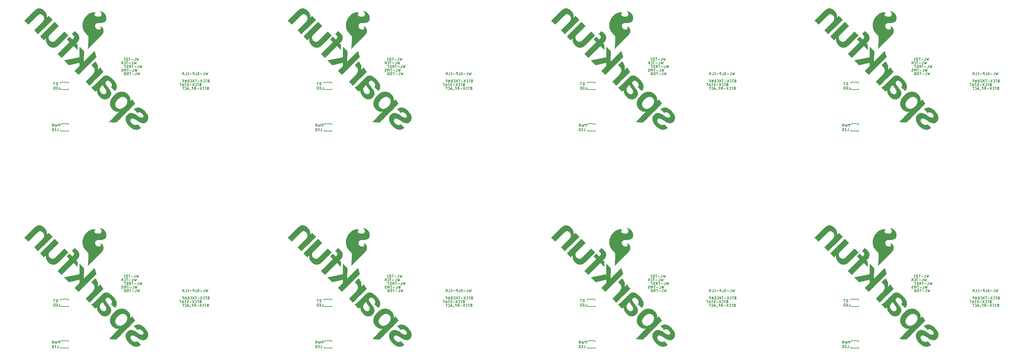
<source format=gbo>
G04 EAGLE Gerber RS-274X export*
G75*
%MOMM*%
%FSLAX34Y34*%
%LPD*%
%INSilkscreen Bottom*%
%IPPOS*%
%AMOC8*
5,1,8,0,0,1.08239X$1,22.5*%
G01*
%ADD10C,0.127000*%
%ADD11C,0.203200*%

G36*
X1740715Y323911D02*
X1740715Y323911D01*
X1740727Y323910D01*
X1749778Y332961D01*
X1754303Y337486D01*
X1758829Y342012D01*
X1763354Y346537D01*
X1767880Y351063D01*
X1777001Y360185D01*
X1777002Y360185D01*
X1779618Y362943D01*
X1779618Y362945D01*
X1779620Y362945D01*
X1781600Y365632D01*
X1781600Y365635D01*
X1781602Y365635D01*
X1782945Y368110D01*
X1782945Y368113D01*
X1782947Y368114D01*
X1783725Y370589D01*
X1783724Y370592D01*
X1783726Y370593D01*
X1783730Y370623D01*
X1783733Y370648D01*
X1783739Y370697D01*
X1783742Y370722D01*
X1783748Y370771D01*
X1783754Y370820D01*
X1783754Y370821D01*
X1783757Y370845D01*
X1783764Y370894D01*
X1783764Y370895D01*
X1783767Y370919D01*
X1783773Y370968D01*
X1783779Y371018D01*
X1783782Y371042D01*
X1783788Y371092D01*
X1783791Y371116D01*
X1783797Y371166D01*
X1783798Y371166D01*
X1783797Y371166D01*
X1783804Y371215D01*
X1783807Y371240D01*
X1783813Y371289D01*
X1783816Y371314D01*
X1783822Y371363D01*
X1783828Y371412D01*
X1783831Y371437D01*
X1783838Y371486D01*
X1783841Y371511D01*
X1783847Y371560D01*
X1783853Y371609D01*
X1783853Y371610D01*
X1783856Y371634D01*
X1783862Y371683D01*
X1783862Y371684D01*
X1783865Y371708D01*
X1783871Y371757D01*
X1783878Y371807D01*
X1783881Y371831D01*
X1783887Y371881D01*
X1783890Y371905D01*
X1783896Y371955D01*
X1783902Y372004D01*
X1783905Y372029D01*
X1783912Y372078D01*
X1783915Y372103D01*
X1783921Y372152D01*
X1783927Y372201D01*
X1783930Y372226D01*
X1783936Y372275D01*
X1783939Y372300D01*
X1783945Y372349D01*
X1783952Y372398D01*
X1783952Y372399D01*
X1783955Y372423D01*
X1783961Y372472D01*
X1783961Y372473D01*
X1783964Y372497D01*
X1783970Y372546D01*
X1783976Y372596D01*
X1783979Y372620D01*
X1783985Y372670D01*
X1783986Y372670D01*
X1783985Y372670D01*
X1783989Y372694D01*
X1783995Y372744D01*
X1784001Y372793D01*
X1784004Y372818D01*
X1784009Y372856D01*
X1784007Y372859D01*
X1784009Y372861D01*
X1783868Y375123D01*
X1783866Y375125D01*
X1783867Y375127D01*
X1783443Y377248D01*
X1783440Y377250D01*
X1783441Y377253D01*
X1782664Y379162D01*
X1782662Y379162D01*
X1782663Y379164D01*
X1781602Y381214D01*
X1781599Y381215D01*
X1781600Y381218D01*
X1780398Y382844D01*
X1780396Y382844D01*
X1780396Y382846D01*
X1779124Y384260D01*
X1779122Y384260D01*
X1779122Y384262D01*
X1777849Y385393D01*
X1777846Y385393D01*
X1777846Y385396D01*
X1776714Y386103D01*
X1775866Y386668D01*
X1775865Y386668D01*
X1775865Y386669D01*
X1775228Y387023D01*
X1775225Y387022D01*
X1775224Y387025D01*
X1775012Y387095D01*
X1775005Y387093D01*
X1774999Y387096D01*
X1774995Y387088D01*
X1774982Y387083D01*
X1774986Y387073D01*
X1774981Y387064D01*
X1775051Y386852D01*
X1775053Y386851D01*
X1775052Y386850D01*
X1775264Y386356D01*
X1775546Y385650D01*
X1775829Y384661D01*
X1776111Y383532D01*
X1776252Y382404D01*
X1776182Y381206D01*
X1775970Y380150D01*
X1775408Y379026D01*
X1774494Y378112D01*
X1773227Y377408D01*
X1771818Y376985D01*
X1770197Y376914D01*
X1768505Y377196D01*
X1766671Y377902D01*
X1764837Y379031D01*
X1762508Y381359D01*
X1761168Y383969D01*
X1760533Y386721D01*
X1760674Y389399D01*
X1761801Y391794D01*
X1763986Y393698D01*
X1766878Y394897D01*
X1770974Y395179D01*
X1775712Y395250D01*
X1775713Y395251D01*
X1775714Y395250D01*
X1780098Y395816D01*
X1780100Y395818D01*
X1780103Y395817D01*
X1783850Y397019D01*
X1783852Y397022D01*
X1783855Y397021D01*
X1787037Y398788D01*
X1787038Y398793D01*
X1787042Y398793D01*
X1789446Y401197D01*
X1789447Y401202D01*
X1789451Y401203D01*
X1791007Y404314D01*
X1791005Y404319D01*
X1791009Y404321D01*
X1791645Y408069D01*
X1791643Y408073D01*
X1791646Y408075D01*
X1791292Y412671D01*
X1791289Y412674D01*
X1791291Y412677D01*
X1789735Y417485D01*
X1789731Y417488D01*
X1789732Y417491D01*
X1787258Y421239D01*
X1787254Y421240D01*
X1787254Y421243D01*
X1784284Y424072D01*
X1784280Y424072D01*
X1784280Y424075D01*
X1781098Y425984D01*
X1781095Y425984D01*
X1781094Y425986D01*
X1778054Y427188D01*
X1778052Y427187D01*
X1778052Y427189D01*
X1775435Y427966D01*
X1775433Y427965D01*
X1775432Y427967D01*
X1773594Y428250D01*
X1773593Y428250D01*
X1772956Y428321D01*
X1772948Y428315D01*
X1772938Y428316D01*
X1772938Y428308D01*
X1772929Y428302D01*
X1772937Y428292D01*
X1772936Y428279D01*
X1773148Y428067D01*
X1773150Y428067D01*
X1773150Y428065D01*
X1773787Y427570D01*
X1773788Y427570D01*
X1773788Y427569D01*
X1774705Y426934D01*
X1775763Y425876D01*
X1776751Y424606D01*
X1777598Y423054D01*
X1778162Y421221D01*
X1778303Y419246D01*
X1778301Y419227D01*
X1778298Y419202D01*
X1778295Y419178D01*
X1778292Y419153D01*
X1778290Y419128D01*
X1778287Y419104D01*
X1778281Y419054D01*
X1778279Y419030D01*
X1778273Y418980D01*
X1778270Y418956D01*
X1778265Y418906D01*
X1778262Y418882D01*
X1778257Y418832D01*
X1778254Y418808D01*
X1778249Y418758D01*
X1778246Y418734D01*
X1778243Y418709D01*
X1778240Y418685D01*
X1778240Y418684D01*
X1778238Y418660D01*
X1778235Y418635D01*
X1778232Y418611D01*
X1778232Y418610D01*
X1778229Y418586D01*
X1778227Y418561D01*
X1778224Y418537D01*
X1778221Y418512D01*
X1778218Y418487D01*
X1778216Y418463D01*
X1778213Y418438D01*
X1778210Y418413D01*
X1778207Y418389D01*
X1778205Y418364D01*
X1778202Y418339D01*
X1778197Y418290D01*
X1778196Y418290D01*
X1778197Y418290D01*
X1778194Y418265D01*
X1778188Y418216D01*
X1778186Y418191D01*
X1778180Y418142D01*
X1778177Y418117D01*
X1778172Y418068D01*
X1778169Y418043D01*
X1778164Y417994D01*
X1778162Y417978D01*
X1777809Y416779D01*
X1777316Y415722D01*
X1776613Y414738D01*
X1775627Y414034D01*
X1774429Y413399D01*
X1772947Y412905D01*
X1771254Y412623D01*
X1769631Y412553D01*
X1767935Y412694D01*
X1766170Y412906D01*
X1764475Y413329D01*
X1762922Y413894D01*
X1761510Y414600D01*
X1760312Y415376D01*
X1759398Y416290D01*
X1758765Y417766D01*
X1758695Y419101D01*
X1759046Y420295D01*
X1759750Y421281D01*
X1760527Y422199D01*
X1761232Y422904D01*
X1761794Y423326D01*
X1762075Y423466D01*
X1762078Y423474D01*
X1762087Y423478D01*
X1762083Y423486D01*
X1762084Y423486D01*
X1762083Y423487D01*
X1762087Y423496D01*
X1762076Y423501D01*
X1762071Y423512D01*
X1758323Y424572D01*
X1758319Y424570D01*
X1758316Y424573D01*
X1753649Y424432D01*
X1753646Y424429D01*
X1753643Y424431D01*
X1748340Y423088D01*
X1748338Y423085D01*
X1748335Y423086D01*
X1742820Y420399D01*
X1742819Y420396D01*
X1742816Y420397D01*
X1737584Y416578D01*
X1737583Y416575D01*
X1737580Y416575D01*
X1732913Y411342D01*
X1732913Y411339D01*
X1732910Y411338D01*
X1729162Y404762D01*
X1729163Y404758D01*
X1729160Y404757D01*
X1726685Y396767D01*
X1726686Y396766D01*
X1726685Y396765D01*
X1726686Y396764D01*
X1726684Y396762D01*
X1726681Y396740D01*
X1726678Y396716D01*
X1726672Y396666D01*
X1726666Y396617D01*
X1726663Y396593D01*
X1726663Y396592D01*
X1726657Y396543D01*
X1726654Y396519D01*
X1726654Y396518D01*
X1726648Y396469D01*
X1726641Y396420D01*
X1726638Y396395D01*
X1726632Y396346D01*
X1726629Y396321D01*
X1726623Y396272D01*
X1726617Y396223D01*
X1726614Y396198D01*
X1726607Y396149D01*
X1726604Y396124D01*
X1726598Y396075D01*
X1726592Y396025D01*
X1726589Y396001D01*
X1726583Y395951D01*
X1726580Y395927D01*
X1726574Y395877D01*
X1726567Y395828D01*
X1726564Y395804D01*
X1726564Y395803D01*
X1726558Y395754D01*
X1726555Y395730D01*
X1726555Y395729D01*
X1726549Y395680D01*
X1726543Y395631D01*
X1726540Y395606D01*
X1726534Y395557D01*
X1726533Y395557D01*
X1726534Y395557D01*
X1726530Y395532D01*
X1726524Y395483D01*
X1726518Y395434D01*
X1726515Y395409D01*
X1726509Y395360D01*
X1726506Y395335D01*
X1726500Y395286D01*
X1726493Y395236D01*
X1726490Y395212D01*
X1726484Y395162D01*
X1726481Y395138D01*
X1726475Y395088D01*
X1726469Y395039D01*
X1726466Y395015D01*
X1726466Y395014D01*
X1726460Y394965D01*
X1726456Y394941D01*
X1726456Y394940D01*
X1726450Y394891D01*
X1726444Y394842D01*
X1726441Y394817D01*
X1726435Y394768D01*
X1726432Y394743D01*
X1726426Y394694D01*
X1726419Y394645D01*
X1726416Y394620D01*
X1726410Y394571D01*
X1726407Y394546D01*
X1726401Y394497D01*
X1726395Y394447D01*
X1726392Y394423D01*
X1726386Y394373D01*
X1726382Y394349D01*
X1726376Y394299D01*
X1726370Y394250D01*
X1726367Y394226D01*
X1726367Y394225D01*
X1726361Y394176D01*
X1726358Y394152D01*
X1726358Y394151D01*
X1726352Y394102D01*
X1726346Y394053D01*
X1726345Y394053D01*
X1726342Y394028D01*
X1726336Y393979D01*
X1726333Y393954D01*
X1726327Y393905D01*
X1726321Y393856D01*
X1726318Y393831D01*
X1726312Y393782D01*
X1726309Y393757D01*
X1726308Y393757D01*
X1726309Y393757D01*
X1726302Y393708D01*
X1726296Y393658D01*
X1726293Y393634D01*
X1726287Y393584D01*
X1726284Y393560D01*
X1726278Y393510D01*
X1726272Y393461D01*
X1726268Y393437D01*
X1726268Y393436D01*
X1726262Y393387D01*
X1726259Y393363D01*
X1726259Y393362D01*
X1726253Y393313D01*
X1726247Y393264D01*
X1726244Y393239D01*
X1726238Y393190D01*
X1726235Y393165D01*
X1726228Y393116D01*
X1726222Y393067D01*
X1726219Y393042D01*
X1726213Y392993D01*
X1726210Y392968D01*
X1726204Y392919D01*
X1726198Y392869D01*
X1726194Y392845D01*
X1726188Y392795D01*
X1726185Y392771D01*
X1726179Y392721D01*
X1726173Y392672D01*
X1726170Y392648D01*
X1726170Y392647D01*
X1726164Y392598D01*
X1726161Y392574D01*
X1726161Y392573D01*
X1726154Y392524D01*
X1726148Y392475D01*
X1726145Y392450D01*
X1726139Y392401D01*
X1726136Y392376D01*
X1726130Y392327D01*
X1726124Y392278D01*
X1726121Y392253D01*
X1726120Y392253D01*
X1726121Y392253D01*
X1726119Y392237D01*
X1726120Y392235D01*
X1726118Y392234D01*
X1726118Y387850D01*
X1726119Y387849D01*
X1726118Y387848D01*
X1726543Y383463D01*
X1726544Y383462D01*
X1726543Y383460D01*
X1727533Y379218D01*
X1727535Y379216D01*
X1727534Y379214D01*
X1729090Y375113D01*
X1729092Y375112D01*
X1729091Y375110D01*
X1731354Y371150D01*
X1731357Y371149D01*
X1731356Y371147D01*
X1734326Y367329D01*
X1734328Y367328D01*
X1734328Y367326D01*
X1739771Y361884D01*
X1741041Y359767D01*
X1741817Y357580D01*
X1742170Y355108D01*
X1742311Y352424D01*
X1742240Y349385D01*
X1742028Y345920D01*
X1742029Y345920D01*
X1742028Y345919D01*
X1741887Y342101D01*
X1741745Y338707D01*
X1741604Y335314D01*
X1741321Y332203D01*
X1741322Y332202D01*
X1741321Y332202D01*
X1741180Y329515D01*
X1741136Y329034D01*
X1741111Y328763D01*
X1741071Y328319D01*
X1741046Y328048D01*
X1740981Y327333D01*
X1740968Y327182D01*
X1740962Y327111D01*
X1740954Y327013D01*
X1740945Y326914D01*
X1740939Y326840D01*
X1740931Y326741D01*
X1740923Y326643D01*
X1740915Y326544D01*
X1740914Y326544D01*
X1740915Y326544D01*
X1740906Y326445D01*
X1740898Y326347D01*
X1740890Y326248D01*
X1740882Y326150D01*
X1740867Y325977D01*
X1740859Y325878D01*
X1740851Y325780D01*
X1740843Y325681D01*
X1740834Y325583D01*
X1740834Y325582D01*
X1740826Y325486D01*
X1740826Y325484D01*
X1740820Y325435D01*
X1740817Y325410D01*
X1740811Y325361D01*
X1740805Y325311D01*
X1740804Y325311D01*
X1740801Y325287D01*
X1740795Y325237D01*
X1740792Y325213D01*
X1740786Y325163D01*
X1740783Y325139D01*
X1740777Y325089D01*
X1740771Y325040D01*
X1740768Y325015D01*
X1740767Y325015D01*
X1740768Y325015D01*
X1740761Y324966D01*
X1740758Y324941D01*
X1740752Y324892D01*
X1740749Y324867D01*
X1740743Y324818D01*
X1740740Y324794D01*
X1740740Y324793D01*
X1740734Y324744D01*
X1740727Y324695D01*
X1740724Y324670D01*
X1740718Y324621D01*
X1740715Y324596D01*
X1740709Y324547D01*
X1740706Y324522D01*
X1740700Y324473D01*
X1740694Y324424D01*
X1740690Y324399D01*
X1740685Y324355D01*
X1740686Y324353D01*
X1740685Y324352D01*
X1740685Y323927D01*
X1740690Y323921D01*
X1740690Y323912D01*
X1740699Y323912D01*
X1740706Y323903D01*
X1740715Y323911D01*
G37*
G36*
X292915Y920811D02*
X292915Y920811D01*
X292927Y920810D01*
X301978Y929861D01*
X306503Y934386D01*
X311029Y938912D01*
X315554Y943437D01*
X320080Y947963D01*
X329201Y957085D01*
X329202Y957085D01*
X331818Y959843D01*
X331818Y959845D01*
X331820Y959845D01*
X333800Y962532D01*
X333800Y962535D01*
X333802Y962535D01*
X335145Y965010D01*
X335145Y965013D01*
X335147Y965014D01*
X335925Y967489D01*
X335924Y967492D01*
X335926Y967493D01*
X335930Y967523D01*
X335933Y967548D01*
X335939Y967597D01*
X335942Y967622D01*
X335948Y967671D01*
X335954Y967720D01*
X335954Y967721D01*
X335957Y967745D01*
X335964Y967794D01*
X335964Y967795D01*
X335967Y967819D01*
X335973Y967868D01*
X335979Y967918D01*
X335982Y967942D01*
X335988Y967992D01*
X335991Y968016D01*
X335997Y968066D01*
X335998Y968066D01*
X335997Y968066D01*
X336004Y968115D01*
X336007Y968140D01*
X336013Y968189D01*
X336016Y968214D01*
X336022Y968263D01*
X336028Y968312D01*
X336031Y968337D01*
X336038Y968386D01*
X336041Y968411D01*
X336047Y968460D01*
X336053Y968509D01*
X336053Y968510D01*
X336056Y968534D01*
X336062Y968583D01*
X336062Y968584D01*
X336065Y968608D01*
X336071Y968657D01*
X336078Y968707D01*
X336081Y968731D01*
X336087Y968781D01*
X336090Y968805D01*
X336096Y968855D01*
X336102Y968904D01*
X336105Y968929D01*
X336112Y968978D01*
X336115Y969003D01*
X336121Y969052D01*
X336127Y969101D01*
X336130Y969126D01*
X336136Y969175D01*
X336139Y969200D01*
X336145Y969249D01*
X336152Y969298D01*
X336152Y969299D01*
X336155Y969323D01*
X336161Y969372D01*
X336161Y969373D01*
X336164Y969397D01*
X336170Y969446D01*
X336176Y969496D01*
X336179Y969520D01*
X336185Y969570D01*
X336186Y969570D01*
X336185Y969570D01*
X336189Y969594D01*
X336195Y969644D01*
X336201Y969693D01*
X336204Y969718D01*
X336209Y969756D01*
X336207Y969759D01*
X336209Y969761D01*
X336068Y972023D01*
X336066Y972025D01*
X336067Y972027D01*
X335643Y974148D01*
X335640Y974150D01*
X335641Y974153D01*
X334864Y976062D01*
X334862Y976062D01*
X334863Y976064D01*
X333802Y978114D01*
X333799Y978115D01*
X333800Y978118D01*
X332598Y979744D01*
X332596Y979744D01*
X332596Y979746D01*
X331324Y981160D01*
X331322Y981160D01*
X331322Y981162D01*
X330049Y982293D01*
X330046Y982293D01*
X330046Y982296D01*
X328914Y983003D01*
X328066Y983568D01*
X328065Y983568D01*
X328065Y983569D01*
X327428Y983923D01*
X327425Y983922D01*
X327424Y983925D01*
X327212Y983995D01*
X327205Y983993D01*
X327199Y983996D01*
X327195Y983988D01*
X327182Y983983D01*
X327186Y983973D01*
X327181Y983964D01*
X327251Y983752D01*
X327253Y983751D01*
X327252Y983750D01*
X327464Y983256D01*
X327746Y982550D01*
X328029Y981561D01*
X328311Y980432D01*
X328452Y979304D01*
X328382Y978106D01*
X328170Y977050D01*
X327608Y975926D01*
X326694Y975012D01*
X325427Y974308D01*
X324018Y973885D01*
X322397Y973814D01*
X320705Y974096D01*
X318871Y974802D01*
X317037Y975931D01*
X314708Y978259D01*
X313368Y980869D01*
X312733Y983621D01*
X312874Y986299D01*
X314001Y988694D01*
X316186Y990598D01*
X319078Y991797D01*
X323174Y992079D01*
X327912Y992150D01*
X327913Y992151D01*
X327914Y992150D01*
X332298Y992716D01*
X332300Y992718D01*
X332303Y992717D01*
X336050Y993919D01*
X336052Y993922D01*
X336055Y993921D01*
X339237Y995688D01*
X339238Y995693D01*
X339242Y995693D01*
X341646Y998097D01*
X341647Y998102D01*
X341651Y998103D01*
X343207Y1001214D01*
X343205Y1001219D01*
X343209Y1001221D01*
X343845Y1004969D01*
X343843Y1004973D01*
X343846Y1004975D01*
X343492Y1009571D01*
X343489Y1009574D01*
X343491Y1009577D01*
X341935Y1014385D01*
X341931Y1014388D01*
X341932Y1014391D01*
X339458Y1018139D01*
X339454Y1018140D01*
X339454Y1018143D01*
X336484Y1020972D01*
X336480Y1020972D01*
X336480Y1020975D01*
X333298Y1022884D01*
X333295Y1022884D01*
X333294Y1022886D01*
X330254Y1024088D01*
X330252Y1024087D01*
X330252Y1024089D01*
X327635Y1024866D01*
X327633Y1024865D01*
X327632Y1024867D01*
X325794Y1025150D01*
X325793Y1025150D01*
X325156Y1025221D01*
X325148Y1025215D01*
X325138Y1025216D01*
X325138Y1025208D01*
X325129Y1025202D01*
X325137Y1025192D01*
X325136Y1025179D01*
X325348Y1024967D01*
X325350Y1024967D01*
X325350Y1024965D01*
X325987Y1024470D01*
X325988Y1024470D01*
X325988Y1024469D01*
X326905Y1023834D01*
X327963Y1022776D01*
X328951Y1021506D01*
X329798Y1019954D01*
X330362Y1018121D01*
X330503Y1016146D01*
X330501Y1016127D01*
X330498Y1016102D01*
X330495Y1016078D01*
X330492Y1016053D01*
X330490Y1016028D01*
X330487Y1016004D01*
X330481Y1015954D01*
X330479Y1015930D01*
X330473Y1015880D01*
X330470Y1015856D01*
X330465Y1015806D01*
X330462Y1015782D01*
X330457Y1015732D01*
X330454Y1015708D01*
X330449Y1015658D01*
X330446Y1015634D01*
X330443Y1015609D01*
X330440Y1015585D01*
X330440Y1015584D01*
X330438Y1015560D01*
X330435Y1015535D01*
X330432Y1015511D01*
X330432Y1015510D01*
X330429Y1015486D01*
X330427Y1015461D01*
X330424Y1015437D01*
X330421Y1015412D01*
X330418Y1015387D01*
X330416Y1015363D01*
X330413Y1015338D01*
X330410Y1015313D01*
X330407Y1015289D01*
X330405Y1015264D01*
X330402Y1015239D01*
X330397Y1015190D01*
X330396Y1015190D01*
X330397Y1015190D01*
X330394Y1015165D01*
X330388Y1015116D01*
X330386Y1015091D01*
X330380Y1015042D01*
X330377Y1015017D01*
X330372Y1014968D01*
X330369Y1014943D01*
X330364Y1014894D01*
X330362Y1014878D01*
X330009Y1013679D01*
X329516Y1012622D01*
X328813Y1011638D01*
X327827Y1010934D01*
X326629Y1010299D01*
X325147Y1009805D01*
X323454Y1009523D01*
X321831Y1009453D01*
X320135Y1009594D01*
X318370Y1009806D01*
X316675Y1010229D01*
X315122Y1010794D01*
X313710Y1011500D01*
X312512Y1012276D01*
X311598Y1013190D01*
X310965Y1014666D01*
X310895Y1016001D01*
X311246Y1017195D01*
X311950Y1018181D01*
X312727Y1019099D01*
X313432Y1019804D01*
X313994Y1020226D01*
X314275Y1020366D01*
X314278Y1020374D01*
X314287Y1020378D01*
X314283Y1020386D01*
X314284Y1020386D01*
X314283Y1020387D01*
X314287Y1020396D01*
X314276Y1020401D01*
X314271Y1020412D01*
X310523Y1021472D01*
X310519Y1021470D01*
X310516Y1021473D01*
X305849Y1021332D01*
X305846Y1021329D01*
X305843Y1021331D01*
X300540Y1019988D01*
X300538Y1019985D01*
X300535Y1019986D01*
X295020Y1017299D01*
X295019Y1017296D01*
X295016Y1017297D01*
X289784Y1013478D01*
X289783Y1013475D01*
X289780Y1013475D01*
X285113Y1008242D01*
X285113Y1008239D01*
X285110Y1008238D01*
X281362Y1001662D01*
X281363Y1001658D01*
X281360Y1001657D01*
X278885Y993667D01*
X278886Y993666D01*
X278885Y993665D01*
X278886Y993664D01*
X278884Y993662D01*
X278881Y993640D01*
X278878Y993616D01*
X278872Y993566D01*
X278866Y993517D01*
X278863Y993493D01*
X278863Y993492D01*
X278857Y993443D01*
X278854Y993419D01*
X278854Y993418D01*
X278848Y993369D01*
X278841Y993320D01*
X278838Y993295D01*
X278832Y993246D01*
X278829Y993221D01*
X278823Y993172D01*
X278817Y993123D01*
X278814Y993098D01*
X278807Y993049D01*
X278804Y993024D01*
X278798Y992975D01*
X278792Y992925D01*
X278789Y992901D01*
X278783Y992851D01*
X278780Y992827D01*
X278774Y992777D01*
X278767Y992728D01*
X278764Y992704D01*
X278764Y992703D01*
X278758Y992654D01*
X278755Y992630D01*
X278755Y992629D01*
X278749Y992580D01*
X278743Y992531D01*
X278740Y992506D01*
X278734Y992457D01*
X278733Y992457D01*
X278734Y992457D01*
X278730Y992432D01*
X278724Y992383D01*
X278718Y992334D01*
X278715Y992309D01*
X278709Y992260D01*
X278706Y992235D01*
X278700Y992186D01*
X278693Y992136D01*
X278690Y992112D01*
X278684Y992062D01*
X278681Y992038D01*
X278675Y991988D01*
X278669Y991939D01*
X278666Y991915D01*
X278666Y991914D01*
X278660Y991865D01*
X278656Y991841D01*
X278656Y991840D01*
X278650Y991791D01*
X278644Y991742D01*
X278641Y991717D01*
X278635Y991668D01*
X278632Y991643D01*
X278626Y991594D01*
X278619Y991545D01*
X278616Y991520D01*
X278610Y991471D01*
X278607Y991446D01*
X278601Y991397D01*
X278595Y991347D01*
X278592Y991323D01*
X278586Y991273D01*
X278582Y991249D01*
X278576Y991199D01*
X278570Y991150D01*
X278567Y991126D01*
X278567Y991125D01*
X278561Y991076D01*
X278558Y991052D01*
X278558Y991051D01*
X278552Y991002D01*
X278546Y990953D01*
X278545Y990953D01*
X278542Y990928D01*
X278536Y990879D01*
X278533Y990854D01*
X278527Y990805D01*
X278521Y990756D01*
X278518Y990731D01*
X278512Y990682D01*
X278509Y990657D01*
X278508Y990657D01*
X278509Y990657D01*
X278502Y990608D01*
X278496Y990558D01*
X278493Y990534D01*
X278487Y990484D01*
X278484Y990460D01*
X278478Y990410D01*
X278472Y990361D01*
X278468Y990337D01*
X278468Y990336D01*
X278462Y990287D01*
X278459Y990263D01*
X278459Y990262D01*
X278453Y990213D01*
X278447Y990164D01*
X278444Y990139D01*
X278438Y990090D01*
X278435Y990065D01*
X278428Y990016D01*
X278422Y989967D01*
X278419Y989942D01*
X278413Y989893D01*
X278410Y989868D01*
X278404Y989819D01*
X278398Y989769D01*
X278394Y989745D01*
X278388Y989695D01*
X278385Y989671D01*
X278379Y989621D01*
X278373Y989572D01*
X278370Y989548D01*
X278370Y989547D01*
X278364Y989498D01*
X278361Y989474D01*
X278361Y989473D01*
X278354Y989424D01*
X278348Y989375D01*
X278345Y989350D01*
X278339Y989301D01*
X278336Y989276D01*
X278330Y989227D01*
X278324Y989178D01*
X278321Y989153D01*
X278320Y989153D01*
X278321Y989153D01*
X278319Y989137D01*
X278320Y989135D01*
X278318Y989134D01*
X278318Y984750D01*
X278319Y984749D01*
X278318Y984748D01*
X278743Y980363D01*
X278744Y980362D01*
X278743Y980360D01*
X279733Y976118D01*
X279735Y976116D01*
X279734Y976114D01*
X281290Y972013D01*
X281292Y972012D01*
X281291Y972010D01*
X283554Y968050D01*
X283557Y968049D01*
X283556Y968047D01*
X286526Y964229D01*
X286528Y964228D01*
X286528Y964226D01*
X291971Y958784D01*
X293241Y956667D01*
X294017Y954480D01*
X294370Y952008D01*
X294511Y949324D01*
X294440Y946285D01*
X294228Y942820D01*
X294229Y942820D01*
X294228Y942819D01*
X294087Y939001D01*
X293945Y935607D01*
X293804Y932214D01*
X293521Y929103D01*
X293522Y929102D01*
X293521Y929102D01*
X293380Y926415D01*
X293336Y925934D01*
X293311Y925663D01*
X293271Y925219D01*
X293246Y924948D01*
X293181Y924233D01*
X293168Y924082D01*
X293162Y924011D01*
X293154Y923913D01*
X293145Y923814D01*
X293139Y923740D01*
X293131Y923641D01*
X293123Y923543D01*
X293115Y923444D01*
X293114Y923444D01*
X293115Y923444D01*
X293106Y923345D01*
X293098Y923247D01*
X293090Y923148D01*
X293082Y923050D01*
X293067Y922877D01*
X293059Y922778D01*
X293051Y922680D01*
X293043Y922581D01*
X293034Y922483D01*
X293034Y922482D01*
X293026Y922386D01*
X293026Y922384D01*
X293020Y922335D01*
X293017Y922310D01*
X293011Y922261D01*
X293005Y922211D01*
X293004Y922211D01*
X293001Y922187D01*
X292995Y922137D01*
X292992Y922113D01*
X292986Y922063D01*
X292983Y922039D01*
X292977Y921989D01*
X292971Y921940D01*
X292968Y921915D01*
X292967Y921915D01*
X292968Y921915D01*
X292961Y921866D01*
X292958Y921841D01*
X292952Y921792D01*
X292949Y921767D01*
X292943Y921718D01*
X292940Y921694D01*
X292940Y921693D01*
X292934Y921644D01*
X292927Y921595D01*
X292924Y921570D01*
X292918Y921521D01*
X292915Y921496D01*
X292909Y921447D01*
X292906Y921422D01*
X292900Y921373D01*
X292894Y921324D01*
X292890Y921299D01*
X292885Y921255D01*
X292886Y921253D01*
X292885Y921252D01*
X292885Y920827D01*
X292890Y920821D01*
X292890Y920812D01*
X292899Y920812D01*
X292906Y920803D01*
X292915Y920811D01*
G37*
G36*
X2464615Y920811D02*
X2464615Y920811D01*
X2464627Y920810D01*
X2473678Y929861D01*
X2478203Y934386D01*
X2482729Y938912D01*
X2487254Y943437D01*
X2491780Y947963D01*
X2500901Y957085D01*
X2500902Y957085D01*
X2503518Y959843D01*
X2503518Y959845D01*
X2503520Y959845D01*
X2505500Y962532D01*
X2505500Y962535D01*
X2505502Y962535D01*
X2506845Y965010D01*
X2506845Y965013D01*
X2506847Y965014D01*
X2507625Y967489D01*
X2507624Y967492D01*
X2507626Y967493D01*
X2507630Y967523D01*
X2507633Y967548D01*
X2507639Y967597D01*
X2507642Y967622D01*
X2507648Y967671D01*
X2507654Y967720D01*
X2507654Y967721D01*
X2507657Y967745D01*
X2507664Y967794D01*
X2507664Y967795D01*
X2507667Y967819D01*
X2507673Y967868D01*
X2507679Y967918D01*
X2507682Y967942D01*
X2507688Y967992D01*
X2507691Y968016D01*
X2507697Y968066D01*
X2507698Y968066D01*
X2507697Y968066D01*
X2507704Y968115D01*
X2507707Y968140D01*
X2507713Y968189D01*
X2507716Y968214D01*
X2507722Y968263D01*
X2507728Y968312D01*
X2507731Y968337D01*
X2507738Y968386D01*
X2507741Y968411D01*
X2507747Y968460D01*
X2507753Y968509D01*
X2507753Y968510D01*
X2507756Y968534D01*
X2507762Y968583D01*
X2507762Y968584D01*
X2507765Y968608D01*
X2507771Y968657D01*
X2507778Y968707D01*
X2507781Y968731D01*
X2507787Y968781D01*
X2507790Y968805D01*
X2507796Y968855D01*
X2507802Y968904D01*
X2507805Y968929D01*
X2507812Y968978D01*
X2507815Y969003D01*
X2507821Y969052D01*
X2507827Y969101D01*
X2507830Y969126D01*
X2507836Y969175D01*
X2507839Y969200D01*
X2507845Y969249D01*
X2507852Y969298D01*
X2507852Y969299D01*
X2507855Y969323D01*
X2507861Y969372D01*
X2507861Y969373D01*
X2507864Y969397D01*
X2507870Y969446D01*
X2507876Y969496D01*
X2507879Y969520D01*
X2507885Y969570D01*
X2507886Y969570D01*
X2507885Y969570D01*
X2507889Y969594D01*
X2507895Y969644D01*
X2507901Y969693D01*
X2507904Y969718D01*
X2507909Y969756D01*
X2507907Y969759D01*
X2507909Y969761D01*
X2507768Y972023D01*
X2507766Y972025D01*
X2507767Y972027D01*
X2507343Y974148D01*
X2507340Y974150D01*
X2507341Y974153D01*
X2506564Y976062D01*
X2506562Y976062D01*
X2506563Y976064D01*
X2505502Y978114D01*
X2505499Y978115D01*
X2505500Y978118D01*
X2504298Y979744D01*
X2504296Y979744D01*
X2504296Y979746D01*
X2503024Y981160D01*
X2503022Y981160D01*
X2503022Y981162D01*
X2501749Y982293D01*
X2501746Y982293D01*
X2501746Y982296D01*
X2500614Y983003D01*
X2499766Y983568D01*
X2499765Y983568D01*
X2499765Y983569D01*
X2499128Y983923D01*
X2499125Y983922D01*
X2499124Y983925D01*
X2498912Y983995D01*
X2498905Y983993D01*
X2498899Y983996D01*
X2498895Y983988D01*
X2498882Y983983D01*
X2498886Y983973D01*
X2498881Y983964D01*
X2498951Y983752D01*
X2498953Y983751D01*
X2498952Y983750D01*
X2499164Y983256D01*
X2499446Y982550D01*
X2499729Y981561D01*
X2500011Y980432D01*
X2500152Y979304D01*
X2500082Y978106D01*
X2499870Y977050D01*
X2499308Y975926D01*
X2498394Y975012D01*
X2497127Y974308D01*
X2495718Y973885D01*
X2494097Y973814D01*
X2492405Y974096D01*
X2490571Y974802D01*
X2488737Y975931D01*
X2486408Y978259D01*
X2485068Y980869D01*
X2484433Y983621D01*
X2484574Y986299D01*
X2485701Y988694D01*
X2487886Y990598D01*
X2490778Y991797D01*
X2494874Y992079D01*
X2499612Y992150D01*
X2499613Y992151D01*
X2499614Y992150D01*
X2503998Y992716D01*
X2504000Y992718D01*
X2504003Y992717D01*
X2507750Y993919D01*
X2507752Y993922D01*
X2507755Y993921D01*
X2510937Y995688D01*
X2510938Y995693D01*
X2510942Y995693D01*
X2513346Y998097D01*
X2513347Y998102D01*
X2513351Y998103D01*
X2514907Y1001214D01*
X2514905Y1001219D01*
X2514909Y1001221D01*
X2515545Y1004969D01*
X2515543Y1004973D01*
X2515546Y1004975D01*
X2515192Y1009571D01*
X2515189Y1009574D01*
X2515191Y1009577D01*
X2513635Y1014385D01*
X2513631Y1014388D01*
X2513632Y1014391D01*
X2511158Y1018139D01*
X2511154Y1018140D01*
X2511154Y1018143D01*
X2508184Y1020972D01*
X2508180Y1020972D01*
X2508180Y1020975D01*
X2504998Y1022884D01*
X2504995Y1022884D01*
X2504994Y1022886D01*
X2501954Y1024088D01*
X2501952Y1024087D01*
X2501952Y1024089D01*
X2499335Y1024866D01*
X2499333Y1024865D01*
X2499332Y1024867D01*
X2497494Y1025150D01*
X2497493Y1025150D01*
X2496856Y1025221D01*
X2496848Y1025215D01*
X2496838Y1025216D01*
X2496838Y1025208D01*
X2496829Y1025202D01*
X2496837Y1025192D01*
X2496836Y1025179D01*
X2497048Y1024967D01*
X2497050Y1024967D01*
X2497050Y1024965D01*
X2497687Y1024470D01*
X2497688Y1024470D01*
X2497688Y1024469D01*
X2498605Y1023834D01*
X2499663Y1022776D01*
X2500651Y1021506D01*
X2501498Y1019954D01*
X2502062Y1018121D01*
X2502203Y1016146D01*
X2502201Y1016127D01*
X2502198Y1016102D01*
X2502195Y1016078D01*
X2502192Y1016053D01*
X2502190Y1016028D01*
X2502187Y1016004D01*
X2502181Y1015954D01*
X2502179Y1015930D01*
X2502173Y1015880D01*
X2502170Y1015856D01*
X2502165Y1015806D01*
X2502162Y1015782D01*
X2502157Y1015732D01*
X2502154Y1015708D01*
X2502149Y1015658D01*
X2502146Y1015634D01*
X2502143Y1015609D01*
X2502140Y1015585D01*
X2502140Y1015584D01*
X2502138Y1015560D01*
X2502135Y1015535D01*
X2502132Y1015511D01*
X2502132Y1015510D01*
X2502129Y1015486D01*
X2502127Y1015461D01*
X2502124Y1015437D01*
X2502121Y1015412D01*
X2502118Y1015387D01*
X2502116Y1015363D01*
X2502113Y1015338D01*
X2502110Y1015313D01*
X2502107Y1015289D01*
X2502105Y1015264D01*
X2502102Y1015239D01*
X2502097Y1015190D01*
X2502096Y1015190D01*
X2502097Y1015190D01*
X2502094Y1015165D01*
X2502088Y1015116D01*
X2502086Y1015091D01*
X2502080Y1015042D01*
X2502077Y1015017D01*
X2502072Y1014968D01*
X2502069Y1014943D01*
X2502064Y1014894D01*
X2502062Y1014878D01*
X2501709Y1013679D01*
X2501216Y1012622D01*
X2500513Y1011638D01*
X2499527Y1010934D01*
X2498329Y1010299D01*
X2496847Y1009805D01*
X2495154Y1009523D01*
X2493531Y1009453D01*
X2491835Y1009594D01*
X2490070Y1009806D01*
X2488375Y1010229D01*
X2486822Y1010794D01*
X2485410Y1011500D01*
X2484212Y1012276D01*
X2483298Y1013190D01*
X2482665Y1014666D01*
X2482595Y1016001D01*
X2482946Y1017195D01*
X2483650Y1018181D01*
X2484427Y1019099D01*
X2485132Y1019804D01*
X2485694Y1020226D01*
X2485975Y1020366D01*
X2485978Y1020374D01*
X2485987Y1020378D01*
X2485983Y1020386D01*
X2485984Y1020386D01*
X2485983Y1020387D01*
X2485987Y1020396D01*
X2485976Y1020401D01*
X2485971Y1020412D01*
X2482223Y1021472D01*
X2482219Y1021470D01*
X2482216Y1021473D01*
X2477549Y1021332D01*
X2477546Y1021329D01*
X2477543Y1021331D01*
X2472240Y1019988D01*
X2472238Y1019985D01*
X2472235Y1019986D01*
X2466720Y1017299D01*
X2466719Y1017296D01*
X2466716Y1017297D01*
X2461484Y1013478D01*
X2461483Y1013475D01*
X2461480Y1013475D01*
X2456813Y1008242D01*
X2456813Y1008239D01*
X2456810Y1008238D01*
X2453062Y1001662D01*
X2453063Y1001658D01*
X2453060Y1001657D01*
X2450585Y993667D01*
X2450586Y993666D01*
X2450585Y993665D01*
X2450586Y993664D01*
X2450584Y993662D01*
X2450581Y993640D01*
X2450578Y993616D01*
X2450572Y993566D01*
X2450566Y993517D01*
X2450563Y993493D01*
X2450563Y993492D01*
X2450557Y993443D01*
X2450554Y993419D01*
X2450554Y993418D01*
X2450548Y993369D01*
X2450541Y993320D01*
X2450538Y993295D01*
X2450532Y993246D01*
X2450529Y993221D01*
X2450523Y993172D01*
X2450517Y993123D01*
X2450514Y993098D01*
X2450507Y993049D01*
X2450504Y993024D01*
X2450498Y992975D01*
X2450492Y992925D01*
X2450489Y992901D01*
X2450483Y992851D01*
X2450480Y992827D01*
X2450474Y992777D01*
X2450467Y992728D01*
X2450464Y992704D01*
X2450464Y992703D01*
X2450458Y992654D01*
X2450455Y992630D01*
X2450455Y992629D01*
X2450449Y992580D01*
X2450443Y992531D01*
X2450440Y992506D01*
X2450434Y992457D01*
X2450433Y992457D01*
X2450434Y992457D01*
X2450430Y992432D01*
X2450424Y992383D01*
X2450418Y992334D01*
X2450415Y992309D01*
X2450409Y992260D01*
X2450406Y992235D01*
X2450400Y992186D01*
X2450393Y992136D01*
X2450390Y992112D01*
X2450384Y992062D01*
X2450381Y992038D01*
X2450375Y991988D01*
X2450369Y991939D01*
X2450366Y991915D01*
X2450366Y991914D01*
X2450360Y991865D01*
X2450356Y991841D01*
X2450356Y991840D01*
X2450350Y991791D01*
X2450344Y991742D01*
X2450341Y991717D01*
X2450335Y991668D01*
X2450332Y991643D01*
X2450326Y991594D01*
X2450319Y991545D01*
X2450316Y991520D01*
X2450310Y991471D01*
X2450307Y991446D01*
X2450301Y991397D01*
X2450295Y991347D01*
X2450292Y991323D01*
X2450286Y991273D01*
X2450282Y991249D01*
X2450276Y991199D01*
X2450270Y991150D01*
X2450267Y991126D01*
X2450267Y991125D01*
X2450261Y991076D01*
X2450258Y991052D01*
X2450258Y991051D01*
X2450252Y991002D01*
X2450246Y990953D01*
X2450245Y990953D01*
X2450242Y990928D01*
X2450236Y990879D01*
X2450233Y990854D01*
X2450227Y990805D01*
X2450221Y990756D01*
X2450218Y990731D01*
X2450212Y990682D01*
X2450209Y990657D01*
X2450208Y990657D01*
X2450209Y990657D01*
X2450202Y990608D01*
X2450196Y990558D01*
X2450193Y990534D01*
X2450187Y990484D01*
X2450184Y990460D01*
X2450178Y990410D01*
X2450172Y990361D01*
X2450168Y990337D01*
X2450168Y990336D01*
X2450162Y990287D01*
X2450159Y990263D01*
X2450159Y990262D01*
X2450153Y990213D01*
X2450147Y990164D01*
X2450144Y990139D01*
X2450138Y990090D01*
X2450135Y990065D01*
X2450128Y990016D01*
X2450122Y989967D01*
X2450119Y989942D01*
X2450113Y989893D01*
X2450110Y989868D01*
X2450104Y989819D01*
X2450098Y989769D01*
X2450094Y989745D01*
X2450088Y989695D01*
X2450085Y989671D01*
X2450079Y989621D01*
X2450073Y989572D01*
X2450070Y989548D01*
X2450070Y989547D01*
X2450064Y989498D01*
X2450061Y989474D01*
X2450061Y989473D01*
X2450054Y989424D01*
X2450048Y989375D01*
X2450045Y989350D01*
X2450039Y989301D01*
X2450036Y989276D01*
X2450030Y989227D01*
X2450024Y989178D01*
X2450021Y989153D01*
X2450020Y989153D01*
X2450021Y989153D01*
X2450019Y989137D01*
X2450020Y989135D01*
X2450018Y989134D01*
X2450018Y984750D01*
X2450019Y984749D01*
X2450018Y984748D01*
X2450443Y980363D01*
X2450444Y980362D01*
X2450443Y980360D01*
X2451433Y976118D01*
X2451435Y976116D01*
X2451434Y976114D01*
X2452990Y972013D01*
X2452992Y972012D01*
X2452991Y972010D01*
X2455254Y968050D01*
X2455257Y968049D01*
X2455256Y968047D01*
X2458226Y964229D01*
X2458228Y964228D01*
X2458228Y964226D01*
X2463671Y958784D01*
X2464941Y956667D01*
X2465717Y954480D01*
X2466070Y952008D01*
X2466211Y949324D01*
X2466140Y946285D01*
X2465928Y942820D01*
X2465929Y942820D01*
X2465928Y942819D01*
X2465787Y939001D01*
X2465645Y935607D01*
X2465504Y932214D01*
X2465221Y929103D01*
X2465222Y929102D01*
X2465221Y929102D01*
X2465080Y926415D01*
X2465036Y925934D01*
X2465011Y925663D01*
X2464971Y925219D01*
X2464946Y924948D01*
X2464881Y924233D01*
X2464868Y924082D01*
X2464862Y924011D01*
X2464854Y923913D01*
X2464845Y923814D01*
X2464839Y923740D01*
X2464831Y923641D01*
X2464823Y923543D01*
X2464815Y923444D01*
X2464814Y923444D01*
X2464815Y923444D01*
X2464806Y923345D01*
X2464798Y923247D01*
X2464790Y923148D01*
X2464782Y923050D01*
X2464767Y922877D01*
X2464759Y922778D01*
X2464751Y922680D01*
X2464743Y922581D01*
X2464734Y922483D01*
X2464734Y922482D01*
X2464726Y922386D01*
X2464726Y922384D01*
X2464720Y922335D01*
X2464717Y922310D01*
X2464711Y922261D01*
X2464705Y922211D01*
X2464704Y922211D01*
X2464701Y922187D01*
X2464695Y922137D01*
X2464692Y922113D01*
X2464686Y922063D01*
X2464683Y922039D01*
X2464677Y921989D01*
X2464671Y921940D01*
X2464668Y921915D01*
X2464667Y921915D01*
X2464668Y921915D01*
X2464661Y921866D01*
X2464658Y921841D01*
X2464652Y921792D01*
X2464649Y921767D01*
X2464643Y921718D01*
X2464640Y921694D01*
X2464640Y921693D01*
X2464634Y921644D01*
X2464627Y921595D01*
X2464624Y921570D01*
X2464618Y921521D01*
X2464615Y921496D01*
X2464609Y921447D01*
X2464606Y921422D01*
X2464600Y921373D01*
X2464594Y921324D01*
X2464590Y921299D01*
X2464585Y921255D01*
X2464586Y921253D01*
X2464585Y921252D01*
X2464585Y920827D01*
X2464590Y920821D01*
X2464590Y920812D01*
X2464599Y920812D01*
X2464606Y920803D01*
X2464615Y920811D01*
G37*
G36*
X1016815Y920811D02*
X1016815Y920811D01*
X1016827Y920810D01*
X1025878Y929861D01*
X1030403Y934386D01*
X1034929Y938912D01*
X1039454Y943437D01*
X1043980Y947963D01*
X1053101Y957085D01*
X1053102Y957085D01*
X1055718Y959843D01*
X1055718Y959845D01*
X1055720Y959845D01*
X1057700Y962532D01*
X1057700Y962535D01*
X1057702Y962535D01*
X1059045Y965010D01*
X1059045Y965013D01*
X1059047Y965014D01*
X1059825Y967489D01*
X1059824Y967492D01*
X1059826Y967493D01*
X1059830Y967523D01*
X1059833Y967548D01*
X1059839Y967597D01*
X1059842Y967622D01*
X1059848Y967671D01*
X1059854Y967720D01*
X1059854Y967721D01*
X1059857Y967745D01*
X1059864Y967794D01*
X1059864Y967795D01*
X1059867Y967819D01*
X1059873Y967868D01*
X1059879Y967918D01*
X1059882Y967942D01*
X1059888Y967992D01*
X1059891Y968016D01*
X1059897Y968066D01*
X1059898Y968066D01*
X1059897Y968066D01*
X1059904Y968115D01*
X1059907Y968140D01*
X1059913Y968189D01*
X1059916Y968214D01*
X1059922Y968263D01*
X1059928Y968312D01*
X1059931Y968337D01*
X1059938Y968386D01*
X1059941Y968411D01*
X1059947Y968460D01*
X1059953Y968509D01*
X1059953Y968510D01*
X1059956Y968534D01*
X1059962Y968583D01*
X1059962Y968584D01*
X1059965Y968608D01*
X1059971Y968657D01*
X1059978Y968707D01*
X1059981Y968731D01*
X1059987Y968781D01*
X1059990Y968805D01*
X1059996Y968855D01*
X1060002Y968904D01*
X1060005Y968929D01*
X1060012Y968978D01*
X1060015Y969003D01*
X1060021Y969052D01*
X1060027Y969101D01*
X1060030Y969126D01*
X1060036Y969175D01*
X1060039Y969200D01*
X1060045Y969249D01*
X1060052Y969298D01*
X1060052Y969299D01*
X1060055Y969323D01*
X1060061Y969372D01*
X1060061Y969373D01*
X1060064Y969397D01*
X1060070Y969446D01*
X1060076Y969496D01*
X1060079Y969520D01*
X1060085Y969570D01*
X1060086Y969570D01*
X1060085Y969570D01*
X1060089Y969594D01*
X1060095Y969644D01*
X1060101Y969693D01*
X1060104Y969718D01*
X1060109Y969756D01*
X1060107Y969759D01*
X1060109Y969761D01*
X1059968Y972023D01*
X1059966Y972025D01*
X1059967Y972027D01*
X1059543Y974148D01*
X1059540Y974150D01*
X1059541Y974153D01*
X1058764Y976062D01*
X1058762Y976062D01*
X1058763Y976064D01*
X1057702Y978114D01*
X1057699Y978115D01*
X1057700Y978118D01*
X1056498Y979744D01*
X1056496Y979744D01*
X1056496Y979746D01*
X1055224Y981160D01*
X1055222Y981160D01*
X1055222Y981162D01*
X1053949Y982293D01*
X1053946Y982293D01*
X1053946Y982296D01*
X1052814Y983003D01*
X1051966Y983568D01*
X1051965Y983568D01*
X1051965Y983569D01*
X1051328Y983923D01*
X1051325Y983922D01*
X1051324Y983925D01*
X1051112Y983995D01*
X1051105Y983993D01*
X1051099Y983996D01*
X1051095Y983988D01*
X1051082Y983983D01*
X1051086Y983973D01*
X1051081Y983964D01*
X1051151Y983752D01*
X1051153Y983751D01*
X1051152Y983750D01*
X1051364Y983256D01*
X1051646Y982550D01*
X1051929Y981561D01*
X1052211Y980432D01*
X1052352Y979304D01*
X1052282Y978106D01*
X1052070Y977050D01*
X1051508Y975926D01*
X1050594Y975012D01*
X1049327Y974308D01*
X1047918Y973885D01*
X1046297Y973814D01*
X1044605Y974096D01*
X1042771Y974802D01*
X1040937Y975931D01*
X1038608Y978259D01*
X1037268Y980869D01*
X1036633Y983621D01*
X1036774Y986299D01*
X1037901Y988694D01*
X1040086Y990598D01*
X1042978Y991797D01*
X1047074Y992079D01*
X1051812Y992150D01*
X1051813Y992151D01*
X1051814Y992150D01*
X1056198Y992716D01*
X1056200Y992718D01*
X1056203Y992717D01*
X1059950Y993919D01*
X1059952Y993922D01*
X1059955Y993921D01*
X1063137Y995688D01*
X1063138Y995693D01*
X1063142Y995693D01*
X1065546Y998097D01*
X1065547Y998102D01*
X1065551Y998103D01*
X1067107Y1001214D01*
X1067105Y1001219D01*
X1067109Y1001221D01*
X1067745Y1004969D01*
X1067743Y1004973D01*
X1067746Y1004975D01*
X1067392Y1009571D01*
X1067389Y1009574D01*
X1067391Y1009577D01*
X1065835Y1014385D01*
X1065831Y1014388D01*
X1065832Y1014391D01*
X1063358Y1018139D01*
X1063354Y1018140D01*
X1063354Y1018143D01*
X1060384Y1020972D01*
X1060380Y1020972D01*
X1060380Y1020975D01*
X1057198Y1022884D01*
X1057195Y1022884D01*
X1057194Y1022886D01*
X1054154Y1024088D01*
X1054152Y1024087D01*
X1054152Y1024089D01*
X1051535Y1024866D01*
X1051533Y1024865D01*
X1051532Y1024867D01*
X1049694Y1025150D01*
X1049693Y1025150D01*
X1049056Y1025221D01*
X1049048Y1025215D01*
X1049038Y1025216D01*
X1049038Y1025208D01*
X1049029Y1025202D01*
X1049037Y1025192D01*
X1049036Y1025179D01*
X1049248Y1024967D01*
X1049250Y1024967D01*
X1049250Y1024965D01*
X1049887Y1024470D01*
X1049888Y1024470D01*
X1049888Y1024469D01*
X1050805Y1023834D01*
X1051863Y1022776D01*
X1052851Y1021506D01*
X1053698Y1019954D01*
X1054262Y1018121D01*
X1054403Y1016146D01*
X1054401Y1016127D01*
X1054398Y1016102D01*
X1054395Y1016078D01*
X1054392Y1016053D01*
X1054390Y1016028D01*
X1054387Y1016004D01*
X1054381Y1015954D01*
X1054379Y1015930D01*
X1054373Y1015880D01*
X1054370Y1015856D01*
X1054365Y1015806D01*
X1054362Y1015782D01*
X1054357Y1015732D01*
X1054354Y1015708D01*
X1054349Y1015658D01*
X1054346Y1015634D01*
X1054343Y1015609D01*
X1054340Y1015585D01*
X1054340Y1015584D01*
X1054338Y1015560D01*
X1054335Y1015535D01*
X1054332Y1015511D01*
X1054332Y1015510D01*
X1054329Y1015486D01*
X1054327Y1015461D01*
X1054324Y1015437D01*
X1054321Y1015412D01*
X1054318Y1015387D01*
X1054316Y1015363D01*
X1054313Y1015338D01*
X1054310Y1015313D01*
X1054307Y1015289D01*
X1054305Y1015264D01*
X1054302Y1015239D01*
X1054297Y1015190D01*
X1054296Y1015190D01*
X1054297Y1015190D01*
X1054294Y1015165D01*
X1054288Y1015116D01*
X1054286Y1015091D01*
X1054280Y1015042D01*
X1054277Y1015017D01*
X1054272Y1014968D01*
X1054269Y1014943D01*
X1054264Y1014894D01*
X1054262Y1014878D01*
X1053909Y1013679D01*
X1053416Y1012622D01*
X1052713Y1011638D01*
X1051727Y1010934D01*
X1050529Y1010299D01*
X1049047Y1009805D01*
X1047354Y1009523D01*
X1045731Y1009453D01*
X1044035Y1009594D01*
X1042270Y1009806D01*
X1040575Y1010229D01*
X1039022Y1010794D01*
X1037610Y1011500D01*
X1036412Y1012276D01*
X1035498Y1013190D01*
X1034865Y1014666D01*
X1034795Y1016001D01*
X1035146Y1017195D01*
X1035850Y1018181D01*
X1036627Y1019099D01*
X1037332Y1019804D01*
X1037894Y1020226D01*
X1038175Y1020366D01*
X1038178Y1020374D01*
X1038187Y1020378D01*
X1038183Y1020386D01*
X1038184Y1020386D01*
X1038183Y1020387D01*
X1038187Y1020396D01*
X1038176Y1020401D01*
X1038171Y1020412D01*
X1034423Y1021472D01*
X1034419Y1021470D01*
X1034416Y1021473D01*
X1029749Y1021332D01*
X1029746Y1021329D01*
X1029743Y1021331D01*
X1024440Y1019988D01*
X1024438Y1019985D01*
X1024435Y1019986D01*
X1018920Y1017299D01*
X1018919Y1017296D01*
X1018916Y1017297D01*
X1013684Y1013478D01*
X1013683Y1013475D01*
X1013680Y1013475D01*
X1009013Y1008242D01*
X1009013Y1008239D01*
X1009010Y1008238D01*
X1005262Y1001662D01*
X1005263Y1001658D01*
X1005260Y1001657D01*
X1002785Y993667D01*
X1002786Y993666D01*
X1002785Y993665D01*
X1002786Y993664D01*
X1002784Y993662D01*
X1002781Y993640D01*
X1002778Y993616D01*
X1002772Y993566D01*
X1002766Y993517D01*
X1002763Y993493D01*
X1002763Y993492D01*
X1002757Y993443D01*
X1002754Y993419D01*
X1002754Y993418D01*
X1002748Y993369D01*
X1002741Y993320D01*
X1002738Y993295D01*
X1002732Y993246D01*
X1002729Y993221D01*
X1002723Y993172D01*
X1002717Y993123D01*
X1002714Y993098D01*
X1002707Y993049D01*
X1002704Y993024D01*
X1002698Y992975D01*
X1002692Y992925D01*
X1002689Y992901D01*
X1002683Y992851D01*
X1002680Y992827D01*
X1002674Y992777D01*
X1002667Y992728D01*
X1002664Y992704D01*
X1002664Y992703D01*
X1002658Y992654D01*
X1002655Y992630D01*
X1002655Y992629D01*
X1002649Y992580D01*
X1002643Y992531D01*
X1002640Y992506D01*
X1002634Y992457D01*
X1002633Y992457D01*
X1002634Y992457D01*
X1002630Y992432D01*
X1002624Y992383D01*
X1002618Y992334D01*
X1002615Y992309D01*
X1002609Y992260D01*
X1002606Y992235D01*
X1002600Y992186D01*
X1002593Y992136D01*
X1002590Y992112D01*
X1002584Y992062D01*
X1002581Y992038D01*
X1002575Y991988D01*
X1002569Y991939D01*
X1002566Y991915D01*
X1002566Y991914D01*
X1002560Y991865D01*
X1002556Y991841D01*
X1002556Y991840D01*
X1002550Y991791D01*
X1002544Y991742D01*
X1002541Y991717D01*
X1002535Y991668D01*
X1002532Y991643D01*
X1002526Y991594D01*
X1002519Y991545D01*
X1002516Y991520D01*
X1002510Y991471D01*
X1002507Y991446D01*
X1002501Y991397D01*
X1002495Y991347D01*
X1002492Y991323D01*
X1002486Y991273D01*
X1002482Y991249D01*
X1002476Y991199D01*
X1002470Y991150D01*
X1002467Y991126D01*
X1002467Y991125D01*
X1002461Y991076D01*
X1002458Y991052D01*
X1002458Y991051D01*
X1002452Y991002D01*
X1002446Y990953D01*
X1002445Y990953D01*
X1002442Y990928D01*
X1002436Y990879D01*
X1002433Y990854D01*
X1002427Y990805D01*
X1002421Y990756D01*
X1002418Y990731D01*
X1002412Y990682D01*
X1002409Y990657D01*
X1002408Y990657D01*
X1002409Y990657D01*
X1002402Y990608D01*
X1002396Y990558D01*
X1002393Y990534D01*
X1002387Y990484D01*
X1002384Y990460D01*
X1002378Y990410D01*
X1002372Y990361D01*
X1002368Y990337D01*
X1002368Y990336D01*
X1002362Y990287D01*
X1002359Y990263D01*
X1002359Y990262D01*
X1002353Y990213D01*
X1002347Y990164D01*
X1002344Y990139D01*
X1002338Y990090D01*
X1002335Y990065D01*
X1002328Y990016D01*
X1002322Y989967D01*
X1002319Y989942D01*
X1002313Y989893D01*
X1002310Y989868D01*
X1002304Y989819D01*
X1002298Y989769D01*
X1002294Y989745D01*
X1002288Y989695D01*
X1002285Y989671D01*
X1002279Y989621D01*
X1002273Y989572D01*
X1002270Y989548D01*
X1002270Y989547D01*
X1002264Y989498D01*
X1002261Y989474D01*
X1002261Y989473D01*
X1002254Y989424D01*
X1002248Y989375D01*
X1002245Y989350D01*
X1002239Y989301D01*
X1002236Y989276D01*
X1002230Y989227D01*
X1002224Y989178D01*
X1002221Y989153D01*
X1002220Y989153D01*
X1002221Y989153D01*
X1002219Y989137D01*
X1002220Y989135D01*
X1002218Y989134D01*
X1002218Y984750D01*
X1002219Y984749D01*
X1002218Y984748D01*
X1002643Y980363D01*
X1002644Y980362D01*
X1002643Y980360D01*
X1003633Y976118D01*
X1003635Y976116D01*
X1003634Y976114D01*
X1005190Y972013D01*
X1005192Y972012D01*
X1005191Y972010D01*
X1007454Y968050D01*
X1007457Y968049D01*
X1007456Y968047D01*
X1010426Y964229D01*
X1010428Y964228D01*
X1010428Y964226D01*
X1015871Y958784D01*
X1017141Y956667D01*
X1017917Y954480D01*
X1018270Y952008D01*
X1018411Y949324D01*
X1018340Y946285D01*
X1018128Y942820D01*
X1018129Y942820D01*
X1018128Y942819D01*
X1017987Y939001D01*
X1017845Y935607D01*
X1017704Y932214D01*
X1017421Y929103D01*
X1017422Y929102D01*
X1017421Y929102D01*
X1017280Y926415D01*
X1017236Y925934D01*
X1017211Y925663D01*
X1017171Y925219D01*
X1017146Y924948D01*
X1017081Y924233D01*
X1017068Y924082D01*
X1017062Y924011D01*
X1017054Y923913D01*
X1017045Y923814D01*
X1017039Y923740D01*
X1017031Y923641D01*
X1017023Y923543D01*
X1017015Y923444D01*
X1017014Y923444D01*
X1017015Y923444D01*
X1017006Y923345D01*
X1016998Y923247D01*
X1016990Y923148D01*
X1016982Y923050D01*
X1016967Y922877D01*
X1016959Y922778D01*
X1016951Y922680D01*
X1016943Y922581D01*
X1016934Y922483D01*
X1016934Y922482D01*
X1016926Y922386D01*
X1016926Y922384D01*
X1016920Y922335D01*
X1016917Y922310D01*
X1016911Y922261D01*
X1016905Y922211D01*
X1016904Y922211D01*
X1016901Y922187D01*
X1016895Y922137D01*
X1016892Y922113D01*
X1016886Y922063D01*
X1016883Y922039D01*
X1016877Y921989D01*
X1016871Y921940D01*
X1016868Y921915D01*
X1016867Y921915D01*
X1016868Y921915D01*
X1016861Y921866D01*
X1016858Y921841D01*
X1016852Y921792D01*
X1016849Y921767D01*
X1016843Y921718D01*
X1016840Y921694D01*
X1016840Y921693D01*
X1016834Y921644D01*
X1016827Y921595D01*
X1016824Y921570D01*
X1016818Y921521D01*
X1016815Y921496D01*
X1016809Y921447D01*
X1016806Y921422D01*
X1016800Y921373D01*
X1016794Y921324D01*
X1016790Y921299D01*
X1016785Y921255D01*
X1016786Y921253D01*
X1016785Y921252D01*
X1016785Y920827D01*
X1016790Y920821D01*
X1016790Y920812D01*
X1016799Y920812D01*
X1016806Y920803D01*
X1016815Y920811D01*
G37*
G36*
X1740715Y920811D02*
X1740715Y920811D01*
X1740727Y920810D01*
X1749778Y929861D01*
X1754303Y934386D01*
X1758829Y938912D01*
X1763354Y943437D01*
X1767880Y947963D01*
X1777001Y957085D01*
X1777002Y957085D01*
X1779618Y959843D01*
X1779618Y959845D01*
X1779620Y959845D01*
X1781600Y962532D01*
X1781600Y962535D01*
X1781602Y962535D01*
X1782945Y965010D01*
X1782945Y965013D01*
X1782947Y965014D01*
X1783725Y967489D01*
X1783724Y967492D01*
X1783726Y967493D01*
X1783730Y967523D01*
X1783733Y967548D01*
X1783739Y967597D01*
X1783742Y967622D01*
X1783748Y967671D01*
X1783754Y967720D01*
X1783754Y967721D01*
X1783757Y967745D01*
X1783764Y967794D01*
X1783764Y967795D01*
X1783767Y967819D01*
X1783773Y967868D01*
X1783779Y967918D01*
X1783782Y967942D01*
X1783788Y967992D01*
X1783791Y968016D01*
X1783797Y968066D01*
X1783798Y968066D01*
X1783797Y968066D01*
X1783804Y968115D01*
X1783807Y968140D01*
X1783813Y968189D01*
X1783816Y968214D01*
X1783822Y968263D01*
X1783828Y968312D01*
X1783831Y968337D01*
X1783838Y968386D01*
X1783841Y968411D01*
X1783847Y968460D01*
X1783853Y968509D01*
X1783853Y968510D01*
X1783856Y968534D01*
X1783862Y968583D01*
X1783862Y968584D01*
X1783865Y968608D01*
X1783871Y968657D01*
X1783878Y968707D01*
X1783881Y968731D01*
X1783887Y968781D01*
X1783890Y968805D01*
X1783896Y968855D01*
X1783902Y968904D01*
X1783905Y968929D01*
X1783912Y968978D01*
X1783915Y969003D01*
X1783921Y969052D01*
X1783927Y969101D01*
X1783930Y969126D01*
X1783936Y969175D01*
X1783939Y969200D01*
X1783945Y969249D01*
X1783952Y969298D01*
X1783952Y969299D01*
X1783955Y969323D01*
X1783961Y969372D01*
X1783961Y969373D01*
X1783964Y969397D01*
X1783970Y969446D01*
X1783976Y969496D01*
X1783979Y969520D01*
X1783985Y969570D01*
X1783986Y969570D01*
X1783985Y969570D01*
X1783989Y969594D01*
X1783995Y969644D01*
X1784001Y969693D01*
X1784004Y969718D01*
X1784009Y969756D01*
X1784007Y969759D01*
X1784009Y969761D01*
X1783868Y972023D01*
X1783866Y972025D01*
X1783867Y972027D01*
X1783443Y974148D01*
X1783440Y974150D01*
X1783441Y974153D01*
X1782664Y976062D01*
X1782662Y976062D01*
X1782663Y976064D01*
X1781602Y978114D01*
X1781599Y978115D01*
X1781600Y978118D01*
X1780398Y979744D01*
X1780396Y979744D01*
X1780396Y979746D01*
X1779124Y981160D01*
X1779122Y981160D01*
X1779122Y981162D01*
X1777849Y982293D01*
X1777846Y982293D01*
X1777846Y982296D01*
X1776714Y983003D01*
X1775866Y983568D01*
X1775865Y983568D01*
X1775865Y983569D01*
X1775228Y983923D01*
X1775225Y983922D01*
X1775224Y983925D01*
X1775012Y983995D01*
X1775005Y983993D01*
X1774999Y983996D01*
X1774995Y983988D01*
X1774982Y983983D01*
X1774986Y983973D01*
X1774981Y983964D01*
X1775051Y983752D01*
X1775053Y983751D01*
X1775052Y983750D01*
X1775264Y983256D01*
X1775546Y982550D01*
X1775829Y981561D01*
X1776111Y980432D01*
X1776252Y979304D01*
X1776182Y978106D01*
X1775970Y977050D01*
X1775408Y975926D01*
X1774494Y975012D01*
X1773227Y974308D01*
X1771818Y973885D01*
X1770197Y973814D01*
X1768505Y974096D01*
X1766671Y974802D01*
X1764837Y975931D01*
X1762508Y978259D01*
X1761168Y980869D01*
X1760533Y983621D01*
X1760674Y986299D01*
X1761801Y988694D01*
X1763986Y990598D01*
X1766878Y991797D01*
X1770974Y992079D01*
X1775712Y992150D01*
X1775713Y992151D01*
X1775714Y992150D01*
X1780098Y992716D01*
X1780100Y992718D01*
X1780103Y992717D01*
X1783850Y993919D01*
X1783852Y993922D01*
X1783855Y993921D01*
X1787037Y995688D01*
X1787038Y995693D01*
X1787042Y995693D01*
X1789446Y998097D01*
X1789447Y998102D01*
X1789451Y998103D01*
X1791007Y1001214D01*
X1791005Y1001219D01*
X1791009Y1001221D01*
X1791645Y1004969D01*
X1791643Y1004973D01*
X1791646Y1004975D01*
X1791292Y1009571D01*
X1791289Y1009574D01*
X1791291Y1009577D01*
X1789735Y1014385D01*
X1789731Y1014388D01*
X1789732Y1014391D01*
X1787258Y1018139D01*
X1787254Y1018140D01*
X1787254Y1018143D01*
X1784284Y1020972D01*
X1784280Y1020972D01*
X1784280Y1020975D01*
X1781098Y1022884D01*
X1781095Y1022884D01*
X1781094Y1022886D01*
X1778054Y1024088D01*
X1778052Y1024087D01*
X1778052Y1024089D01*
X1775435Y1024866D01*
X1775433Y1024865D01*
X1775432Y1024867D01*
X1773594Y1025150D01*
X1773593Y1025150D01*
X1772956Y1025221D01*
X1772948Y1025215D01*
X1772938Y1025216D01*
X1772938Y1025208D01*
X1772929Y1025202D01*
X1772937Y1025192D01*
X1772936Y1025179D01*
X1773148Y1024967D01*
X1773150Y1024967D01*
X1773150Y1024965D01*
X1773787Y1024470D01*
X1773788Y1024470D01*
X1773788Y1024469D01*
X1774705Y1023834D01*
X1775763Y1022776D01*
X1776751Y1021506D01*
X1777598Y1019954D01*
X1778162Y1018121D01*
X1778303Y1016146D01*
X1778301Y1016127D01*
X1778298Y1016102D01*
X1778295Y1016078D01*
X1778292Y1016053D01*
X1778290Y1016028D01*
X1778287Y1016004D01*
X1778281Y1015954D01*
X1778279Y1015930D01*
X1778273Y1015880D01*
X1778270Y1015856D01*
X1778265Y1015806D01*
X1778262Y1015782D01*
X1778257Y1015732D01*
X1778254Y1015708D01*
X1778249Y1015658D01*
X1778246Y1015634D01*
X1778243Y1015609D01*
X1778240Y1015585D01*
X1778240Y1015584D01*
X1778238Y1015560D01*
X1778235Y1015535D01*
X1778232Y1015511D01*
X1778232Y1015510D01*
X1778229Y1015486D01*
X1778227Y1015461D01*
X1778224Y1015437D01*
X1778221Y1015412D01*
X1778218Y1015387D01*
X1778216Y1015363D01*
X1778213Y1015338D01*
X1778210Y1015313D01*
X1778207Y1015289D01*
X1778205Y1015264D01*
X1778202Y1015239D01*
X1778197Y1015190D01*
X1778196Y1015190D01*
X1778197Y1015190D01*
X1778194Y1015165D01*
X1778188Y1015116D01*
X1778186Y1015091D01*
X1778180Y1015042D01*
X1778177Y1015017D01*
X1778172Y1014968D01*
X1778169Y1014943D01*
X1778164Y1014894D01*
X1778162Y1014878D01*
X1777809Y1013679D01*
X1777316Y1012622D01*
X1776613Y1011638D01*
X1775627Y1010934D01*
X1774429Y1010299D01*
X1772947Y1009805D01*
X1771254Y1009523D01*
X1769631Y1009453D01*
X1767935Y1009594D01*
X1766170Y1009806D01*
X1764475Y1010229D01*
X1762922Y1010794D01*
X1761510Y1011500D01*
X1760312Y1012276D01*
X1759398Y1013190D01*
X1758765Y1014666D01*
X1758695Y1016001D01*
X1759046Y1017195D01*
X1759750Y1018181D01*
X1760527Y1019099D01*
X1761232Y1019804D01*
X1761794Y1020226D01*
X1762075Y1020366D01*
X1762078Y1020374D01*
X1762087Y1020378D01*
X1762083Y1020386D01*
X1762084Y1020386D01*
X1762083Y1020387D01*
X1762087Y1020396D01*
X1762076Y1020401D01*
X1762071Y1020412D01*
X1758323Y1021472D01*
X1758319Y1021470D01*
X1758316Y1021473D01*
X1753649Y1021332D01*
X1753646Y1021329D01*
X1753643Y1021331D01*
X1748340Y1019988D01*
X1748338Y1019985D01*
X1748335Y1019986D01*
X1742820Y1017299D01*
X1742819Y1017296D01*
X1742816Y1017297D01*
X1737584Y1013478D01*
X1737583Y1013475D01*
X1737580Y1013475D01*
X1732913Y1008242D01*
X1732913Y1008239D01*
X1732910Y1008238D01*
X1729162Y1001662D01*
X1729163Y1001658D01*
X1729160Y1001657D01*
X1726685Y993667D01*
X1726686Y993666D01*
X1726685Y993665D01*
X1726686Y993664D01*
X1726684Y993662D01*
X1726681Y993640D01*
X1726678Y993616D01*
X1726672Y993566D01*
X1726666Y993517D01*
X1726663Y993493D01*
X1726663Y993492D01*
X1726657Y993443D01*
X1726654Y993419D01*
X1726654Y993418D01*
X1726648Y993369D01*
X1726641Y993320D01*
X1726638Y993295D01*
X1726632Y993246D01*
X1726629Y993221D01*
X1726623Y993172D01*
X1726617Y993123D01*
X1726614Y993098D01*
X1726607Y993049D01*
X1726604Y993024D01*
X1726598Y992975D01*
X1726592Y992925D01*
X1726589Y992901D01*
X1726583Y992851D01*
X1726580Y992827D01*
X1726574Y992777D01*
X1726567Y992728D01*
X1726564Y992704D01*
X1726564Y992703D01*
X1726558Y992654D01*
X1726555Y992630D01*
X1726555Y992629D01*
X1726549Y992580D01*
X1726543Y992531D01*
X1726540Y992506D01*
X1726534Y992457D01*
X1726533Y992457D01*
X1726534Y992457D01*
X1726530Y992432D01*
X1726524Y992383D01*
X1726518Y992334D01*
X1726515Y992309D01*
X1726509Y992260D01*
X1726506Y992235D01*
X1726500Y992186D01*
X1726493Y992136D01*
X1726490Y992112D01*
X1726484Y992062D01*
X1726481Y992038D01*
X1726475Y991988D01*
X1726469Y991939D01*
X1726466Y991915D01*
X1726466Y991914D01*
X1726460Y991865D01*
X1726456Y991841D01*
X1726456Y991840D01*
X1726450Y991791D01*
X1726444Y991742D01*
X1726441Y991717D01*
X1726435Y991668D01*
X1726432Y991643D01*
X1726426Y991594D01*
X1726419Y991545D01*
X1726416Y991520D01*
X1726410Y991471D01*
X1726407Y991446D01*
X1726401Y991397D01*
X1726395Y991347D01*
X1726392Y991323D01*
X1726386Y991273D01*
X1726382Y991249D01*
X1726376Y991199D01*
X1726370Y991150D01*
X1726367Y991126D01*
X1726367Y991125D01*
X1726361Y991076D01*
X1726358Y991052D01*
X1726358Y991051D01*
X1726352Y991002D01*
X1726346Y990953D01*
X1726345Y990953D01*
X1726342Y990928D01*
X1726336Y990879D01*
X1726333Y990854D01*
X1726327Y990805D01*
X1726321Y990756D01*
X1726318Y990731D01*
X1726312Y990682D01*
X1726309Y990657D01*
X1726308Y990657D01*
X1726309Y990657D01*
X1726302Y990608D01*
X1726296Y990558D01*
X1726293Y990534D01*
X1726287Y990484D01*
X1726284Y990460D01*
X1726278Y990410D01*
X1726272Y990361D01*
X1726268Y990337D01*
X1726268Y990336D01*
X1726262Y990287D01*
X1726259Y990263D01*
X1726259Y990262D01*
X1726253Y990213D01*
X1726247Y990164D01*
X1726244Y990139D01*
X1726238Y990090D01*
X1726235Y990065D01*
X1726228Y990016D01*
X1726222Y989967D01*
X1726219Y989942D01*
X1726213Y989893D01*
X1726210Y989868D01*
X1726204Y989819D01*
X1726198Y989769D01*
X1726194Y989745D01*
X1726188Y989695D01*
X1726185Y989671D01*
X1726179Y989621D01*
X1726173Y989572D01*
X1726170Y989548D01*
X1726170Y989547D01*
X1726164Y989498D01*
X1726161Y989474D01*
X1726161Y989473D01*
X1726154Y989424D01*
X1726148Y989375D01*
X1726145Y989350D01*
X1726139Y989301D01*
X1726136Y989276D01*
X1726130Y989227D01*
X1726124Y989178D01*
X1726121Y989153D01*
X1726120Y989153D01*
X1726121Y989153D01*
X1726119Y989137D01*
X1726120Y989135D01*
X1726118Y989134D01*
X1726118Y984750D01*
X1726119Y984749D01*
X1726118Y984748D01*
X1726543Y980363D01*
X1726544Y980362D01*
X1726543Y980360D01*
X1727533Y976118D01*
X1727535Y976116D01*
X1727534Y976114D01*
X1729090Y972013D01*
X1729092Y972012D01*
X1729091Y972010D01*
X1731354Y968050D01*
X1731357Y968049D01*
X1731356Y968047D01*
X1734326Y964229D01*
X1734328Y964228D01*
X1734328Y964226D01*
X1739771Y958784D01*
X1741041Y956667D01*
X1741817Y954480D01*
X1742170Y952008D01*
X1742311Y949324D01*
X1742240Y946285D01*
X1742028Y942820D01*
X1742029Y942820D01*
X1742028Y942819D01*
X1741887Y939001D01*
X1741745Y935607D01*
X1741604Y932214D01*
X1741321Y929103D01*
X1741322Y929102D01*
X1741321Y929102D01*
X1741180Y926415D01*
X1741136Y925934D01*
X1741111Y925663D01*
X1741071Y925219D01*
X1741046Y924948D01*
X1740981Y924233D01*
X1740968Y924082D01*
X1740962Y924011D01*
X1740954Y923913D01*
X1740945Y923814D01*
X1740939Y923740D01*
X1740931Y923641D01*
X1740923Y923543D01*
X1740915Y923444D01*
X1740914Y923444D01*
X1740915Y923444D01*
X1740906Y923345D01*
X1740898Y923247D01*
X1740890Y923148D01*
X1740882Y923050D01*
X1740867Y922877D01*
X1740859Y922778D01*
X1740851Y922680D01*
X1740843Y922581D01*
X1740834Y922483D01*
X1740834Y922482D01*
X1740826Y922386D01*
X1740826Y922384D01*
X1740820Y922335D01*
X1740817Y922310D01*
X1740811Y922261D01*
X1740805Y922211D01*
X1740804Y922211D01*
X1740801Y922187D01*
X1740795Y922137D01*
X1740792Y922113D01*
X1740786Y922063D01*
X1740783Y922039D01*
X1740777Y921989D01*
X1740771Y921940D01*
X1740768Y921915D01*
X1740767Y921915D01*
X1740768Y921915D01*
X1740761Y921866D01*
X1740758Y921841D01*
X1740752Y921792D01*
X1740749Y921767D01*
X1740743Y921718D01*
X1740740Y921694D01*
X1740740Y921693D01*
X1740734Y921644D01*
X1740727Y921595D01*
X1740724Y921570D01*
X1740718Y921521D01*
X1740715Y921496D01*
X1740709Y921447D01*
X1740706Y921422D01*
X1740700Y921373D01*
X1740694Y921324D01*
X1740690Y921299D01*
X1740685Y921255D01*
X1740686Y921253D01*
X1740685Y921252D01*
X1740685Y920827D01*
X1740690Y920821D01*
X1740690Y920812D01*
X1740699Y920812D01*
X1740706Y920803D01*
X1740715Y920811D01*
G37*
G36*
X1016815Y323911D02*
X1016815Y323911D01*
X1016827Y323910D01*
X1025878Y332961D01*
X1030403Y337486D01*
X1034929Y342012D01*
X1039454Y346537D01*
X1043980Y351063D01*
X1053101Y360185D01*
X1053102Y360185D01*
X1055718Y362943D01*
X1055718Y362945D01*
X1055720Y362945D01*
X1057700Y365632D01*
X1057700Y365635D01*
X1057702Y365635D01*
X1059045Y368110D01*
X1059045Y368113D01*
X1059047Y368114D01*
X1059825Y370589D01*
X1059824Y370592D01*
X1059826Y370593D01*
X1059830Y370623D01*
X1059833Y370648D01*
X1059839Y370697D01*
X1059842Y370722D01*
X1059848Y370771D01*
X1059854Y370820D01*
X1059854Y370821D01*
X1059857Y370845D01*
X1059864Y370894D01*
X1059864Y370895D01*
X1059867Y370919D01*
X1059873Y370968D01*
X1059879Y371018D01*
X1059882Y371042D01*
X1059888Y371092D01*
X1059891Y371116D01*
X1059897Y371166D01*
X1059898Y371166D01*
X1059897Y371166D01*
X1059904Y371215D01*
X1059907Y371240D01*
X1059913Y371289D01*
X1059916Y371314D01*
X1059922Y371363D01*
X1059928Y371412D01*
X1059931Y371437D01*
X1059938Y371486D01*
X1059941Y371511D01*
X1059947Y371560D01*
X1059953Y371609D01*
X1059953Y371610D01*
X1059956Y371634D01*
X1059962Y371683D01*
X1059962Y371684D01*
X1059965Y371708D01*
X1059971Y371757D01*
X1059978Y371807D01*
X1059981Y371831D01*
X1059987Y371881D01*
X1059990Y371905D01*
X1059996Y371955D01*
X1060002Y372004D01*
X1060005Y372029D01*
X1060012Y372078D01*
X1060015Y372103D01*
X1060021Y372152D01*
X1060027Y372201D01*
X1060030Y372226D01*
X1060036Y372275D01*
X1060039Y372300D01*
X1060045Y372349D01*
X1060052Y372398D01*
X1060052Y372399D01*
X1060055Y372423D01*
X1060061Y372472D01*
X1060061Y372473D01*
X1060064Y372497D01*
X1060070Y372546D01*
X1060076Y372596D01*
X1060079Y372620D01*
X1060085Y372670D01*
X1060086Y372670D01*
X1060085Y372670D01*
X1060089Y372694D01*
X1060095Y372744D01*
X1060101Y372793D01*
X1060104Y372818D01*
X1060109Y372856D01*
X1060107Y372859D01*
X1060109Y372861D01*
X1059968Y375123D01*
X1059966Y375125D01*
X1059967Y375127D01*
X1059543Y377248D01*
X1059540Y377250D01*
X1059541Y377253D01*
X1058764Y379162D01*
X1058762Y379162D01*
X1058763Y379164D01*
X1057702Y381214D01*
X1057699Y381215D01*
X1057700Y381218D01*
X1056498Y382844D01*
X1056496Y382844D01*
X1056496Y382846D01*
X1055224Y384260D01*
X1055222Y384260D01*
X1055222Y384262D01*
X1053949Y385393D01*
X1053946Y385393D01*
X1053946Y385396D01*
X1052814Y386103D01*
X1051966Y386668D01*
X1051965Y386668D01*
X1051965Y386669D01*
X1051328Y387023D01*
X1051325Y387022D01*
X1051324Y387025D01*
X1051112Y387095D01*
X1051105Y387093D01*
X1051099Y387096D01*
X1051095Y387088D01*
X1051082Y387083D01*
X1051086Y387073D01*
X1051081Y387064D01*
X1051151Y386852D01*
X1051153Y386851D01*
X1051152Y386850D01*
X1051364Y386356D01*
X1051646Y385650D01*
X1051929Y384661D01*
X1052211Y383532D01*
X1052352Y382404D01*
X1052282Y381206D01*
X1052070Y380150D01*
X1051508Y379026D01*
X1050594Y378112D01*
X1049327Y377408D01*
X1047918Y376985D01*
X1046297Y376914D01*
X1044605Y377196D01*
X1042771Y377902D01*
X1040937Y379031D01*
X1038608Y381359D01*
X1037268Y383969D01*
X1036633Y386721D01*
X1036774Y389399D01*
X1037901Y391794D01*
X1040086Y393698D01*
X1042978Y394897D01*
X1047074Y395179D01*
X1051812Y395250D01*
X1051813Y395251D01*
X1051814Y395250D01*
X1056198Y395816D01*
X1056200Y395818D01*
X1056203Y395817D01*
X1059950Y397019D01*
X1059952Y397022D01*
X1059955Y397021D01*
X1063137Y398788D01*
X1063138Y398793D01*
X1063142Y398793D01*
X1065546Y401197D01*
X1065547Y401202D01*
X1065551Y401203D01*
X1067107Y404314D01*
X1067105Y404319D01*
X1067109Y404321D01*
X1067745Y408069D01*
X1067743Y408073D01*
X1067746Y408075D01*
X1067392Y412671D01*
X1067389Y412674D01*
X1067391Y412677D01*
X1065835Y417485D01*
X1065831Y417488D01*
X1065832Y417491D01*
X1063358Y421239D01*
X1063354Y421240D01*
X1063354Y421243D01*
X1060384Y424072D01*
X1060380Y424072D01*
X1060380Y424075D01*
X1057198Y425984D01*
X1057195Y425984D01*
X1057194Y425986D01*
X1054154Y427188D01*
X1054152Y427187D01*
X1054152Y427189D01*
X1051535Y427966D01*
X1051533Y427965D01*
X1051532Y427967D01*
X1049694Y428250D01*
X1049693Y428250D01*
X1049056Y428321D01*
X1049048Y428315D01*
X1049038Y428316D01*
X1049038Y428308D01*
X1049029Y428302D01*
X1049037Y428292D01*
X1049036Y428279D01*
X1049248Y428067D01*
X1049250Y428067D01*
X1049250Y428065D01*
X1049887Y427570D01*
X1049888Y427570D01*
X1049888Y427569D01*
X1050805Y426934D01*
X1051863Y425876D01*
X1052851Y424606D01*
X1053698Y423054D01*
X1054262Y421221D01*
X1054403Y419246D01*
X1054401Y419227D01*
X1054398Y419202D01*
X1054395Y419178D01*
X1054392Y419153D01*
X1054390Y419128D01*
X1054387Y419104D01*
X1054381Y419054D01*
X1054379Y419030D01*
X1054373Y418980D01*
X1054370Y418956D01*
X1054365Y418906D01*
X1054362Y418882D01*
X1054357Y418832D01*
X1054354Y418808D01*
X1054349Y418758D01*
X1054346Y418734D01*
X1054343Y418709D01*
X1054340Y418685D01*
X1054340Y418684D01*
X1054338Y418660D01*
X1054335Y418635D01*
X1054332Y418611D01*
X1054332Y418610D01*
X1054329Y418586D01*
X1054327Y418561D01*
X1054324Y418537D01*
X1054321Y418512D01*
X1054318Y418487D01*
X1054316Y418463D01*
X1054313Y418438D01*
X1054310Y418413D01*
X1054307Y418389D01*
X1054305Y418364D01*
X1054302Y418339D01*
X1054297Y418290D01*
X1054296Y418290D01*
X1054297Y418290D01*
X1054294Y418265D01*
X1054288Y418216D01*
X1054286Y418191D01*
X1054280Y418142D01*
X1054277Y418117D01*
X1054272Y418068D01*
X1054269Y418043D01*
X1054264Y417994D01*
X1054262Y417978D01*
X1053909Y416779D01*
X1053416Y415722D01*
X1052713Y414738D01*
X1051727Y414034D01*
X1050529Y413399D01*
X1049047Y412905D01*
X1047354Y412623D01*
X1045731Y412553D01*
X1044035Y412694D01*
X1042270Y412906D01*
X1040575Y413329D01*
X1039022Y413894D01*
X1037610Y414600D01*
X1036412Y415376D01*
X1035498Y416290D01*
X1034865Y417766D01*
X1034795Y419101D01*
X1035146Y420295D01*
X1035850Y421281D01*
X1036627Y422199D01*
X1037332Y422904D01*
X1037894Y423326D01*
X1038175Y423466D01*
X1038178Y423474D01*
X1038187Y423478D01*
X1038183Y423486D01*
X1038184Y423486D01*
X1038183Y423487D01*
X1038187Y423496D01*
X1038176Y423501D01*
X1038171Y423512D01*
X1034423Y424572D01*
X1034419Y424570D01*
X1034416Y424573D01*
X1029749Y424432D01*
X1029746Y424429D01*
X1029743Y424431D01*
X1024440Y423088D01*
X1024438Y423085D01*
X1024435Y423086D01*
X1018920Y420399D01*
X1018919Y420396D01*
X1018916Y420397D01*
X1013684Y416578D01*
X1013683Y416575D01*
X1013680Y416575D01*
X1009013Y411342D01*
X1009013Y411339D01*
X1009010Y411338D01*
X1005262Y404762D01*
X1005263Y404758D01*
X1005260Y404757D01*
X1002785Y396767D01*
X1002786Y396766D01*
X1002785Y396765D01*
X1002786Y396764D01*
X1002784Y396762D01*
X1002781Y396740D01*
X1002778Y396716D01*
X1002772Y396666D01*
X1002766Y396617D01*
X1002763Y396593D01*
X1002763Y396592D01*
X1002757Y396543D01*
X1002754Y396519D01*
X1002754Y396518D01*
X1002748Y396469D01*
X1002741Y396420D01*
X1002738Y396395D01*
X1002732Y396346D01*
X1002729Y396321D01*
X1002723Y396272D01*
X1002717Y396223D01*
X1002714Y396198D01*
X1002707Y396149D01*
X1002704Y396124D01*
X1002698Y396075D01*
X1002692Y396025D01*
X1002689Y396001D01*
X1002683Y395951D01*
X1002680Y395927D01*
X1002674Y395877D01*
X1002667Y395828D01*
X1002664Y395804D01*
X1002664Y395803D01*
X1002658Y395754D01*
X1002655Y395730D01*
X1002655Y395729D01*
X1002649Y395680D01*
X1002643Y395631D01*
X1002640Y395606D01*
X1002634Y395557D01*
X1002633Y395557D01*
X1002634Y395557D01*
X1002630Y395532D01*
X1002624Y395483D01*
X1002618Y395434D01*
X1002615Y395409D01*
X1002609Y395360D01*
X1002606Y395335D01*
X1002600Y395286D01*
X1002593Y395236D01*
X1002590Y395212D01*
X1002584Y395162D01*
X1002581Y395138D01*
X1002575Y395088D01*
X1002569Y395039D01*
X1002566Y395015D01*
X1002566Y395014D01*
X1002560Y394965D01*
X1002556Y394941D01*
X1002556Y394940D01*
X1002550Y394891D01*
X1002544Y394842D01*
X1002541Y394817D01*
X1002535Y394768D01*
X1002532Y394743D01*
X1002526Y394694D01*
X1002519Y394645D01*
X1002516Y394620D01*
X1002510Y394571D01*
X1002507Y394546D01*
X1002501Y394497D01*
X1002495Y394447D01*
X1002492Y394423D01*
X1002486Y394373D01*
X1002482Y394349D01*
X1002476Y394299D01*
X1002470Y394250D01*
X1002467Y394226D01*
X1002467Y394225D01*
X1002461Y394176D01*
X1002458Y394152D01*
X1002458Y394151D01*
X1002452Y394102D01*
X1002446Y394053D01*
X1002445Y394053D01*
X1002442Y394028D01*
X1002436Y393979D01*
X1002433Y393954D01*
X1002427Y393905D01*
X1002421Y393856D01*
X1002418Y393831D01*
X1002412Y393782D01*
X1002409Y393757D01*
X1002408Y393757D01*
X1002409Y393757D01*
X1002402Y393708D01*
X1002396Y393658D01*
X1002393Y393634D01*
X1002387Y393584D01*
X1002384Y393560D01*
X1002378Y393510D01*
X1002372Y393461D01*
X1002368Y393437D01*
X1002368Y393436D01*
X1002362Y393387D01*
X1002359Y393363D01*
X1002359Y393362D01*
X1002353Y393313D01*
X1002347Y393264D01*
X1002344Y393239D01*
X1002338Y393190D01*
X1002335Y393165D01*
X1002328Y393116D01*
X1002322Y393067D01*
X1002319Y393042D01*
X1002313Y392993D01*
X1002310Y392968D01*
X1002304Y392919D01*
X1002298Y392869D01*
X1002294Y392845D01*
X1002288Y392795D01*
X1002285Y392771D01*
X1002279Y392721D01*
X1002273Y392672D01*
X1002270Y392648D01*
X1002270Y392647D01*
X1002264Y392598D01*
X1002261Y392574D01*
X1002261Y392573D01*
X1002254Y392524D01*
X1002248Y392475D01*
X1002245Y392450D01*
X1002239Y392401D01*
X1002236Y392376D01*
X1002230Y392327D01*
X1002224Y392278D01*
X1002221Y392253D01*
X1002220Y392253D01*
X1002221Y392253D01*
X1002219Y392237D01*
X1002220Y392235D01*
X1002218Y392234D01*
X1002218Y387850D01*
X1002219Y387849D01*
X1002218Y387848D01*
X1002643Y383463D01*
X1002644Y383462D01*
X1002643Y383460D01*
X1003633Y379218D01*
X1003635Y379216D01*
X1003634Y379214D01*
X1005190Y375113D01*
X1005192Y375112D01*
X1005191Y375110D01*
X1007454Y371150D01*
X1007457Y371149D01*
X1007456Y371147D01*
X1010426Y367329D01*
X1010428Y367328D01*
X1010428Y367326D01*
X1015871Y361884D01*
X1017141Y359767D01*
X1017917Y357580D01*
X1018270Y355108D01*
X1018411Y352424D01*
X1018340Y349385D01*
X1018128Y345920D01*
X1018129Y345920D01*
X1018128Y345919D01*
X1017987Y342101D01*
X1017845Y338707D01*
X1017704Y335314D01*
X1017421Y332203D01*
X1017422Y332202D01*
X1017421Y332202D01*
X1017280Y329515D01*
X1017236Y329034D01*
X1017211Y328763D01*
X1017171Y328319D01*
X1017146Y328048D01*
X1017081Y327333D01*
X1017068Y327182D01*
X1017062Y327111D01*
X1017054Y327013D01*
X1017045Y326914D01*
X1017039Y326840D01*
X1017031Y326741D01*
X1017023Y326643D01*
X1017015Y326544D01*
X1017014Y326544D01*
X1017015Y326544D01*
X1017006Y326445D01*
X1016998Y326347D01*
X1016990Y326248D01*
X1016982Y326150D01*
X1016967Y325977D01*
X1016959Y325878D01*
X1016951Y325780D01*
X1016943Y325681D01*
X1016934Y325583D01*
X1016934Y325582D01*
X1016926Y325486D01*
X1016926Y325484D01*
X1016920Y325435D01*
X1016917Y325410D01*
X1016911Y325361D01*
X1016905Y325311D01*
X1016904Y325311D01*
X1016901Y325287D01*
X1016895Y325237D01*
X1016892Y325213D01*
X1016886Y325163D01*
X1016883Y325139D01*
X1016877Y325089D01*
X1016871Y325040D01*
X1016868Y325015D01*
X1016867Y325015D01*
X1016868Y325015D01*
X1016861Y324966D01*
X1016858Y324941D01*
X1016852Y324892D01*
X1016849Y324867D01*
X1016843Y324818D01*
X1016840Y324794D01*
X1016840Y324793D01*
X1016834Y324744D01*
X1016827Y324695D01*
X1016824Y324670D01*
X1016818Y324621D01*
X1016815Y324596D01*
X1016809Y324547D01*
X1016806Y324522D01*
X1016800Y324473D01*
X1016794Y324424D01*
X1016790Y324399D01*
X1016785Y324355D01*
X1016786Y324353D01*
X1016785Y324352D01*
X1016785Y323927D01*
X1016790Y323921D01*
X1016790Y323912D01*
X1016799Y323912D01*
X1016806Y323903D01*
X1016815Y323911D01*
G37*
G36*
X2464615Y323911D02*
X2464615Y323911D01*
X2464627Y323910D01*
X2473678Y332961D01*
X2478203Y337486D01*
X2482729Y342012D01*
X2487254Y346537D01*
X2491780Y351063D01*
X2500901Y360185D01*
X2500902Y360185D01*
X2503518Y362943D01*
X2503518Y362945D01*
X2503520Y362945D01*
X2505500Y365632D01*
X2505500Y365635D01*
X2505502Y365635D01*
X2506845Y368110D01*
X2506845Y368113D01*
X2506847Y368114D01*
X2507625Y370589D01*
X2507624Y370592D01*
X2507626Y370593D01*
X2507630Y370623D01*
X2507633Y370648D01*
X2507639Y370697D01*
X2507642Y370722D01*
X2507648Y370771D01*
X2507654Y370820D01*
X2507654Y370821D01*
X2507657Y370845D01*
X2507664Y370894D01*
X2507664Y370895D01*
X2507667Y370919D01*
X2507673Y370968D01*
X2507679Y371018D01*
X2507682Y371042D01*
X2507688Y371092D01*
X2507691Y371116D01*
X2507697Y371166D01*
X2507698Y371166D01*
X2507697Y371166D01*
X2507704Y371215D01*
X2507707Y371240D01*
X2507713Y371289D01*
X2507716Y371314D01*
X2507722Y371363D01*
X2507728Y371412D01*
X2507731Y371437D01*
X2507738Y371486D01*
X2507741Y371511D01*
X2507747Y371560D01*
X2507753Y371609D01*
X2507753Y371610D01*
X2507756Y371634D01*
X2507762Y371683D01*
X2507762Y371684D01*
X2507765Y371708D01*
X2507771Y371757D01*
X2507778Y371807D01*
X2507781Y371831D01*
X2507787Y371881D01*
X2507790Y371905D01*
X2507796Y371955D01*
X2507802Y372004D01*
X2507805Y372029D01*
X2507812Y372078D01*
X2507815Y372103D01*
X2507821Y372152D01*
X2507827Y372201D01*
X2507830Y372226D01*
X2507836Y372275D01*
X2507839Y372300D01*
X2507845Y372349D01*
X2507852Y372398D01*
X2507852Y372399D01*
X2507855Y372423D01*
X2507861Y372472D01*
X2507861Y372473D01*
X2507864Y372497D01*
X2507870Y372546D01*
X2507876Y372596D01*
X2507879Y372620D01*
X2507885Y372670D01*
X2507886Y372670D01*
X2507885Y372670D01*
X2507889Y372694D01*
X2507895Y372744D01*
X2507901Y372793D01*
X2507904Y372818D01*
X2507909Y372856D01*
X2507907Y372859D01*
X2507909Y372861D01*
X2507768Y375123D01*
X2507766Y375125D01*
X2507767Y375127D01*
X2507343Y377248D01*
X2507340Y377250D01*
X2507341Y377253D01*
X2506564Y379162D01*
X2506562Y379162D01*
X2506563Y379164D01*
X2505502Y381214D01*
X2505499Y381215D01*
X2505500Y381218D01*
X2504298Y382844D01*
X2504296Y382844D01*
X2504296Y382846D01*
X2503024Y384260D01*
X2503022Y384260D01*
X2503022Y384262D01*
X2501749Y385393D01*
X2501746Y385393D01*
X2501746Y385396D01*
X2500614Y386103D01*
X2499766Y386668D01*
X2499765Y386668D01*
X2499765Y386669D01*
X2499128Y387023D01*
X2499125Y387022D01*
X2499124Y387025D01*
X2498912Y387095D01*
X2498905Y387093D01*
X2498899Y387096D01*
X2498895Y387088D01*
X2498882Y387083D01*
X2498886Y387073D01*
X2498881Y387064D01*
X2498951Y386852D01*
X2498953Y386851D01*
X2498952Y386850D01*
X2499164Y386356D01*
X2499446Y385650D01*
X2499729Y384661D01*
X2500011Y383532D01*
X2500152Y382404D01*
X2500082Y381206D01*
X2499870Y380150D01*
X2499308Y379026D01*
X2498394Y378112D01*
X2497127Y377408D01*
X2495718Y376985D01*
X2494097Y376914D01*
X2492405Y377196D01*
X2490571Y377902D01*
X2488737Y379031D01*
X2486408Y381359D01*
X2485068Y383969D01*
X2484433Y386721D01*
X2484574Y389399D01*
X2485701Y391794D01*
X2487886Y393698D01*
X2490778Y394897D01*
X2494874Y395179D01*
X2499612Y395250D01*
X2499613Y395251D01*
X2499614Y395250D01*
X2503998Y395816D01*
X2504000Y395818D01*
X2504003Y395817D01*
X2507750Y397019D01*
X2507752Y397022D01*
X2507755Y397021D01*
X2510937Y398788D01*
X2510938Y398793D01*
X2510942Y398793D01*
X2513346Y401197D01*
X2513347Y401202D01*
X2513351Y401203D01*
X2514907Y404314D01*
X2514905Y404319D01*
X2514909Y404321D01*
X2515545Y408069D01*
X2515543Y408073D01*
X2515546Y408075D01*
X2515192Y412671D01*
X2515189Y412674D01*
X2515191Y412677D01*
X2513635Y417485D01*
X2513631Y417488D01*
X2513632Y417491D01*
X2511158Y421239D01*
X2511154Y421240D01*
X2511154Y421243D01*
X2508184Y424072D01*
X2508180Y424072D01*
X2508180Y424075D01*
X2504998Y425984D01*
X2504995Y425984D01*
X2504994Y425986D01*
X2501954Y427188D01*
X2501952Y427187D01*
X2501952Y427189D01*
X2499335Y427966D01*
X2499333Y427965D01*
X2499332Y427967D01*
X2497494Y428250D01*
X2497493Y428250D01*
X2496856Y428321D01*
X2496848Y428315D01*
X2496838Y428316D01*
X2496838Y428308D01*
X2496829Y428302D01*
X2496837Y428292D01*
X2496836Y428279D01*
X2497048Y428067D01*
X2497050Y428067D01*
X2497050Y428065D01*
X2497687Y427570D01*
X2497688Y427570D01*
X2497688Y427569D01*
X2498605Y426934D01*
X2499663Y425876D01*
X2500651Y424606D01*
X2501498Y423054D01*
X2502062Y421221D01*
X2502203Y419246D01*
X2502201Y419227D01*
X2502198Y419202D01*
X2502195Y419178D01*
X2502192Y419153D01*
X2502190Y419128D01*
X2502187Y419104D01*
X2502181Y419054D01*
X2502179Y419030D01*
X2502173Y418980D01*
X2502170Y418956D01*
X2502165Y418906D01*
X2502162Y418882D01*
X2502157Y418832D01*
X2502154Y418808D01*
X2502149Y418758D01*
X2502146Y418734D01*
X2502143Y418709D01*
X2502140Y418685D01*
X2502140Y418684D01*
X2502138Y418660D01*
X2502135Y418635D01*
X2502132Y418611D01*
X2502132Y418610D01*
X2502129Y418586D01*
X2502127Y418561D01*
X2502124Y418537D01*
X2502121Y418512D01*
X2502118Y418487D01*
X2502116Y418463D01*
X2502113Y418438D01*
X2502110Y418413D01*
X2502107Y418389D01*
X2502105Y418364D01*
X2502102Y418339D01*
X2502097Y418290D01*
X2502096Y418290D01*
X2502097Y418290D01*
X2502094Y418265D01*
X2502088Y418216D01*
X2502086Y418191D01*
X2502080Y418142D01*
X2502077Y418117D01*
X2502072Y418068D01*
X2502069Y418043D01*
X2502064Y417994D01*
X2502062Y417978D01*
X2501709Y416779D01*
X2501216Y415722D01*
X2500513Y414738D01*
X2499527Y414034D01*
X2498329Y413399D01*
X2496847Y412905D01*
X2495154Y412623D01*
X2493531Y412553D01*
X2491835Y412694D01*
X2490070Y412906D01*
X2488375Y413329D01*
X2486822Y413894D01*
X2485410Y414600D01*
X2484212Y415376D01*
X2483298Y416290D01*
X2482665Y417766D01*
X2482595Y419101D01*
X2482946Y420295D01*
X2483650Y421281D01*
X2484427Y422199D01*
X2485132Y422904D01*
X2485694Y423326D01*
X2485975Y423466D01*
X2485978Y423474D01*
X2485987Y423478D01*
X2485983Y423486D01*
X2485984Y423486D01*
X2485983Y423487D01*
X2485987Y423496D01*
X2485976Y423501D01*
X2485971Y423512D01*
X2482223Y424572D01*
X2482219Y424570D01*
X2482216Y424573D01*
X2477549Y424432D01*
X2477546Y424429D01*
X2477543Y424431D01*
X2472240Y423088D01*
X2472238Y423085D01*
X2472235Y423086D01*
X2466720Y420399D01*
X2466719Y420396D01*
X2466716Y420397D01*
X2461484Y416578D01*
X2461483Y416575D01*
X2461480Y416575D01*
X2456813Y411342D01*
X2456813Y411339D01*
X2456810Y411338D01*
X2453062Y404762D01*
X2453063Y404758D01*
X2453060Y404757D01*
X2450585Y396767D01*
X2450586Y396766D01*
X2450585Y396765D01*
X2450586Y396764D01*
X2450584Y396762D01*
X2450581Y396740D01*
X2450578Y396716D01*
X2450572Y396666D01*
X2450566Y396617D01*
X2450563Y396593D01*
X2450563Y396592D01*
X2450557Y396543D01*
X2450554Y396519D01*
X2450554Y396518D01*
X2450548Y396469D01*
X2450541Y396420D01*
X2450538Y396395D01*
X2450532Y396346D01*
X2450529Y396321D01*
X2450523Y396272D01*
X2450517Y396223D01*
X2450514Y396198D01*
X2450507Y396149D01*
X2450504Y396124D01*
X2450498Y396075D01*
X2450492Y396025D01*
X2450489Y396001D01*
X2450483Y395951D01*
X2450480Y395927D01*
X2450474Y395877D01*
X2450467Y395828D01*
X2450464Y395804D01*
X2450464Y395803D01*
X2450458Y395754D01*
X2450455Y395730D01*
X2450455Y395729D01*
X2450449Y395680D01*
X2450443Y395631D01*
X2450440Y395606D01*
X2450434Y395557D01*
X2450433Y395557D01*
X2450434Y395557D01*
X2450430Y395532D01*
X2450424Y395483D01*
X2450418Y395434D01*
X2450415Y395409D01*
X2450409Y395360D01*
X2450406Y395335D01*
X2450400Y395286D01*
X2450393Y395236D01*
X2450390Y395212D01*
X2450384Y395162D01*
X2450381Y395138D01*
X2450375Y395088D01*
X2450369Y395039D01*
X2450366Y395015D01*
X2450366Y395014D01*
X2450360Y394965D01*
X2450356Y394941D01*
X2450356Y394940D01*
X2450350Y394891D01*
X2450344Y394842D01*
X2450341Y394817D01*
X2450335Y394768D01*
X2450332Y394743D01*
X2450326Y394694D01*
X2450319Y394645D01*
X2450316Y394620D01*
X2450310Y394571D01*
X2450307Y394546D01*
X2450301Y394497D01*
X2450295Y394447D01*
X2450292Y394423D01*
X2450286Y394373D01*
X2450282Y394349D01*
X2450276Y394299D01*
X2450270Y394250D01*
X2450267Y394226D01*
X2450267Y394225D01*
X2450261Y394176D01*
X2450258Y394152D01*
X2450258Y394151D01*
X2450252Y394102D01*
X2450246Y394053D01*
X2450245Y394053D01*
X2450242Y394028D01*
X2450236Y393979D01*
X2450233Y393954D01*
X2450227Y393905D01*
X2450221Y393856D01*
X2450218Y393831D01*
X2450212Y393782D01*
X2450209Y393757D01*
X2450208Y393757D01*
X2450209Y393757D01*
X2450202Y393708D01*
X2450196Y393658D01*
X2450193Y393634D01*
X2450187Y393584D01*
X2450184Y393560D01*
X2450178Y393510D01*
X2450172Y393461D01*
X2450168Y393437D01*
X2450168Y393436D01*
X2450162Y393387D01*
X2450159Y393363D01*
X2450159Y393362D01*
X2450153Y393313D01*
X2450147Y393264D01*
X2450144Y393239D01*
X2450138Y393190D01*
X2450135Y393165D01*
X2450128Y393116D01*
X2450122Y393067D01*
X2450119Y393042D01*
X2450113Y392993D01*
X2450110Y392968D01*
X2450104Y392919D01*
X2450098Y392869D01*
X2450094Y392845D01*
X2450088Y392795D01*
X2450085Y392771D01*
X2450079Y392721D01*
X2450073Y392672D01*
X2450070Y392648D01*
X2450070Y392647D01*
X2450064Y392598D01*
X2450061Y392574D01*
X2450061Y392573D01*
X2450054Y392524D01*
X2450048Y392475D01*
X2450045Y392450D01*
X2450039Y392401D01*
X2450036Y392376D01*
X2450030Y392327D01*
X2450024Y392278D01*
X2450021Y392253D01*
X2450020Y392253D01*
X2450021Y392253D01*
X2450019Y392237D01*
X2450020Y392235D01*
X2450018Y392234D01*
X2450018Y387850D01*
X2450019Y387849D01*
X2450018Y387848D01*
X2450443Y383463D01*
X2450444Y383462D01*
X2450443Y383460D01*
X2451433Y379218D01*
X2451435Y379216D01*
X2451434Y379214D01*
X2452990Y375113D01*
X2452992Y375112D01*
X2452991Y375110D01*
X2455254Y371150D01*
X2455257Y371149D01*
X2455256Y371147D01*
X2458226Y367329D01*
X2458228Y367328D01*
X2458228Y367326D01*
X2463671Y361884D01*
X2464941Y359767D01*
X2465717Y357580D01*
X2466070Y355108D01*
X2466211Y352424D01*
X2466140Y349385D01*
X2465928Y345920D01*
X2465929Y345920D01*
X2465928Y345919D01*
X2465787Y342101D01*
X2465645Y338707D01*
X2465504Y335314D01*
X2465221Y332203D01*
X2465222Y332202D01*
X2465221Y332202D01*
X2465080Y329515D01*
X2465036Y329034D01*
X2465011Y328763D01*
X2464971Y328319D01*
X2464946Y328048D01*
X2464881Y327333D01*
X2464868Y327182D01*
X2464862Y327111D01*
X2464854Y327013D01*
X2464845Y326914D01*
X2464839Y326840D01*
X2464831Y326741D01*
X2464823Y326643D01*
X2464815Y326544D01*
X2464814Y326544D01*
X2464815Y326544D01*
X2464806Y326445D01*
X2464798Y326347D01*
X2464790Y326248D01*
X2464782Y326150D01*
X2464767Y325977D01*
X2464759Y325878D01*
X2464751Y325780D01*
X2464743Y325681D01*
X2464734Y325583D01*
X2464734Y325582D01*
X2464726Y325486D01*
X2464726Y325484D01*
X2464720Y325435D01*
X2464717Y325410D01*
X2464711Y325361D01*
X2464705Y325311D01*
X2464704Y325311D01*
X2464701Y325287D01*
X2464695Y325237D01*
X2464692Y325213D01*
X2464686Y325163D01*
X2464683Y325139D01*
X2464677Y325089D01*
X2464671Y325040D01*
X2464668Y325015D01*
X2464667Y325015D01*
X2464668Y325015D01*
X2464661Y324966D01*
X2464658Y324941D01*
X2464652Y324892D01*
X2464649Y324867D01*
X2464643Y324818D01*
X2464640Y324794D01*
X2464640Y324793D01*
X2464634Y324744D01*
X2464627Y324695D01*
X2464624Y324670D01*
X2464618Y324621D01*
X2464615Y324596D01*
X2464609Y324547D01*
X2464606Y324522D01*
X2464600Y324473D01*
X2464594Y324424D01*
X2464590Y324399D01*
X2464585Y324355D01*
X2464586Y324353D01*
X2464585Y324352D01*
X2464585Y323927D01*
X2464590Y323921D01*
X2464590Y323912D01*
X2464599Y323912D01*
X2464606Y323903D01*
X2464615Y323911D01*
G37*
G36*
X292915Y323911D02*
X292915Y323911D01*
X292927Y323910D01*
X301978Y332961D01*
X306503Y337486D01*
X311029Y342012D01*
X315554Y346537D01*
X320080Y351063D01*
X329201Y360185D01*
X329202Y360185D01*
X331818Y362943D01*
X331818Y362945D01*
X331820Y362945D01*
X333800Y365632D01*
X333800Y365635D01*
X333802Y365635D01*
X335145Y368110D01*
X335145Y368113D01*
X335147Y368114D01*
X335925Y370589D01*
X335924Y370592D01*
X335926Y370593D01*
X335930Y370623D01*
X335933Y370648D01*
X335939Y370697D01*
X335942Y370722D01*
X335948Y370771D01*
X335954Y370820D01*
X335954Y370821D01*
X335957Y370845D01*
X335964Y370894D01*
X335964Y370895D01*
X335967Y370919D01*
X335973Y370968D01*
X335979Y371018D01*
X335982Y371042D01*
X335988Y371092D01*
X335991Y371116D01*
X335997Y371166D01*
X335998Y371166D01*
X335997Y371166D01*
X336004Y371215D01*
X336007Y371240D01*
X336013Y371289D01*
X336016Y371314D01*
X336022Y371363D01*
X336028Y371412D01*
X336031Y371437D01*
X336038Y371486D01*
X336041Y371511D01*
X336047Y371560D01*
X336053Y371609D01*
X336053Y371610D01*
X336056Y371634D01*
X336062Y371683D01*
X336062Y371684D01*
X336065Y371708D01*
X336071Y371757D01*
X336078Y371807D01*
X336081Y371831D01*
X336087Y371881D01*
X336090Y371905D01*
X336096Y371955D01*
X336102Y372004D01*
X336105Y372029D01*
X336112Y372078D01*
X336115Y372103D01*
X336121Y372152D01*
X336127Y372201D01*
X336130Y372226D01*
X336136Y372275D01*
X336139Y372300D01*
X336145Y372349D01*
X336152Y372398D01*
X336152Y372399D01*
X336155Y372423D01*
X336161Y372472D01*
X336161Y372473D01*
X336164Y372497D01*
X336170Y372546D01*
X336176Y372596D01*
X336179Y372620D01*
X336185Y372670D01*
X336186Y372670D01*
X336185Y372670D01*
X336189Y372694D01*
X336195Y372744D01*
X336201Y372793D01*
X336204Y372818D01*
X336209Y372856D01*
X336207Y372859D01*
X336209Y372861D01*
X336068Y375123D01*
X336066Y375125D01*
X336067Y375127D01*
X335643Y377248D01*
X335640Y377250D01*
X335641Y377253D01*
X334864Y379162D01*
X334862Y379162D01*
X334863Y379164D01*
X333802Y381214D01*
X333799Y381215D01*
X333800Y381218D01*
X332598Y382844D01*
X332596Y382844D01*
X332596Y382846D01*
X331324Y384260D01*
X331322Y384260D01*
X331322Y384262D01*
X330049Y385393D01*
X330046Y385393D01*
X330046Y385396D01*
X328914Y386103D01*
X328066Y386668D01*
X328065Y386668D01*
X328065Y386669D01*
X327428Y387023D01*
X327425Y387022D01*
X327424Y387025D01*
X327212Y387095D01*
X327205Y387093D01*
X327199Y387096D01*
X327195Y387088D01*
X327182Y387083D01*
X327186Y387073D01*
X327181Y387064D01*
X327251Y386852D01*
X327253Y386851D01*
X327252Y386850D01*
X327464Y386356D01*
X327746Y385650D01*
X328029Y384661D01*
X328311Y383532D01*
X328452Y382404D01*
X328382Y381206D01*
X328170Y380150D01*
X327608Y379026D01*
X326694Y378112D01*
X325427Y377408D01*
X324018Y376985D01*
X322397Y376914D01*
X320705Y377196D01*
X318871Y377902D01*
X317037Y379031D01*
X314708Y381359D01*
X313368Y383969D01*
X312733Y386721D01*
X312874Y389399D01*
X314001Y391794D01*
X316186Y393698D01*
X319078Y394897D01*
X323174Y395179D01*
X327912Y395250D01*
X327913Y395251D01*
X327914Y395250D01*
X332298Y395816D01*
X332300Y395818D01*
X332303Y395817D01*
X336050Y397019D01*
X336052Y397022D01*
X336055Y397021D01*
X339237Y398788D01*
X339238Y398793D01*
X339242Y398793D01*
X341646Y401197D01*
X341647Y401202D01*
X341651Y401203D01*
X343207Y404314D01*
X343205Y404319D01*
X343209Y404321D01*
X343845Y408069D01*
X343843Y408073D01*
X343846Y408075D01*
X343492Y412671D01*
X343489Y412674D01*
X343491Y412677D01*
X341935Y417485D01*
X341931Y417488D01*
X341932Y417491D01*
X339458Y421239D01*
X339454Y421240D01*
X339454Y421243D01*
X336484Y424072D01*
X336480Y424072D01*
X336480Y424075D01*
X333298Y425984D01*
X333295Y425984D01*
X333294Y425986D01*
X330254Y427188D01*
X330252Y427187D01*
X330252Y427189D01*
X327635Y427966D01*
X327633Y427965D01*
X327632Y427967D01*
X325794Y428250D01*
X325793Y428250D01*
X325156Y428321D01*
X325148Y428315D01*
X325138Y428316D01*
X325138Y428308D01*
X325129Y428302D01*
X325137Y428292D01*
X325136Y428279D01*
X325348Y428067D01*
X325350Y428067D01*
X325350Y428065D01*
X325987Y427570D01*
X325988Y427570D01*
X325988Y427569D01*
X326905Y426934D01*
X327963Y425876D01*
X328951Y424606D01*
X329798Y423054D01*
X330362Y421221D01*
X330503Y419246D01*
X330501Y419227D01*
X330498Y419202D01*
X330495Y419178D01*
X330492Y419153D01*
X330490Y419128D01*
X330487Y419104D01*
X330481Y419054D01*
X330479Y419030D01*
X330473Y418980D01*
X330470Y418956D01*
X330465Y418906D01*
X330462Y418882D01*
X330457Y418832D01*
X330454Y418808D01*
X330449Y418758D01*
X330446Y418734D01*
X330443Y418709D01*
X330440Y418685D01*
X330440Y418684D01*
X330438Y418660D01*
X330435Y418635D01*
X330432Y418611D01*
X330432Y418610D01*
X330429Y418586D01*
X330427Y418561D01*
X330424Y418537D01*
X330421Y418512D01*
X330418Y418487D01*
X330416Y418463D01*
X330413Y418438D01*
X330410Y418413D01*
X330407Y418389D01*
X330405Y418364D01*
X330402Y418339D01*
X330397Y418290D01*
X330396Y418290D01*
X330397Y418290D01*
X330394Y418265D01*
X330388Y418216D01*
X330386Y418191D01*
X330380Y418142D01*
X330377Y418117D01*
X330372Y418068D01*
X330369Y418043D01*
X330364Y417994D01*
X330362Y417978D01*
X330009Y416779D01*
X329516Y415722D01*
X328813Y414738D01*
X327827Y414034D01*
X326629Y413399D01*
X325147Y412905D01*
X323454Y412623D01*
X321831Y412553D01*
X320135Y412694D01*
X318370Y412906D01*
X316675Y413329D01*
X315122Y413894D01*
X313710Y414600D01*
X312512Y415376D01*
X311598Y416290D01*
X310965Y417766D01*
X310895Y419101D01*
X311246Y420295D01*
X311950Y421281D01*
X312727Y422199D01*
X313432Y422904D01*
X313994Y423326D01*
X314275Y423466D01*
X314278Y423474D01*
X314287Y423478D01*
X314283Y423486D01*
X314284Y423486D01*
X314283Y423487D01*
X314287Y423496D01*
X314276Y423501D01*
X314271Y423512D01*
X310523Y424572D01*
X310519Y424570D01*
X310516Y424573D01*
X305849Y424432D01*
X305846Y424429D01*
X305843Y424431D01*
X300540Y423088D01*
X300538Y423085D01*
X300535Y423086D01*
X295020Y420399D01*
X295019Y420396D01*
X295016Y420397D01*
X289784Y416578D01*
X289783Y416575D01*
X289780Y416575D01*
X285113Y411342D01*
X285113Y411339D01*
X285110Y411338D01*
X281362Y404762D01*
X281363Y404758D01*
X281360Y404757D01*
X278885Y396767D01*
X278886Y396766D01*
X278885Y396765D01*
X278886Y396764D01*
X278884Y396762D01*
X278881Y396740D01*
X278878Y396716D01*
X278872Y396666D01*
X278866Y396617D01*
X278863Y396593D01*
X278863Y396592D01*
X278857Y396543D01*
X278854Y396519D01*
X278854Y396518D01*
X278848Y396469D01*
X278841Y396420D01*
X278838Y396395D01*
X278832Y396346D01*
X278829Y396321D01*
X278823Y396272D01*
X278817Y396223D01*
X278814Y396198D01*
X278807Y396149D01*
X278804Y396124D01*
X278798Y396075D01*
X278792Y396025D01*
X278789Y396001D01*
X278783Y395951D01*
X278780Y395927D01*
X278774Y395877D01*
X278767Y395828D01*
X278764Y395804D01*
X278764Y395803D01*
X278758Y395754D01*
X278755Y395730D01*
X278755Y395729D01*
X278749Y395680D01*
X278743Y395631D01*
X278740Y395606D01*
X278734Y395557D01*
X278733Y395557D01*
X278734Y395557D01*
X278730Y395532D01*
X278724Y395483D01*
X278718Y395434D01*
X278715Y395409D01*
X278709Y395360D01*
X278706Y395335D01*
X278700Y395286D01*
X278693Y395236D01*
X278690Y395212D01*
X278684Y395162D01*
X278681Y395138D01*
X278675Y395088D01*
X278669Y395039D01*
X278666Y395015D01*
X278666Y395014D01*
X278660Y394965D01*
X278656Y394941D01*
X278656Y394940D01*
X278650Y394891D01*
X278644Y394842D01*
X278641Y394817D01*
X278635Y394768D01*
X278632Y394743D01*
X278626Y394694D01*
X278619Y394645D01*
X278616Y394620D01*
X278610Y394571D01*
X278607Y394546D01*
X278601Y394497D01*
X278595Y394447D01*
X278592Y394423D01*
X278586Y394373D01*
X278582Y394349D01*
X278576Y394299D01*
X278570Y394250D01*
X278567Y394226D01*
X278567Y394225D01*
X278561Y394176D01*
X278558Y394152D01*
X278558Y394151D01*
X278552Y394102D01*
X278546Y394053D01*
X278545Y394053D01*
X278542Y394028D01*
X278536Y393979D01*
X278533Y393954D01*
X278527Y393905D01*
X278521Y393856D01*
X278518Y393831D01*
X278512Y393782D01*
X278509Y393757D01*
X278508Y393757D01*
X278509Y393757D01*
X278502Y393708D01*
X278496Y393658D01*
X278493Y393634D01*
X278487Y393584D01*
X278484Y393560D01*
X278478Y393510D01*
X278472Y393461D01*
X278468Y393437D01*
X278468Y393436D01*
X278462Y393387D01*
X278459Y393363D01*
X278459Y393362D01*
X278453Y393313D01*
X278447Y393264D01*
X278444Y393239D01*
X278438Y393190D01*
X278435Y393165D01*
X278428Y393116D01*
X278422Y393067D01*
X278419Y393042D01*
X278413Y392993D01*
X278410Y392968D01*
X278404Y392919D01*
X278398Y392869D01*
X278394Y392845D01*
X278388Y392795D01*
X278385Y392771D01*
X278379Y392721D01*
X278373Y392672D01*
X278370Y392648D01*
X278370Y392647D01*
X278364Y392598D01*
X278361Y392574D01*
X278361Y392573D01*
X278354Y392524D01*
X278348Y392475D01*
X278345Y392450D01*
X278339Y392401D01*
X278336Y392376D01*
X278330Y392327D01*
X278324Y392278D01*
X278321Y392253D01*
X278320Y392253D01*
X278321Y392253D01*
X278319Y392237D01*
X278320Y392235D01*
X278318Y392234D01*
X278318Y387850D01*
X278319Y387849D01*
X278318Y387848D01*
X278743Y383463D01*
X278744Y383462D01*
X278743Y383460D01*
X279733Y379218D01*
X279735Y379216D01*
X279734Y379214D01*
X281290Y375113D01*
X281292Y375112D01*
X281291Y375110D01*
X283554Y371150D01*
X283557Y371149D01*
X283556Y371147D01*
X286526Y367329D01*
X286528Y367328D01*
X286528Y367326D01*
X291971Y361884D01*
X293241Y359767D01*
X294017Y357580D01*
X294370Y355108D01*
X294511Y352424D01*
X294440Y349385D01*
X294228Y345920D01*
X294229Y345920D01*
X294228Y345919D01*
X294087Y342101D01*
X293945Y338707D01*
X293804Y335314D01*
X293521Y332203D01*
X293522Y332202D01*
X293521Y332202D01*
X293380Y329515D01*
X293336Y329034D01*
X293311Y328763D01*
X293271Y328319D01*
X293246Y328048D01*
X293181Y327333D01*
X293168Y327182D01*
X293162Y327111D01*
X293154Y327013D01*
X293145Y326914D01*
X293139Y326840D01*
X293131Y326741D01*
X293123Y326643D01*
X293115Y326544D01*
X293114Y326544D01*
X293115Y326544D01*
X293106Y326445D01*
X293098Y326347D01*
X293090Y326248D01*
X293082Y326150D01*
X293067Y325977D01*
X293059Y325878D01*
X293051Y325780D01*
X293043Y325681D01*
X293034Y325583D01*
X293034Y325582D01*
X293026Y325486D01*
X293026Y325484D01*
X293020Y325435D01*
X293017Y325410D01*
X293011Y325361D01*
X293005Y325311D01*
X293004Y325311D01*
X293001Y325287D01*
X292995Y325237D01*
X292992Y325213D01*
X292986Y325163D01*
X292983Y325139D01*
X292977Y325089D01*
X292971Y325040D01*
X292968Y325015D01*
X292967Y325015D01*
X292968Y325015D01*
X292961Y324966D01*
X292958Y324941D01*
X292952Y324892D01*
X292949Y324867D01*
X292943Y324818D01*
X292940Y324794D01*
X292940Y324793D01*
X292934Y324744D01*
X292927Y324695D01*
X292924Y324670D01*
X292918Y324621D01*
X292915Y324596D01*
X292909Y324547D01*
X292906Y324522D01*
X292900Y324473D01*
X292894Y324424D01*
X292890Y324399D01*
X292885Y324355D01*
X292886Y324353D01*
X292885Y324352D01*
X292885Y323927D01*
X292890Y323921D01*
X292890Y323912D01*
X292899Y323912D01*
X292906Y323903D01*
X292915Y323911D01*
G37*
G36*
X370841Y718295D02*
X370841Y718295D01*
X370850Y718295D01*
X377426Y724871D01*
X383931Y731376D01*
X397013Y744458D01*
X403518Y750963D01*
X410024Y757468D01*
X416529Y763974D01*
X423105Y770550D01*
X423107Y770578D01*
X423108Y770582D01*
X422047Y772067D01*
X420916Y773621D01*
X419927Y775177D01*
X419925Y775177D01*
X419926Y775178D01*
X418794Y776733D01*
X417734Y778218D01*
X416603Y779773D01*
X415613Y781329D01*
X415612Y781329D01*
X415612Y781330D01*
X414481Y782885D01*
X414480Y782886D01*
X414481Y782886D01*
X414477Y782886D01*
X414449Y782892D01*
X414448Y782888D01*
X414444Y782888D01*
X409370Y777815D01*
X409326Y777859D01*
X409748Y780392D01*
X409747Y780393D01*
X409748Y780393D01*
X409747Y780394D01*
X409748Y780395D01*
X409819Y782870D01*
X409817Y782872D01*
X409819Y782874D01*
X409536Y785278D01*
X409534Y785280D01*
X409535Y785282D01*
X408899Y787615D01*
X408897Y787616D01*
X408898Y787617D01*
X408049Y789880D01*
X408047Y789881D01*
X408048Y789884D01*
X406775Y792005D01*
X406773Y792006D01*
X406774Y792007D01*
X405359Y793987D01*
X405357Y793987D01*
X405357Y793989D01*
X403590Y795898D01*
X403587Y795899D01*
X403587Y795901D01*
X398779Y799860D01*
X398775Y799860D01*
X398774Y799864D01*
X393683Y802268D01*
X393679Y802267D01*
X393677Y802270D01*
X388515Y803330D01*
X388512Y803329D01*
X388510Y803331D01*
X383348Y803260D01*
X383345Y803258D01*
X383343Y803260D01*
X378110Y801987D01*
X378108Y801984D01*
X378106Y801985D01*
X373156Y799722D01*
X373155Y799720D01*
X373152Y799720D01*
X368344Y796468D01*
X368343Y796466D01*
X368341Y796466D01*
X363887Y792577D01*
X363886Y792574D01*
X363884Y792574D01*
X360207Y788332D01*
X360207Y788329D01*
X360205Y788329D01*
X357235Y783804D01*
X357236Y783801D01*
X357233Y783800D01*
X355112Y778850D01*
X355113Y778847D01*
X355111Y778846D01*
X353909Y773826D01*
X353910Y773822D01*
X353908Y773820D01*
X353837Y768800D01*
X353840Y768797D01*
X353838Y768795D01*
X354757Y763775D01*
X354760Y763772D01*
X354759Y763768D01*
X357092Y758889D01*
X357096Y758888D01*
X357096Y758884D01*
X360773Y754359D01*
X360775Y754359D01*
X360775Y754356D01*
X362684Y752589D01*
X362687Y752589D01*
X362687Y752586D01*
X364738Y751243D01*
X364739Y751243D01*
X364739Y751242D01*
X366860Y749969D01*
X366863Y749970D01*
X366864Y749967D01*
X369197Y749048D01*
X369199Y749049D01*
X369200Y749047D01*
X371533Y748411D01*
X371536Y748412D01*
X371537Y748410D01*
X373941Y748127D01*
X373943Y748129D01*
X373944Y748127D01*
X376348Y748127D01*
X376349Y748128D01*
X376350Y748127D01*
X378814Y748339D01*
X378859Y748293D01*
X375270Y744705D01*
X364522Y733957D01*
X360916Y730350D01*
X353703Y723138D01*
X350097Y719532D01*
X350096Y719524D01*
X350096Y719523D01*
X350090Y719519D01*
X350096Y719512D01*
X350095Y719499D01*
X350106Y719498D01*
X350113Y719490D01*
X352659Y719348D01*
X355275Y719277D01*
X357891Y719065D01*
X357891Y719066D01*
X357891Y719065D01*
X360437Y718924D01*
X363124Y718782D01*
X365669Y718641D01*
X368285Y718429D01*
X368286Y718429D01*
X370831Y718287D01*
X370841Y718295D01*
G37*
G36*
X2542541Y718295D02*
X2542541Y718295D01*
X2542550Y718295D01*
X2549126Y724871D01*
X2555631Y731376D01*
X2568713Y744458D01*
X2575218Y750963D01*
X2581724Y757468D01*
X2588229Y763974D01*
X2594805Y770550D01*
X2594807Y770578D01*
X2594808Y770582D01*
X2593747Y772067D01*
X2592616Y773621D01*
X2591627Y775177D01*
X2591625Y775177D01*
X2591626Y775178D01*
X2590494Y776733D01*
X2589434Y778218D01*
X2588303Y779773D01*
X2587313Y781329D01*
X2587312Y781329D01*
X2587312Y781330D01*
X2586181Y782885D01*
X2586180Y782886D01*
X2586181Y782886D01*
X2586177Y782886D01*
X2586149Y782892D01*
X2586148Y782888D01*
X2586144Y782888D01*
X2581070Y777815D01*
X2581026Y777859D01*
X2581448Y780392D01*
X2581447Y780393D01*
X2581448Y780393D01*
X2581447Y780394D01*
X2581448Y780395D01*
X2581519Y782870D01*
X2581517Y782872D01*
X2581519Y782874D01*
X2581236Y785278D01*
X2581234Y785280D01*
X2581235Y785282D01*
X2580599Y787615D01*
X2580597Y787616D01*
X2580598Y787617D01*
X2579749Y789880D01*
X2579747Y789881D01*
X2579748Y789884D01*
X2578475Y792005D01*
X2578473Y792006D01*
X2578474Y792007D01*
X2577059Y793987D01*
X2577057Y793987D01*
X2577057Y793989D01*
X2575290Y795898D01*
X2575287Y795899D01*
X2575287Y795901D01*
X2570479Y799860D01*
X2570475Y799860D01*
X2570474Y799864D01*
X2565383Y802268D01*
X2565379Y802267D01*
X2565377Y802270D01*
X2560215Y803330D01*
X2560212Y803329D01*
X2560210Y803331D01*
X2555048Y803260D01*
X2555045Y803258D01*
X2555043Y803260D01*
X2549810Y801987D01*
X2549808Y801984D01*
X2549806Y801985D01*
X2544856Y799722D01*
X2544855Y799720D01*
X2544852Y799720D01*
X2540044Y796468D01*
X2540043Y796466D01*
X2540041Y796466D01*
X2535587Y792577D01*
X2535586Y792574D01*
X2535584Y792574D01*
X2531907Y788332D01*
X2531907Y788329D01*
X2531905Y788329D01*
X2528935Y783804D01*
X2528936Y783801D01*
X2528933Y783800D01*
X2526812Y778850D01*
X2526813Y778847D01*
X2526811Y778846D01*
X2525609Y773826D01*
X2525610Y773822D01*
X2525608Y773820D01*
X2525537Y768800D01*
X2525540Y768797D01*
X2525538Y768795D01*
X2526457Y763775D01*
X2526460Y763772D01*
X2526459Y763768D01*
X2528792Y758889D01*
X2528796Y758888D01*
X2528796Y758884D01*
X2532473Y754359D01*
X2532475Y754359D01*
X2532475Y754356D01*
X2534384Y752589D01*
X2534387Y752589D01*
X2534387Y752586D01*
X2536438Y751243D01*
X2536439Y751243D01*
X2536439Y751242D01*
X2538560Y749969D01*
X2538563Y749970D01*
X2538564Y749967D01*
X2540897Y749048D01*
X2540899Y749049D01*
X2540900Y749047D01*
X2543233Y748411D01*
X2543236Y748412D01*
X2543237Y748410D01*
X2545641Y748127D01*
X2545643Y748129D01*
X2545644Y748127D01*
X2548048Y748127D01*
X2548049Y748128D01*
X2548050Y748127D01*
X2550514Y748339D01*
X2550559Y748293D01*
X2546970Y744705D01*
X2536222Y733957D01*
X2532616Y730350D01*
X2525403Y723138D01*
X2521797Y719532D01*
X2521796Y719524D01*
X2521796Y719523D01*
X2521790Y719519D01*
X2521796Y719512D01*
X2521795Y719499D01*
X2521806Y719498D01*
X2521813Y719490D01*
X2524359Y719348D01*
X2526975Y719277D01*
X2529591Y719065D01*
X2529591Y719066D01*
X2529591Y719065D01*
X2532137Y718924D01*
X2534824Y718782D01*
X2537369Y718641D01*
X2539985Y718429D01*
X2539986Y718429D01*
X2542531Y718287D01*
X2542541Y718295D01*
G37*
G36*
X1094741Y718295D02*
X1094741Y718295D01*
X1094750Y718295D01*
X1101326Y724871D01*
X1107831Y731376D01*
X1120913Y744458D01*
X1127418Y750963D01*
X1133924Y757468D01*
X1140429Y763974D01*
X1147005Y770550D01*
X1147007Y770578D01*
X1147008Y770582D01*
X1145947Y772067D01*
X1144816Y773621D01*
X1143827Y775177D01*
X1143825Y775177D01*
X1143826Y775178D01*
X1142694Y776733D01*
X1141634Y778218D01*
X1140503Y779773D01*
X1139513Y781329D01*
X1139512Y781329D01*
X1139512Y781330D01*
X1138381Y782885D01*
X1138380Y782886D01*
X1138381Y782886D01*
X1138377Y782886D01*
X1138349Y782892D01*
X1138348Y782888D01*
X1138344Y782888D01*
X1133270Y777815D01*
X1133226Y777859D01*
X1133648Y780392D01*
X1133647Y780393D01*
X1133648Y780393D01*
X1133647Y780394D01*
X1133648Y780395D01*
X1133719Y782870D01*
X1133717Y782872D01*
X1133719Y782874D01*
X1133436Y785278D01*
X1133434Y785280D01*
X1133435Y785282D01*
X1132799Y787615D01*
X1132797Y787616D01*
X1132798Y787617D01*
X1131949Y789880D01*
X1131947Y789881D01*
X1131948Y789884D01*
X1130675Y792005D01*
X1130673Y792006D01*
X1130674Y792007D01*
X1129259Y793987D01*
X1129257Y793987D01*
X1129257Y793989D01*
X1127490Y795898D01*
X1127487Y795899D01*
X1127487Y795901D01*
X1122679Y799860D01*
X1122675Y799860D01*
X1122674Y799864D01*
X1117583Y802268D01*
X1117579Y802267D01*
X1117577Y802270D01*
X1112415Y803330D01*
X1112412Y803329D01*
X1112410Y803331D01*
X1107248Y803260D01*
X1107245Y803258D01*
X1107243Y803260D01*
X1102010Y801987D01*
X1102008Y801984D01*
X1102006Y801985D01*
X1097056Y799722D01*
X1097055Y799720D01*
X1097052Y799720D01*
X1092244Y796468D01*
X1092243Y796466D01*
X1092241Y796466D01*
X1087787Y792577D01*
X1087786Y792574D01*
X1087784Y792574D01*
X1084107Y788332D01*
X1084107Y788329D01*
X1084105Y788329D01*
X1081135Y783804D01*
X1081136Y783801D01*
X1081133Y783800D01*
X1079012Y778850D01*
X1079013Y778847D01*
X1079011Y778846D01*
X1077809Y773826D01*
X1077810Y773822D01*
X1077808Y773820D01*
X1077737Y768800D01*
X1077740Y768797D01*
X1077738Y768795D01*
X1078657Y763775D01*
X1078660Y763772D01*
X1078659Y763768D01*
X1080992Y758889D01*
X1080996Y758888D01*
X1080996Y758884D01*
X1084673Y754359D01*
X1084675Y754359D01*
X1084675Y754356D01*
X1086584Y752589D01*
X1086587Y752589D01*
X1086587Y752586D01*
X1088638Y751243D01*
X1088639Y751243D01*
X1088639Y751242D01*
X1090760Y749969D01*
X1090763Y749970D01*
X1090764Y749967D01*
X1093097Y749048D01*
X1093099Y749049D01*
X1093100Y749047D01*
X1095433Y748411D01*
X1095436Y748412D01*
X1095437Y748410D01*
X1097841Y748127D01*
X1097843Y748129D01*
X1097844Y748127D01*
X1100248Y748127D01*
X1100249Y748128D01*
X1100250Y748127D01*
X1102714Y748339D01*
X1102759Y748293D01*
X1099170Y744705D01*
X1088422Y733957D01*
X1084816Y730350D01*
X1077603Y723138D01*
X1073997Y719532D01*
X1073996Y719524D01*
X1073996Y719523D01*
X1073990Y719519D01*
X1073996Y719512D01*
X1073995Y719499D01*
X1074006Y719498D01*
X1074013Y719490D01*
X1076559Y719348D01*
X1079175Y719277D01*
X1081791Y719065D01*
X1081791Y719066D01*
X1081791Y719065D01*
X1084337Y718924D01*
X1087024Y718782D01*
X1089569Y718641D01*
X1092185Y718429D01*
X1092186Y718429D01*
X1094731Y718287D01*
X1094741Y718295D01*
G37*
G36*
X1818641Y121395D02*
X1818641Y121395D01*
X1818650Y121395D01*
X1825226Y127971D01*
X1831731Y134476D01*
X1844813Y147558D01*
X1851318Y154063D01*
X1857824Y160568D01*
X1864329Y167074D01*
X1870905Y173650D01*
X1870907Y173678D01*
X1870908Y173682D01*
X1869847Y175167D01*
X1868716Y176721D01*
X1867727Y178277D01*
X1867725Y178277D01*
X1867726Y178278D01*
X1866594Y179833D01*
X1865534Y181318D01*
X1864403Y182873D01*
X1863413Y184429D01*
X1863412Y184429D01*
X1863412Y184430D01*
X1862281Y185985D01*
X1862280Y185986D01*
X1862281Y185986D01*
X1862277Y185986D01*
X1862249Y185992D01*
X1862248Y185988D01*
X1862244Y185988D01*
X1857170Y180915D01*
X1857126Y180959D01*
X1857548Y183492D01*
X1857547Y183493D01*
X1857548Y183493D01*
X1857547Y183494D01*
X1857548Y183495D01*
X1857619Y185970D01*
X1857617Y185972D01*
X1857619Y185974D01*
X1857336Y188378D01*
X1857334Y188380D01*
X1857335Y188382D01*
X1856699Y190715D01*
X1856697Y190716D01*
X1856698Y190717D01*
X1855849Y192980D01*
X1855847Y192981D01*
X1855848Y192984D01*
X1854575Y195105D01*
X1854573Y195106D01*
X1854574Y195107D01*
X1853159Y197087D01*
X1853157Y197087D01*
X1853157Y197089D01*
X1851390Y198998D01*
X1851387Y198999D01*
X1851387Y199001D01*
X1846579Y202960D01*
X1846575Y202960D01*
X1846574Y202964D01*
X1841483Y205368D01*
X1841479Y205367D01*
X1841477Y205370D01*
X1836315Y206430D01*
X1836312Y206429D01*
X1836310Y206431D01*
X1831148Y206360D01*
X1831145Y206358D01*
X1831143Y206360D01*
X1825910Y205087D01*
X1825908Y205084D01*
X1825906Y205085D01*
X1820956Y202822D01*
X1820955Y202820D01*
X1820952Y202820D01*
X1816144Y199568D01*
X1816143Y199566D01*
X1816141Y199566D01*
X1811687Y195677D01*
X1811686Y195674D01*
X1811684Y195674D01*
X1808007Y191432D01*
X1808007Y191429D01*
X1808005Y191429D01*
X1805035Y186904D01*
X1805036Y186901D01*
X1805033Y186900D01*
X1802912Y181950D01*
X1802913Y181947D01*
X1802911Y181946D01*
X1801709Y176926D01*
X1801710Y176922D01*
X1801708Y176920D01*
X1801637Y171900D01*
X1801640Y171897D01*
X1801638Y171895D01*
X1802557Y166875D01*
X1802560Y166872D01*
X1802559Y166868D01*
X1804892Y161989D01*
X1804896Y161988D01*
X1804896Y161984D01*
X1808573Y157459D01*
X1808575Y157459D01*
X1808575Y157456D01*
X1810484Y155689D01*
X1810487Y155689D01*
X1810487Y155686D01*
X1812538Y154343D01*
X1812539Y154343D01*
X1812539Y154342D01*
X1814660Y153069D01*
X1814663Y153070D01*
X1814664Y153067D01*
X1816997Y152148D01*
X1816999Y152149D01*
X1817000Y152147D01*
X1819333Y151511D01*
X1819336Y151512D01*
X1819337Y151510D01*
X1821741Y151227D01*
X1821743Y151229D01*
X1821744Y151227D01*
X1824148Y151227D01*
X1824149Y151228D01*
X1824150Y151227D01*
X1826614Y151439D01*
X1826659Y151393D01*
X1823070Y147805D01*
X1812322Y137057D01*
X1808716Y133450D01*
X1801503Y126238D01*
X1797897Y122632D01*
X1797896Y122624D01*
X1797896Y122623D01*
X1797890Y122619D01*
X1797896Y122612D01*
X1797895Y122599D01*
X1797906Y122598D01*
X1797913Y122590D01*
X1800459Y122448D01*
X1803075Y122377D01*
X1805691Y122165D01*
X1805691Y122166D01*
X1805691Y122165D01*
X1808237Y122024D01*
X1810924Y121882D01*
X1813469Y121741D01*
X1816085Y121529D01*
X1816086Y121529D01*
X1818631Y121387D01*
X1818641Y121395D01*
G37*
G36*
X1818641Y718295D02*
X1818641Y718295D01*
X1818650Y718295D01*
X1825226Y724871D01*
X1831731Y731376D01*
X1844813Y744458D01*
X1851318Y750963D01*
X1857824Y757468D01*
X1864329Y763974D01*
X1870905Y770550D01*
X1870907Y770578D01*
X1870908Y770582D01*
X1869847Y772067D01*
X1868716Y773621D01*
X1867727Y775177D01*
X1867725Y775177D01*
X1867726Y775178D01*
X1866594Y776733D01*
X1865534Y778218D01*
X1864403Y779773D01*
X1863413Y781329D01*
X1863412Y781329D01*
X1863412Y781330D01*
X1862281Y782885D01*
X1862280Y782886D01*
X1862281Y782886D01*
X1862277Y782886D01*
X1862249Y782892D01*
X1862248Y782888D01*
X1862244Y782888D01*
X1857170Y777815D01*
X1857126Y777859D01*
X1857548Y780392D01*
X1857547Y780393D01*
X1857548Y780393D01*
X1857547Y780394D01*
X1857548Y780395D01*
X1857619Y782870D01*
X1857617Y782872D01*
X1857619Y782874D01*
X1857336Y785278D01*
X1857334Y785280D01*
X1857335Y785282D01*
X1856699Y787615D01*
X1856697Y787616D01*
X1856698Y787617D01*
X1855849Y789880D01*
X1855847Y789881D01*
X1855848Y789884D01*
X1854575Y792005D01*
X1854573Y792006D01*
X1854574Y792007D01*
X1853159Y793987D01*
X1853157Y793987D01*
X1853157Y793989D01*
X1851390Y795898D01*
X1851387Y795899D01*
X1851387Y795901D01*
X1846579Y799860D01*
X1846575Y799860D01*
X1846574Y799864D01*
X1841483Y802268D01*
X1841479Y802267D01*
X1841477Y802270D01*
X1836315Y803330D01*
X1836312Y803329D01*
X1836310Y803331D01*
X1831148Y803260D01*
X1831145Y803258D01*
X1831143Y803260D01*
X1825910Y801987D01*
X1825908Y801984D01*
X1825906Y801985D01*
X1820956Y799722D01*
X1820955Y799720D01*
X1820952Y799720D01*
X1816144Y796468D01*
X1816143Y796466D01*
X1816141Y796466D01*
X1811687Y792577D01*
X1811686Y792574D01*
X1811684Y792574D01*
X1808007Y788332D01*
X1808007Y788329D01*
X1808005Y788329D01*
X1805035Y783804D01*
X1805036Y783801D01*
X1805033Y783800D01*
X1802912Y778850D01*
X1802913Y778847D01*
X1802911Y778846D01*
X1801709Y773826D01*
X1801710Y773822D01*
X1801708Y773820D01*
X1801637Y768800D01*
X1801640Y768797D01*
X1801638Y768795D01*
X1802557Y763775D01*
X1802560Y763772D01*
X1802559Y763768D01*
X1804892Y758889D01*
X1804896Y758888D01*
X1804896Y758884D01*
X1808573Y754359D01*
X1808575Y754359D01*
X1808575Y754356D01*
X1810484Y752589D01*
X1810487Y752589D01*
X1810487Y752586D01*
X1812538Y751243D01*
X1812539Y751243D01*
X1812539Y751242D01*
X1814660Y749969D01*
X1814663Y749970D01*
X1814664Y749967D01*
X1816997Y749048D01*
X1816999Y749049D01*
X1817000Y749047D01*
X1819333Y748411D01*
X1819336Y748412D01*
X1819337Y748410D01*
X1821741Y748127D01*
X1821743Y748129D01*
X1821744Y748127D01*
X1824148Y748127D01*
X1824149Y748128D01*
X1824150Y748127D01*
X1826614Y748339D01*
X1826659Y748293D01*
X1823070Y744705D01*
X1812322Y733957D01*
X1808716Y730350D01*
X1801503Y723138D01*
X1797897Y719532D01*
X1797896Y719524D01*
X1797896Y719523D01*
X1797890Y719519D01*
X1797896Y719512D01*
X1797895Y719499D01*
X1797906Y719498D01*
X1797913Y719490D01*
X1800459Y719348D01*
X1803075Y719277D01*
X1805691Y719065D01*
X1805691Y719066D01*
X1805691Y719065D01*
X1808237Y718924D01*
X1810924Y718782D01*
X1813469Y718641D01*
X1816085Y718429D01*
X1816086Y718429D01*
X1818631Y718287D01*
X1818641Y718295D01*
G37*
G36*
X1094741Y121395D02*
X1094741Y121395D01*
X1094750Y121395D01*
X1101326Y127971D01*
X1107831Y134476D01*
X1120913Y147558D01*
X1127418Y154063D01*
X1133924Y160568D01*
X1140429Y167074D01*
X1147005Y173650D01*
X1147007Y173678D01*
X1147008Y173682D01*
X1145947Y175167D01*
X1144816Y176721D01*
X1143827Y178277D01*
X1143825Y178277D01*
X1143826Y178278D01*
X1142694Y179833D01*
X1141634Y181318D01*
X1140503Y182873D01*
X1139513Y184429D01*
X1139512Y184429D01*
X1139512Y184430D01*
X1138381Y185985D01*
X1138380Y185986D01*
X1138381Y185986D01*
X1138377Y185986D01*
X1138349Y185992D01*
X1138348Y185988D01*
X1138344Y185988D01*
X1133270Y180915D01*
X1133226Y180959D01*
X1133648Y183492D01*
X1133647Y183493D01*
X1133648Y183493D01*
X1133647Y183494D01*
X1133648Y183495D01*
X1133719Y185970D01*
X1133717Y185972D01*
X1133719Y185974D01*
X1133436Y188378D01*
X1133434Y188380D01*
X1133435Y188382D01*
X1132799Y190715D01*
X1132797Y190716D01*
X1132798Y190717D01*
X1131949Y192980D01*
X1131947Y192981D01*
X1131948Y192984D01*
X1130675Y195105D01*
X1130673Y195106D01*
X1130674Y195107D01*
X1129259Y197087D01*
X1129257Y197087D01*
X1129257Y197089D01*
X1127490Y198998D01*
X1127487Y198999D01*
X1127487Y199001D01*
X1122679Y202960D01*
X1122675Y202960D01*
X1122674Y202964D01*
X1117583Y205368D01*
X1117579Y205367D01*
X1117577Y205370D01*
X1112415Y206430D01*
X1112412Y206429D01*
X1112410Y206431D01*
X1107248Y206360D01*
X1107245Y206358D01*
X1107243Y206360D01*
X1102010Y205087D01*
X1102008Y205084D01*
X1102006Y205085D01*
X1097056Y202822D01*
X1097055Y202820D01*
X1097052Y202820D01*
X1092244Y199568D01*
X1092243Y199566D01*
X1092241Y199566D01*
X1087787Y195677D01*
X1087786Y195674D01*
X1087784Y195674D01*
X1084107Y191432D01*
X1084107Y191429D01*
X1084105Y191429D01*
X1081135Y186904D01*
X1081136Y186901D01*
X1081133Y186900D01*
X1079012Y181950D01*
X1079013Y181947D01*
X1079011Y181946D01*
X1077809Y176926D01*
X1077810Y176922D01*
X1077808Y176920D01*
X1077737Y171900D01*
X1077740Y171897D01*
X1077738Y171895D01*
X1078657Y166875D01*
X1078660Y166872D01*
X1078659Y166868D01*
X1080992Y161989D01*
X1080996Y161988D01*
X1080996Y161984D01*
X1084673Y157459D01*
X1084675Y157459D01*
X1084675Y157456D01*
X1086584Y155689D01*
X1086587Y155689D01*
X1086587Y155686D01*
X1088638Y154343D01*
X1088639Y154343D01*
X1088639Y154342D01*
X1090760Y153069D01*
X1090763Y153070D01*
X1090764Y153067D01*
X1093097Y152148D01*
X1093099Y152149D01*
X1093100Y152147D01*
X1095433Y151511D01*
X1095436Y151512D01*
X1095437Y151510D01*
X1097841Y151227D01*
X1097843Y151229D01*
X1097844Y151227D01*
X1100248Y151227D01*
X1100249Y151228D01*
X1100250Y151227D01*
X1102714Y151439D01*
X1102759Y151393D01*
X1099170Y147805D01*
X1088422Y137057D01*
X1084816Y133450D01*
X1077603Y126238D01*
X1073997Y122632D01*
X1073996Y122624D01*
X1073996Y122623D01*
X1073990Y122619D01*
X1073996Y122612D01*
X1073995Y122599D01*
X1074006Y122598D01*
X1074013Y122590D01*
X1076559Y122448D01*
X1079175Y122377D01*
X1081791Y122165D01*
X1081791Y122166D01*
X1081791Y122165D01*
X1084337Y122024D01*
X1087024Y121882D01*
X1089569Y121741D01*
X1092185Y121529D01*
X1092186Y121529D01*
X1094731Y121387D01*
X1094741Y121395D01*
G37*
G36*
X370841Y121395D02*
X370841Y121395D01*
X370850Y121395D01*
X377426Y127971D01*
X383931Y134476D01*
X397013Y147558D01*
X403518Y154063D01*
X410024Y160568D01*
X416529Y167074D01*
X423105Y173650D01*
X423107Y173678D01*
X423108Y173682D01*
X422047Y175167D01*
X420916Y176721D01*
X419927Y178277D01*
X419925Y178277D01*
X419926Y178278D01*
X418794Y179833D01*
X417734Y181318D01*
X416603Y182873D01*
X415613Y184429D01*
X415612Y184429D01*
X415612Y184430D01*
X414481Y185985D01*
X414480Y185986D01*
X414481Y185986D01*
X414477Y185986D01*
X414449Y185992D01*
X414448Y185988D01*
X414444Y185988D01*
X409370Y180915D01*
X409326Y180959D01*
X409748Y183492D01*
X409747Y183493D01*
X409748Y183493D01*
X409747Y183494D01*
X409748Y183495D01*
X409819Y185970D01*
X409817Y185972D01*
X409819Y185974D01*
X409536Y188378D01*
X409534Y188380D01*
X409535Y188382D01*
X408899Y190715D01*
X408897Y190716D01*
X408898Y190717D01*
X408049Y192980D01*
X408047Y192981D01*
X408048Y192984D01*
X406775Y195105D01*
X406773Y195106D01*
X406774Y195107D01*
X405359Y197087D01*
X405357Y197087D01*
X405357Y197089D01*
X403590Y198998D01*
X403587Y198999D01*
X403587Y199001D01*
X398779Y202960D01*
X398775Y202960D01*
X398774Y202964D01*
X393683Y205368D01*
X393679Y205367D01*
X393677Y205370D01*
X388515Y206430D01*
X388512Y206429D01*
X388510Y206431D01*
X383348Y206360D01*
X383345Y206358D01*
X383343Y206360D01*
X378110Y205087D01*
X378108Y205084D01*
X378106Y205085D01*
X373156Y202822D01*
X373155Y202820D01*
X373152Y202820D01*
X368344Y199568D01*
X368343Y199566D01*
X368341Y199566D01*
X363887Y195677D01*
X363886Y195674D01*
X363884Y195674D01*
X360207Y191432D01*
X360207Y191429D01*
X360205Y191429D01*
X357235Y186904D01*
X357236Y186901D01*
X357233Y186900D01*
X355112Y181950D01*
X355113Y181947D01*
X355111Y181946D01*
X353909Y176926D01*
X353910Y176922D01*
X353908Y176920D01*
X353837Y171900D01*
X353840Y171897D01*
X353838Y171895D01*
X354757Y166875D01*
X354760Y166872D01*
X354759Y166868D01*
X357092Y161989D01*
X357096Y161988D01*
X357096Y161984D01*
X360773Y157459D01*
X360775Y157459D01*
X360775Y157456D01*
X362684Y155689D01*
X362687Y155689D01*
X362687Y155686D01*
X364738Y154343D01*
X364739Y154343D01*
X364739Y154342D01*
X366860Y153069D01*
X366863Y153070D01*
X366864Y153067D01*
X369197Y152148D01*
X369199Y152149D01*
X369200Y152147D01*
X371533Y151511D01*
X371536Y151512D01*
X371537Y151510D01*
X373941Y151227D01*
X373943Y151229D01*
X373944Y151227D01*
X376348Y151227D01*
X376349Y151228D01*
X376350Y151227D01*
X378814Y151439D01*
X378859Y151393D01*
X375270Y147805D01*
X364522Y137057D01*
X360916Y133450D01*
X353703Y126238D01*
X350097Y122632D01*
X350096Y122624D01*
X350096Y122623D01*
X350090Y122619D01*
X350096Y122612D01*
X350095Y122599D01*
X350106Y122598D01*
X350113Y122590D01*
X352659Y122448D01*
X355275Y122377D01*
X357891Y122165D01*
X357891Y122166D01*
X357891Y122165D01*
X360437Y122024D01*
X363124Y121882D01*
X365669Y121741D01*
X368285Y121529D01*
X368286Y121529D01*
X370831Y121387D01*
X370841Y121395D01*
G37*
G36*
X2542541Y121395D02*
X2542541Y121395D01*
X2542550Y121395D01*
X2549126Y127971D01*
X2555631Y134476D01*
X2568713Y147558D01*
X2575218Y154063D01*
X2581724Y160568D01*
X2588229Y167074D01*
X2594805Y173650D01*
X2594807Y173678D01*
X2594808Y173682D01*
X2593747Y175167D01*
X2592616Y176721D01*
X2591627Y178277D01*
X2591625Y178277D01*
X2591626Y178278D01*
X2590494Y179833D01*
X2589434Y181318D01*
X2588303Y182873D01*
X2587313Y184429D01*
X2587312Y184429D01*
X2587312Y184430D01*
X2586181Y185985D01*
X2586180Y185986D01*
X2586181Y185986D01*
X2586177Y185986D01*
X2586149Y185992D01*
X2586148Y185988D01*
X2586144Y185988D01*
X2581070Y180915D01*
X2581026Y180959D01*
X2581448Y183492D01*
X2581447Y183493D01*
X2581448Y183493D01*
X2581447Y183494D01*
X2581448Y183495D01*
X2581519Y185970D01*
X2581517Y185972D01*
X2581519Y185974D01*
X2581236Y188378D01*
X2581234Y188380D01*
X2581235Y188382D01*
X2580599Y190715D01*
X2580597Y190716D01*
X2580598Y190717D01*
X2579749Y192980D01*
X2579747Y192981D01*
X2579748Y192984D01*
X2578475Y195105D01*
X2578473Y195106D01*
X2578474Y195107D01*
X2577059Y197087D01*
X2577057Y197087D01*
X2577057Y197089D01*
X2575290Y198998D01*
X2575287Y198999D01*
X2575287Y199001D01*
X2570479Y202960D01*
X2570475Y202960D01*
X2570474Y202964D01*
X2565383Y205368D01*
X2565379Y205367D01*
X2565377Y205370D01*
X2560215Y206430D01*
X2560212Y206429D01*
X2560210Y206431D01*
X2555048Y206360D01*
X2555045Y206358D01*
X2555043Y206360D01*
X2549810Y205087D01*
X2549808Y205084D01*
X2549806Y205085D01*
X2544856Y202822D01*
X2544855Y202820D01*
X2544852Y202820D01*
X2540044Y199568D01*
X2540043Y199566D01*
X2540041Y199566D01*
X2535587Y195677D01*
X2535586Y195674D01*
X2535584Y195674D01*
X2531907Y191432D01*
X2531907Y191429D01*
X2531905Y191429D01*
X2528935Y186904D01*
X2528936Y186901D01*
X2528933Y186900D01*
X2526812Y181950D01*
X2526813Y181947D01*
X2526811Y181946D01*
X2525609Y176926D01*
X2525610Y176922D01*
X2525608Y176920D01*
X2525537Y171900D01*
X2525540Y171897D01*
X2525538Y171895D01*
X2526457Y166875D01*
X2526460Y166872D01*
X2526459Y166868D01*
X2528792Y161989D01*
X2528796Y161988D01*
X2528796Y161984D01*
X2532473Y157459D01*
X2532475Y157459D01*
X2532475Y157456D01*
X2534384Y155689D01*
X2534387Y155689D01*
X2534387Y155686D01*
X2536438Y154343D01*
X2536439Y154343D01*
X2536439Y154342D01*
X2538560Y153069D01*
X2538563Y153070D01*
X2538564Y153067D01*
X2540897Y152148D01*
X2540899Y152149D01*
X2540900Y152147D01*
X2543233Y151511D01*
X2543236Y151512D01*
X2543237Y151510D01*
X2545641Y151227D01*
X2545643Y151229D01*
X2545644Y151227D01*
X2548048Y151227D01*
X2548049Y151228D01*
X2548050Y151227D01*
X2550514Y151439D01*
X2550559Y151393D01*
X2546970Y147805D01*
X2536222Y137057D01*
X2532616Y133450D01*
X2525403Y126238D01*
X2521797Y122632D01*
X2521796Y122624D01*
X2521796Y122623D01*
X2521790Y122619D01*
X2521796Y122612D01*
X2521795Y122599D01*
X2521806Y122598D01*
X2521813Y122590D01*
X2524359Y122448D01*
X2526975Y122377D01*
X2529591Y122165D01*
X2529591Y122166D01*
X2529591Y122165D01*
X2532137Y122024D01*
X2534824Y121882D01*
X2537369Y121741D01*
X2539985Y121529D01*
X2539986Y121529D01*
X2542531Y121387D01*
X2542541Y121395D01*
G37*
G36*
X342196Y781856D02*
X342196Y781856D01*
X342197Y781858D01*
X342199Y781857D01*
X343896Y782139D01*
X343897Y782141D01*
X343899Y782140D01*
X345525Y782635D01*
X345527Y782637D01*
X345529Y782637D01*
X347155Y783414D01*
X347156Y783415D01*
X347157Y783415D01*
X348783Y784334D01*
X348784Y784336D01*
X348785Y784336D01*
X350412Y785538D01*
X350412Y785540D01*
X350414Y785540D01*
X351969Y786954D01*
X351970Y786957D01*
X351972Y786957D01*
X354730Y790422D01*
X354730Y790425D01*
X354733Y790426D01*
X356359Y793749D01*
X356358Y793754D01*
X356361Y793756D01*
X356997Y797079D01*
X356995Y797083D01*
X356998Y797085D01*
X356786Y800409D01*
X356783Y800411D01*
X356785Y800414D01*
X355936Y803525D01*
X355934Y803527D01*
X355935Y803529D01*
X354450Y806711D01*
X354449Y806711D01*
X354449Y806713D01*
X352681Y809753D01*
X352680Y809754D01*
X352680Y809755D01*
X350629Y812654D01*
X350628Y812655D01*
X350629Y812655D01*
X348366Y815484D01*
X346245Y818171D01*
X344336Y820644D01*
X342853Y823117D01*
X341723Y825376D01*
X341301Y827490D01*
X341582Y829318D01*
X342850Y831009D01*
X343695Y831854D01*
X344542Y832419D01*
X345388Y832982D01*
X346233Y833264D01*
X347007Y833475D01*
X347782Y833546D01*
X348626Y833546D01*
X349401Y833335D01*
X350177Y833123D01*
X350951Y832771D01*
X351657Y832347D01*
X352434Y831853D01*
X353139Y831288D01*
X353845Y830724D01*
X354552Y830017D01*
X354553Y830017D01*
X354553Y830016D01*
X355330Y829381D01*
X356035Y828534D01*
X356742Y827686D01*
X357378Y826909D01*
X357871Y826134D01*
X358294Y825288D01*
X358859Y823594D01*
X358999Y822890D01*
X359070Y821974D01*
X358999Y821199D01*
X358858Y820354D01*
X358576Y819507D01*
X358294Y818660D01*
X357801Y817744D01*
X357236Y816898D01*
X356530Y816050D01*
X356530Y816040D01*
X356526Y816036D01*
X356531Y816031D01*
X356531Y816017D01*
X356532Y816017D01*
X357239Y815310D01*
X357946Y814603D01*
X358582Y813966D01*
X359289Y813259D01*
X359996Y812552D01*
X360703Y811845D01*
X361340Y811208D01*
X362047Y810501D01*
X362754Y809794D01*
X364098Y808451D01*
X364805Y807744D01*
X365441Y807107D01*
X366148Y806400D01*
X366855Y805693D01*
X367492Y805057D01*
X367524Y805055D01*
X367525Y805059D01*
X367528Y805059D01*
X369155Y807109D01*
X369155Y807111D01*
X369156Y807111D01*
X370500Y809162D01*
X370499Y809164D01*
X370502Y809165D01*
X371421Y811216D01*
X371420Y811218D01*
X371422Y811220D01*
X371988Y813341D01*
X371987Y813342D01*
X371988Y813342D01*
X371988Y813343D01*
X372342Y815535D01*
X372341Y815536D01*
X372342Y815537D01*
X372341Y815538D01*
X372342Y815538D01*
X372413Y817589D01*
X372412Y817590D01*
X372413Y817591D01*
X372271Y819713D01*
X372270Y819714D01*
X372271Y819716D01*
X371847Y821837D01*
X371845Y821838D01*
X371846Y821840D01*
X371210Y823890D01*
X371208Y823892D01*
X371209Y823893D01*
X370289Y825944D01*
X370289Y825945D01*
X369299Y827925D01*
X369298Y827925D01*
X369298Y827926D01*
X368096Y829977D01*
X368095Y829977D01*
X368095Y829978D01*
X366751Y831888D01*
X365337Y833727D01*
X365336Y833727D01*
X365336Y833728D01*
X363780Y835566D01*
X363779Y835567D01*
X363779Y835568D01*
X360597Y838750D01*
X360596Y838750D01*
X360596Y838751D01*
X359040Y840165D01*
X357343Y841580D01*
X357342Y841580D01*
X355574Y842924D01*
X355573Y842924D01*
X355573Y842925D01*
X353805Y844127D01*
X353804Y844127D01*
X351966Y845259D01*
X351964Y845258D01*
X351963Y845260D01*
X350125Y846109D01*
X350124Y846108D01*
X350124Y846109D01*
X348214Y846887D01*
X348213Y846886D01*
X348212Y846888D01*
X346374Y847453D01*
X346372Y847452D01*
X346371Y847454D01*
X344462Y847808D01*
X344459Y847806D01*
X344457Y847808D01*
X342478Y847808D01*
X342476Y847807D01*
X342475Y847808D01*
X340566Y847596D01*
X340564Y847594D01*
X340562Y847595D01*
X338653Y847100D01*
X338651Y847098D01*
X338649Y847099D01*
X336810Y846250D01*
X336809Y846247D01*
X336807Y846248D01*
X334968Y844975D01*
X334968Y844973D01*
X334966Y844974D01*
X333128Y843418D01*
X333128Y843417D01*
X333126Y843417D01*
X326621Y836911D01*
X325348Y835638D01*
X324005Y834295D01*
X310994Y821284D01*
X310287Y820577D01*
X309651Y819942D01*
X308874Y819306D01*
X308167Y818740D01*
X307531Y818246D01*
X307531Y818245D01*
X306824Y817680D01*
X306189Y817186D01*
X305483Y816762D01*
X305483Y816761D01*
X305481Y816761D01*
X304917Y816338D01*
X304282Y815985D01*
X303717Y815703D01*
X303154Y815421D01*
X302591Y815280D01*
X302589Y815278D01*
X302587Y815279D01*
X302092Y815067D01*
X302090Y815063D01*
X302087Y815064D01*
X302086Y815054D01*
X302084Y815051D01*
X302083Y815050D01*
X302084Y815049D01*
X302078Y815037D01*
X302085Y815034D01*
X302084Y815027D01*
X311842Y805269D01*
X312479Y804632D01*
X313186Y803925D01*
X313206Y803924D01*
X313214Y803921D01*
X313496Y804061D01*
X313918Y804202D01*
X313919Y804204D01*
X313921Y804203D01*
X314204Y804345D01*
X314487Y804486D01*
X314488Y804488D01*
X314489Y804487D01*
X314842Y804699D01*
X315124Y804840D01*
X315124Y804841D01*
X315125Y804841D01*
X315478Y805052D01*
X315760Y805193D01*
X315762Y805198D01*
X315766Y805198D01*
X315976Y805408D01*
X316327Y805619D01*
X316329Y805623D01*
X316332Y805622D01*
X316824Y806114D01*
X317103Y806254D01*
X317105Y806259D01*
X317110Y806259D01*
X317846Y806994D01*
X317846Y805640D01*
X317846Y805639D01*
X317846Y805638D01*
X317916Y804436D01*
X317918Y804435D01*
X317917Y804434D01*
X318129Y803090D01*
X318130Y803090D01*
X318129Y803089D01*
X318412Y801816D01*
X318413Y801815D01*
X318412Y801814D01*
X318766Y800612D01*
X319119Y799410D01*
X319121Y799409D01*
X319120Y799408D01*
X319615Y798206D01*
X320110Y797004D01*
X320113Y797002D01*
X320112Y797000D01*
X320819Y795870D01*
X321384Y794739D01*
X321386Y794738D01*
X321386Y794736D01*
X322163Y793676D01*
X322870Y792545D01*
X322872Y792544D01*
X322872Y792542D01*
X323720Y791553D01*
X324497Y790493D01*
X324500Y790492D01*
X324500Y790490D01*
X327752Y787238D01*
X327754Y787237D01*
X327754Y787236D01*
X329310Y785963D01*
X329311Y785963D01*
X329311Y785962D01*
X330796Y784901D01*
X330798Y784902D01*
X330798Y784900D01*
X332425Y783981D01*
X333980Y783132D01*
X333983Y783133D01*
X333983Y783131D01*
X335610Y782494D01*
X335612Y782495D01*
X335613Y782493D01*
X337310Y782069D01*
X337312Y782070D01*
X337313Y782069D01*
X338939Y781857D01*
X338940Y781857D01*
X338941Y781856D01*
X340567Y781786D01*
X340569Y781787D01*
X340569Y781786D01*
X342196Y781856D01*
G37*
G36*
X1066096Y781856D02*
X1066096Y781856D01*
X1066097Y781858D01*
X1066099Y781857D01*
X1067796Y782139D01*
X1067797Y782141D01*
X1067799Y782140D01*
X1069425Y782635D01*
X1069427Y782637D01*
X1069429Y782637D01*
X1071055Y783414D01*
X1071056Y783415D01*
X1071057Y783415D01*
X1072683Y784334D01*
X1072684Y784336D01*
X1072685Y784336D01*
X1074312Y785538D01*
X1074312Y785540D01*
X1074314Y785540D01*
X1075869Y786954D01*
X1075870Y786957D01*
X1075872Y786957D01*
X1078630Y790422D01*
X1078630Y790425D01*
X1078633Y790426D01*
X1080259Y793749D01*
X1080258Y793754D01*
X1080261Y793756D01*
X1080897Y797079D01*
X1080895Y797083D01*
X1080898Y797085D01*
X1080686Y800409D01*
X1080683Y800411D01*
X1080685Y800414D01*
X1079836Y803525D01*
X1079834Y803527D01*
X1079835Y803529D01*
X1078350Y806711D01*
X1078349Y806711D01*
X1078349Y806713D01*
X1076581Y809753D01*
X1076580Y809754D01*
X1076580Y809755D01*
X1074529Y812654D01*
X1074528Y812655D01*
X1074529Y812655D01*
X1072266Y815484D01*
X1070145Y818171D01*
X1068236Y820644D01*
X1066753Y823117D01*
X1065623Y825376D01*
X1065201Y827490D01*
X1065482Y829318D01*
X1066750Y831009D01*
X1067595Y831854D01*
X1068442Y832419D01*
X1069288Y832982D01*
X1070133Y833264D01*
X1070907Y833475D01*
X1071682Y833546D01*
X1072526Y833546D01*
X1073301Y833335D01*
X1074077Y833123D01*
X1074851Y832771D01*
X1075557Y832347D01*
X1076334Y831853D01*
X1077039Y831288D01*
X1077745Y830724D01*
X1078452Y830017D01*
X1078453Y830017D01*
X1078453Y830016D01*
X1079230Y829381D01*
X1079935Y828534D01*
X1080642Y827686D01*
X1081278Y826909D01*
X1081771Y826134D01*
X1082194Y825288D01*
X1082759Y823594D01*
X1082899Y822890D01*
X1082970Y821974D01*
X1082899Y821199D01*
X1082758Y820354D01*
X1082476Y819507D01*
X1082194Y818660D01*
X1081701Y817744D01*
X1081136Y816898D01*
X1080430Y816050D01*
X1080430Y816040D01*
X1080426Y816036D01*
X1080431Y816031D01*
X1080431Y816017D01*
X1080432Y816017D01*
X1081139Y815310D01*
X1081846Y814603D01*
X1082482Y813966D01*
X1083189Y813259D01*
X1083896Y812552D01*
X1084603Y811845D01*
X1085240Y811208D01*
X1085947Y810501D01*
X1086654Y809794D01*
X1087998Y808451D01*
X1088705Y807744D01*
X1089341Y807107D01*
X1090048Y806400D01*
X1090755Y805693D01*
X1091392Y805057D01*
X1091424Y805055D01*
X1091425Y805059D01*
X1091428Y805059D01*
X1093055Y807109D01*
X1093055Y807111D01*
X1093056Y807111D01*
X1094400Y809162D01*
X1094399Y809164D01*
X1094402Y809165D01*
X1095321Y811216D01*
X1095320Y811218D01*
X1095322Y811220D01*
X1095888Y813341D01*
X1095887Y813342D01*
X1095888Y813342D01*
X1095888Y813343D01*
X1096242Y815535D01*
X1096241Y815536D01*
X1096242Y815537D01*
X1096241Y815538D01*
X1096242Y815538D01*
X1096313Y817589D01*
X1096312Y817590D01*
X1096313Y817591D01*
X1096171Y819713D01*
X1096170Y819714D01*
X1096171Y819716D01*
X1095747Y821837D01*
X1095745Y821838D01*
X1095746Y821840D01*
X1095110Y823890D01*
X1095108Y823892D01*
X1095109Y823893D01*
X1094189Y825944D01*
X1094189Y825945D01*
X1093199Y827925D01*
X1093198Y827925D01*
X1093198Y827926D01*
X1091996Y829977D01*
X1091995Y829977D01*
X1091995Y829978D01*
X1090651Y831888D01*
X1089237Y833727D01*
X1089236Y833727D01*
X1089236Y833728D01*
X1087680Y835566D01*
X1087679Y835567D01*
X1087679Y835568D01*
X1084497Y838750D01*
X1084496Y838750D01*
X1084496Y838751D01*
X1082940Y840165D01*
X1081243Y841580D01*
X1081242Y841580D01*
X1079474Y842924D01*
X1079473Y842924D01*
X1079473Y842925D01*
X1077705Y844127D01*
X1077704Y844127D01*
X1075866Y845259D01*
X1075864Y845258D01*
X1075863Y845260D01*
X1074025Y846109D01*
X1074024Y846108D01*
X1074024Y846109D01*
X1072114Y846887D01*
X1072113Y846886D01*
X1072112Y846888D01*
X1070274Y847453D01*
X1070272Y847452D01*
X1070271Y847454D01*
X1068362Y847808D01*
X1068359Y847806D01*
X1068357Y847808D01*
X1066378Y847808D01*
X1066376Y847807D01*
X1066375Y847808D01*
X1064466Y847596D01*
X1064464Y847594D01*
X1064462Y847595D01*
X1062553Y847100D01*
X1062551Y847098D01*
X1062549Y847099D01*
X1060710Y846250D01*
X1060709Y846247D01*
X1060707Y846248D01*
X1058868Y844975D01*
X1058868Y844973D01*
X1058866Y844974D01*
X1057028Y843418D01*
X1057028Y843417D01*
X1057026Y843417D01*
X1050521Y836911D01*
X1049248Y835638D01*
X1047905Y834295D01*
X1034894Y821284D01*
X1034187Y820577D01*
X1033551Y819942D01*
X1032774Y819306D01*
X1032067Y818740D01*
X1031431Y818246D01*
X1031431Y818245D01*
X1030724Y817680D01*
X1030089Y817186D01*
X1029383Y816762D01*
X1029383Y816761D01*
X1029381Y816761D01*
X1028817Y816338D01*
X1028182Y815985D01*
X1027617Y815703D01*
X1027054Y815421D01*
X1026491Y815280D01*
X1026489Y815278D01*
X1026487Y815279D01*
X1025992Y815067D01*
X1025990Y815063D01*
X1025987Y815064D01*
X1025986Y815054D01*
X1025984Y815051D01*
X1025983Y815050D01*
X1025984Y815049D01*
X1025978Y815037D01*
X1025985Y815034D01*
X1025984Y815027D01*
X1035742Y805269D01*
X1036379Y804632D01*
X1037086Y803925D01*
X1037106Y803924D01*
X1037114Y803921D01*
X1037396Y804061D01*
X1037818Y804202D01*
X1037819Y804204D01*
X1037821Y804203D01*
X1038104Y804345D01*
X1038387Y804486D01*
X1038388Y804488D01*
X1038389Y804487D01*
X1038742Y804699D01*
X1039024Y804840D01*
X1039024Y804841D01*
X1039025Y804841D01*
X1039378Y805052D01*
X1039660Y805193D01*
X1039662Y805198D01*
X1039666Y805198D01*
X1039876Y805408D01*
X1040227Y805619D01*
X1040229Y805623D01*
X1040232Y805622D01*
X1040724Y806114D01*
X1041003Y806254D01*
X1041005Y806259D01*
X1041010Y806259D01*
X1041746Y806994D01*
X1041746Y805640D01*
X1041746Y805639D01*
X1041746Y805638D01*
X1041816Y804436D01*
X1041818Y804435D01*
X1041817Y804434D01*
X1042029Y803090D01*
X1042030Y803090D01*
X1042029Y803089D01*
X1042312Y801816D01*
X1042313Y801815D01*
X1042312Y801814D01*
X1042666Y800612D01*
X1043019Y799410D01*
X1043021Y799409D01*
X1043020Y799408D01*
X1043515Y798206D01*
X1044010Y797004D01*
X1044013Y797002D01*
X1044012Y797000D01*
X1044719Y795870D01*
X1045284Y794739D01*
X1045286Y794738D01*
X1045286Y794736D01*
X1046063Y793676D01*
X1046770Y792545D01*
X1046772Y792544D01*
X1046772Y792542D01*
X1047620Y791553D01*
X1048397Y790493D01*
X1048400Y790492D01*
X1048400Y790490D01*
X1051652Y787238D01*
X1051654Y787237D01*
X1051654Y787236D01*
X1053210Y785963D01*
X1053211Y785963D01*
X1053211Y785962D01*
X1054696Y784901D01*
X1054698Y784902D01*
X1054698Y784900D01*
X1056325Y783981D01*
X1057880Y783132D01*
X1057883Y783133D01*
X1057883Y783131D01*
X1059510Y782494D01*
X1059512Y782495D01*
X1059513Y782493D01*
X1061210Y782069D01*
X1061212Y782070D01*
X1061213Y782069D01*
X1062839Y781857D01*
X1062840Y781857D01*
X1062841Y781856D01*
X1064467Y781786D01*
X1064469Y781787D01*
X1064469Y781786D01*
X1066096Y781856D01*
G37*
G36*
X1789996Y781856D02*
X1789996Y781856D01*
X1789997Y781858D01*
X1789999Y781857D01*
X1791696Y782139D01*
X1791697Y782141D01*
X1791699Y782140D01*
X1793325Y782635D01*
X1793327Y782637D01*
X1793329Y782637D01*
X1794955Y783414D01*
X1794956Y783415D01*
X1794957Y783415D01*
X1796583Y784334D01*
X1796584Y784336D01*
X1796585Y784336D01*
X1798212Y785538D01*
X1798212Y785540D01*
X1798214Y785540D01*
X1799769Y786954D01*
X1799770Y786957D01*
X1799772Y786957D01*
X1802530Y790422D01*
X1802530Y790425D01*
X1802533Y790426D01*
X1804159Y793749D01*
X1804158Y793754D01*
X1804161Y793756D01*
X1804797Y797079D01*
X1804795Y797083D01*
X1804798Y797085D01*
X1804586Y800409D01*
X1804583Y800411D01*
X1804585Y800414D01*
X1803736Y803525D01*
X1803734Y803527D01*
X1803735Y803529D01*
X1802250Y806711D01*
X1802249Y806711D01*
X1802249Y806713D01*
X1800481Y809753D01*
X1800480Y809754D01*
X1800480Y809755D01*
X1798429Y812654D01*
X1798428Y812655D01*
X1798429Y812655D01*
X1796166Y815484D01*
X1794045Y818171D01*
X1792136Y820644D01*
X1790653Y823117D01*
X1789523Y825376D01*
X1789101Y827490D01*
X1789382Y829318D01*
X1790650Y831009D01*
X1791495Y831854D01*
X1792342Y832419D01*
X1793188Y832982D01*
X1794033Y833264D01*
X1794807Y833475D01*
X1795582Y833546D01*
X1796426Y833546D01*
X1797201Y833335D01*
X1797977Y833123D01*
X1798751Y832771D01*
X1799457Y832347D01*
X1800234Y831853D01*
X1800939Y831288D01*
X1801645Y830724D01*
X1802352Y830017D01*
X1802353Y830017D01*
X1802353Y830016D01*
X1803130Y829381D01*
X1803835Y828534D01*
X1804542Y827686D01*
X1805178Y826909D01*
X1805671Y826134D01*
X1806094Y825288D01*
X1806659Y823594D01*
X1806799Y822890D01*
X1806870Y821974D01*
X1806799Y821199D01*
X1806658Y820354D01*
X1806376Y819507D01*
X1806094Y818660D01*
X1805601Y817744D01*
X1805036Y816898D01*
X1804330Y816050D01*
X1804330Y816040D01*
X1804326Y816036D01*
X1804331Y816031D01*
X1804331Y816017D01*
X1804332Y816017D01*
X1805039Y815310D01*
X1805746Y814603D01*
X1806382Y813966D01*
X1807089Y813259D01*
X1807796Y812552D01*
X1808503Y811845D01*
X1809140Y811208D01*
X1809847Y810501D01*
X1810554Y809794D01*
X1811898Y808451D01*
X1812605Y807744D01*
X1813241Y807107D01*
X1813948Y806400D01*
X1814655Y805693D01*
X1815292Y805057D01*
X1815324Y805055D01*
X1815325Y805059D01*
X1815328Y805059D01*
X1816955Y807109D01*
X1816955Y807111D01*
X1816956Y807111D01*
X1818300Y809162D01*
X1818299Y809164D01*
X1818302Y809165D01*
X1819221Y811216D01*
X1819220Y811218D01*
X1819222Y811220D01*
X1819788Y813341D01*
X1819787Y813342D01*
X1819788Y813342D01*
X1819788Y813343D01*
X1820142Y815535D01*
X1820141Y815536D01*
X1820142Y815537D01*
X1820141Y815538D01*
X1820142Y815538D01*
X1820213Y817589D01*
X1820212Y817590D01*
X1820213Y817591D01*
X1820071Y819713D01*
X1820070Y819714D01*
X1820071Y819716D01*
X1819647Y821837D01*
X1819645Y821838D01*
X1819646Y821840D01*
X1819010Y823890D01*
X1819008Y823892D01*
X1819009Y823893D01*
X1818089Y825944D01*
X1818089Y825945D01*
X1817099Y827925D01*
X1817098Y827925D01*
X1817098Y827926D01*
X1815896Y829977D01*
X1815895Y829977D01*
X1815895Y829978D01*
X1814551Y831888D01*
X1813137Y833727D01*
X1813136Y833727D01*
X1813136Y833728D01*
X1811580Y835566D01*
X1811579Y835567D01*
X1811579Y835568D01*
X1808397Y838750D01*
X1808396Y838750D01*
X1808396Y838751D01*
X1806840Y840165D01*
X1805143Y841580D01*
X1805142Y841580D01*
X1803374Y842924D01*
X1803373Y842924D01*
X1803373Y842925D01*
X1801605Y844127D01*
X1801604Y844127D01*
X1799766Y845259D01*
X1799764Y845258D01*
X1799763Y845260D01*
X1797925Y846109D01*
X1797924Y846108D01*
X1797924Y846109D01*
X1796014Y846887D01*
X1796013Y846886D01*
X1796012Y846888D01*
X1794174Y847453D01*
X1794172Y847452D01*
X1794171Y847454D01*
X1792262Y847808D01*
X1792259Y847806D01*
X1792257Y847808D01*
X1790278Y847808D01*
X1790276Y847807D01*
X1790275Y847808D01*
X1788366Y847596D01*
X1788364Y847594D01*
X1788362Y847595D01*
X1786453Y847100D01*
X1786451Y847098D01*
X1786449Y847099D01*
X1784610Y846250D01*
X1784609Y846247D01*
X1784607Y846248D01*
X1782768Y844975D01*
X1782768Y844973D01*
X1782766Y844974D01*
X1780928Y843418D01*
X1780928Y843417D01*
X1780926Y843417D01*
X1774421Y836911D01*
X1773148Y835638D01*
X1771805Y834295D01*
X1758794Y821284D01*
X1758087Y820577D01*
X1757451Y819942D01*
X1756674Y819306D01*
X1755967Y818740D01*
X1755331Y818246D01*
X1755331Y818245D01*
X1754624Y817680D01*
X1753989Y817186D01*
X1753283Y816762D01*
X1753283Y816761D01*
X1753281Y816761D01*
X1752717Y816338D01*
X1752082Y815985D01*
X1751517Y815703D01*
X1750954Y815421D01*
X1750391Y815280D01*
X1750389Y815278D01*
X1750387Y815279D01*
X1749892Y815067D01*
X1749890Y815063D01*
X1749887Y815064D01*
X1749886Y815054D01*
X1749884Y815051D01*
X1749883Y815050D01*
X1749884Y815049D01*
X1749878Y815037D01*
X1749885Y815034D01*
X1749884Y815027D01*
X1759642Y805269D01*
X1760279Y804632D01*
X1760986Y803925D01*
X1761006Y803924D01*
X1761014Y803921D01*
X1761296Y804061D01*
X1761718Y804202D01*
X1761719Y804204D01*
X1761721Y804203D01*
X1762004Y804345D01*
X1762287Y804486D01*
X1762288Y804488D01*
X1762289Y804487D01*
X1762642Y804699D01*
X1762924Y804840D01*
X1762924Y804841D01*
X1762925Y804841D01*
X1763278Y805052D01*
X1763560Y805193D01*
X1763562Y805198D01*
X1763566Y805198D01*
X1763776Y805408D01*
X1764127Y805619D01*
X1764129Y805623D01*
X1764132Y805622D01*
X1764624Y806114D01*
X1764903Y806254D01*
X1764905Y806259D01*
X1764910Y806259D01*
X1765646Y806994D01*
X1765646Y805640D01*
X1765646Y805639D01*
X1765646Y805638D01*
X1765716Y804436D01*
X1765718Y804435D01*
X1765717Y804434D01*
X1765929Y803090D01*
X1765930Y803090D01*
X1765929Y803089D01*
X1766212Y801816D01*
X1766213Y801815D01*
X1766212Y801814D01*
X1766566Y800612D01*
X1766919Y799410D01*
X1766921Y799409D01*
X1766920Y799408D01*
X1767415Y798206D01*
X1767910Y797004D01*
X1767913Y797002D01*
X1767912Y797000D01*
X1768619Y795870D01*
X1769184Y794739D01*
X1769186Y794738D01*
X1769186Y794736D01*
X1769963Y793676D01*
X1770670Y792545D01*
X1770672Y792544D01*
X1770672Y792542D01*
X1771520Y791553D01*
X1772297Y790493D01*
X1772300Y790492D01*
X1772300Y790490D01*
X1775552Y787238D01*
X1775554Y787237D01*
X1775554Y787236D01*
X1777110Y785963D01*
X1777111Y785963D01*
X1777111Y785962D01*
X1778596Y784901D01*
X1778598Y784902D01*
X1778598Y784900D01*
X1780225Y783981D01*
X1781780Y783132D01*
X1781783Y783133D01*
X1781783Y783131D01*
X1783410Y782494D01*
X1783412Y782495D01*
X1783413Y782493D01*
X1785110Y782069D01*
X1785112Y782070D01*
X1785113Y782069D01*
X1786739Y781857D01*
X1786740Y781857D01*
X1786741Y781856D01*
X1788367Y781786D01*
X1788369Y781787D01*
X1788369Y781786D01*
X1789996Y781856D01*
G37*
G36*
X2513896Y781856D02*
X2513896Y781856D01*
X2513897Y781858D01*
X2513899Y781857D01*
X2515596Y782139D01*
X2515597Y782141D01*
X2515599Y782140D01*
X2517225Y782635D01*
X2517227Y782637D01*
X2517229Y782637D01*
X2518855Y783414D01*
X2518856Y783415D01*
X2518857Y783415D01*
X2520483Y784334D01*
X2520484Y784336D01*
X2520485Y784336D01*
X2522112Y785538D01*
X2522112Y785540D01*
X2522114Y785540D01*
X2523669Y786954D01*
X2523670Y786957D01*
X2523672Y786957D01*
X2526430Y790422D01*
X2526430Y790425D01*
X2526433Y790426D01*
X2528059Y793749D01*
X2528058Y793754D01*
X2528061Y793756D01*
X2528697Y797079D01*
X2528695Y797083D01*
X2528698Y797085D01*
X2528486Y800409D01*
X2528483Y800411D01*
X2528485Y800414D01*
X2527636Y803525D01*
X2527634Y803527D01*
X2527635Y803529D01*
X2526150Y806711D01*
X2526149Y806711D01*
X2526149Y806713D01*
X2524381Y809753D01*
X2524380Y809754D01*
X2524380Y809755D01*
X2522329Y812654D01*
X2522328Y812655D01*
X2522329Y812655D01*
X2520066Y815484D01*
X2517945Y818171D01*
X2516036Y820644D01*
X2514553Y823117D01*
X2513423Y825376D01*
X2513001Y827490D01*
X2513282Y829318D01*
X2514550Y831009D01*
X2515395Y831854D01*
X2516242Y832419D01*
X2517088Y832982D01*
X2517933Y833264D01*
X2518707Y833475D01*
X2519482Y833546D01*
X2520326Y833546D01*
X2521101Y833335D01*
X2521877Y833123D01*
X2522651Y832771D01*
X2523357Y832347D01*
X2524134Y831853D01*
X2524839Y831288D01*
X2525545Y830724D01*
X2526252Y830017D01*
X2526253Y830017D01*
X2526253Y830016D01*
X2527030Y829381D01*
X2527735Y828534D01*
X2528442Y827686D01*
X2529078Y826909D01*
X2529571Y826134D01*
X2529994Y825288D01*
X2530559Y823594D01*
X2530699Y822890D01*
X2530770Y821974D01*
X2530699Y821199D01*
X2530558Y820354D01*
X2530276Y819507D01*
X2529994Y818660D01*
X2529501Y817744D01*
X2528936Y816898D01*
X2528230Y816050D01*
X2528230Y816040D01*
X2528226Y816036D01*
X2528231Y816031D01*
X2528231Y816017D01*
X2528232Y816017D01*
X2528939Y815310D01*
X2529646Y814603D01*
X2530282Y813966D01*
X2530989Y813259D01*
X2531696Y812552D01*
X2532403Y811845D01*
X2533040Y811208D01*
X2533747Y810501D01*
X2534454Y809794D01*
X2535798Y808451D01*
X2536505Y807744D01*
X2537141Y807107D01*
X2537848Y806400D01*
X2538555Y805693D01*
X2539192Y805057D01*
X2539224Y805055D01*
X2539225Y805059D01*
X2539228Y805059D01*
X2540855Y807109D01*
X2540855Y807111D01*
X2540856Y807111D01*
X2542200Y809162D01*
X2542199Y809164D01*
X2542202Y809165D01*
X2543121Y811216D01*
X2543120Y811218D01*
X2543122Y811220D01*
X2543688Y813341D01*
X2543687Y813342D01*
X2543688Y813342D01*
X2543688Y813343D01*
X2544042Y815535D01*
X2544041Y815536D01*
X2544042Y815537D01*
X2544041Y815538D01*
X2544042Y815538D01*
X2544113Y817589D01*
X2544112Y817590D01*
X2544113Y817591D01*
X2543971Y819713D01*
X2543970Y819714D01*
X2543971Y819716D01*
X2543547Y821837D01*
X2543545Y821838D01*
X2543546Y821840D01*
X2542910Y823890D01*
X2542908Y823892D01*
X2542909Y823893D01*
X2541989Y825944D01*
X2541989Y825945D01*
X2540999Y827925D01*
X2540998Y827925D01*
X2540998Y827926D01*
X2539796Y829977D01*
X2539795Y829977D01*
X2539795Y829978D01*
X2538451Y831888D01*
X2537037Y833727D01*
X2537036Y833727D01*
X2537036Y833728D01*
X2535480Y835566D01*
X2535479Y835567D01*
X2535479Y835568D01*
X2532297Y838750D01*
X2532296Y838750D01*
X2532296Y838751D01*
X2530740Y840165D01*
X2529043Y841580D01*
X2529042Y841580D01*
X2527274Y842924D01*
X2527273Y842924D01*
X2527273Y842925D01*
X2525505Y844127D01*
X2525504Y844127D01*
X2523666Y845259D01*
X2523664Y845258D01*
X2523663Y845260D01*
X2521825Y846109D01*
X2521824Y846108D01*
X2521824Y846109D01*
X2519914Y846887D01*
X2519913Y846886D01*
X2519912Y846888D01*
X2518074Y847453D01*
X2518072Y847452D01*
X2518071Y847454D01*
X2516162Y847808D01*
X2516159Y847806D01*
X2516157Y847808D01*
X2514178Y847808D01*
X2514176Y847807D01*
X2514175Y847808D01*
X2512266Y847596D01*
X2512264Y847594D01*
X2512262Y847595D01*
X2510353Y847100D01*
X2510351Y847098D01*
X2510349Y847099D01*
X2508510Y846250D01*
X2508509Y846247D01*
X2508507Y846248D01*
X2506668Y844975D01*
X2506668Y844973D01*
X2506666Y844974D01*
X2504828Y843418D01*
X2504828Y843417D01*
X2504826Y843417D01*
X2498321Y836911D01*
X2497048Y835638D01*
X2495705Y834295D01*
X2482694Y821284D01*
X2481987Y820577D01*
X2481351Y819942D01*
X2480574Y819306D01*
X2479867Y818740D01*
X2479231Y818246D01*
X2479231Y818245D01*
X2478524Y817680D01*
X2477889Y817186D01*
X2477183Y816762D01*
X2477183Y816761D01*
X2477181Y816761D01*
X2476617Y816338D01*
X2475982Y815985D01*
X2475417Y815703D01*
X2474854Y815421D01*
X2474291Y815280D01*
X2474289Y815278D01*
X2474287Y815279D01*
X2473792Y815067D01*
X2473790Y815063D01*
X2473787Y815064D01*
X2473786Y815054D01*
X2473784Y815051D01*
X2473783Y815050D01*
X2473784Y815049D01*
X2473778Y815037D01*
X2473785Y815034D01*
X2473784Y815027D01*
X2483542Y805269D01*
X2484179Y804632D01*
X2484886Y803925D01*
X2484906Y803924D01*
X2484914Y803921D01*
X2485196Y804061D01*
X2485618Y804202D01*
X2485619Y804204D01*
X2485621Y804203D01*
X2485904Y804345D01*
X2486187Y804486D01*
X2486188Y804488D01*
X2486189Y804487D01*
X2486542Y804699D01*
X2486824Y804840D01*
X2486824Y804841D01*
X2486825Y804841D01*
X2487178Y805052D01*
X2487460Y805193D01*
X2487462Y805198D01*
X2487466Y805198D01*
X2487676Y805408D01*
X2488027Y805619D01*
X2488029Y805623D01*
X2488032Y805622D01*
X2488524Y806114D01*
X2488803Y806254D01*
X2488805Y806259D01*
X2488810Y806259D01*
X2489546Y806994D01*
X2489546Y805640D01*
X2489546Y805639D01*
X2489546Y805638D01*
X2489616Y804436D01*
X2489618Y804435D01*
X2489617Y804434D01*
X2489829Y803090D01*
X2489830Y803090D01*
X2489829Y803089D01*
X2490112Y801816D01*
X2490113Y801815D01*
X2490112Y801814D01*
X2490466Y800612D01*
X2490819Y799410D01*
X2490821Y799409D01*
X2490820Y799408D01*
X2491315Y798206D01*
X2491810Y797004D01*
X2491813Y797002D01*
X2491812Y797000D01*
X2492519Y795870D01*
X2493084Y794739D01*
X2493086Y794738D01*
X2493086Y794736D01*
X2493863Y793676D01*
X2494570Y792545D01*
X2494572Y792544D01*
X2494572Y792542D01*
X2495420Y791553D01*
X2496197Y790493D01*
X2496200Y790492D01*
X2496200Y790490D01*
X2499452Y787238D01*
X2499454Y787237D01*
X2499454Y787236D01*
X2501010Y785963D01*
X2501011Y785963D01*
X2501011Y785962D01*
X2502496Y784901D01*
X2502498Y784902D01*
X2502498Y784900D01*
X2504125Y783981D01*
X2505680Y783132D01*
X2505683Y783133D01*
X2505683Y783131D01*
X2507310Y782494D01*
X2507312Y782495D01*
X2507313Y782493D01*
X2509010Y782069D01*
X2509012Y782070D01*
X2509013Y782069D01*
X2510639Y781857D01*
X2510640Y781857D01*
X2510641Y781856D01*
X2512267Y781786D01*
X2512269Y781787D01*
X2512269Y781786D01*
X2513896Y781856D01*
G37*
G36*
X1789996Y184956D02*
X1789996Y184956D01*
X1789997Y184958D01*
X1789999Y184957D01*
X1791696Y185239D01*
X1791697Y185241D01*
X1791699Y185240D01*
X1793325Y185735D01*
X1793327Y185737D01*
X1793329Y185737D01*
X1794955Y186514D01*
X1794956Y186515D01*
X1794957Y186515D01*
X1796583Y187434D01*
X1796584Y187436D01*
X1796585Y187436D01*
X1798212Y188638D01*
X1798212Y188640D01*
X1798214Y188640D01*
X1799769Y190054D01*
X1799770Y190057D01*
X1799772Y190057D01*
X1802530Y193522D01*
X1802530Y193525D01*
X1802533Y193526D01*
X1804159Y196849D01*
X1804158Y196854D01*
X1804161Y196856D01*
X1804797Y200179D01*
X1804795Y200183D01*
X1804798Y200185D01*
X1804586Y203509D01*
X1804583Y203511D01*
X1804585Y203514D01*
X1803736Y206625D01*
X1803734Y206627D01*
X1803735Y206629D01*
X1802250Y209811D01*
X1802249Y209811D01*
X1802249Y209813D01*
X1800481Y212853D01*
X1800480Y212854D01*
X1800480Y212855D01*
X1798429Y215754D01*
X1798428Y215755D01*
X1798429Y215755D01*
X1796166Y218584D01*
X1794045Y221271D01*
X1792136Y223744D01*
X1790653Y226217D01*
X1789523Y228476D01*
X1789101Y230590D01*
X1789382Y232418D01*
X1790650Y234109D01*
X1791495Y234954D01*
X1792342Y235519D01*
X1793188Y236082D01*
X1794033Y236364D01*
X1794807Y236575D01*
X1795582Y236646D01*
X1796426Y236646D01*
X1797201Y236435D01*
X1797977Y236223D01*
X1798751Y235871D01*
X1799457Y235447D01*
X1800234Y234953D01*
X1800939Y234388D01*
X1801645Y233824D01*
X1802352Y233117D01*
X1802353Y233117D01*
X1802353Y233116D01*
X1803130Y232481D01*
X1803835Y231634D01*
X1804542Y230786D01*
X1805178Y230009D01*
X1805671Y229234D01*
X1806094Y228388D01*
X1806659Y226694D01*
X1806799Y225990D01*
X1806870Y225074D01*
X1806799Y224299D01*
X1806658Y223454D01*
X1806376Y222607D01*
X1806094Y221760D01*
X1805601Y220844D01*
X1805036Y219998D01*
X1804330Y219150D01*
X1804330Y219140D01*
X1804326Y219136D01*
X1804331Y219131D01*
X1804331Y219117D01*
X1804332Y219117D01*
X1805039Y218410D01*
X1805746Y217703D01*
X1806382Y217066D01*
X1807089Y216359D01*
X1807796Y215652D01*
X1808503Y214945D01*
X1809140Y214308D01*
X1809847Y213601D01*
X1810554Y212894D01*
X1811898Y211551D01*
X1812605Y210844D01*
X1813241Y210207D01*
X1813948Y209500D01*
X1814655Y208793D01*
X1815292Y208157D01*
X1815324Y208155D01*
X1815325Y208159D01*
X1815328Y208159D01*
X1816955Y210209D01*
X1816955Y210211D01*
X1816956Y210211D01*
X1818300Y212262D01*
X1818299Y212264D01*
X1818302Y212265D01*
X1819221Y214316D01*
X1819220Y214318D01*
X1819222Y214320D01*
X1819788Y216441D01*
X1819787Y216442D01*
X1819788Y216442D01*
X1819788Y216443D01*
X1820142Y218635D01*
X1820141Y218636D01*
X1820142Y218637D01*
X1820141Y218638D01*
X1820142Y218638D01*
X1820213Y220689D01*
X1820212Y220690D01*
X1820213Y220691D01*
X1820071Y222813D01*
X1820070Y222814D01*
X1820071Y222816D01*
X1819647Y224937D01*
X1819645Y224938D01*
X1819646Y224940D01*
X1819010Y226990D01*
X1819008Y226992D01*
X1819009Y226993D01*
X1818089Y229044D01*
X1818089Y229045D01*
X1817099Y231025D01*
X1817098Y231025D01*
X1817098Y231026D01*
X1815896Y233077D01*
X1815895Y233077D01*
X1815895Y233078D01*
X1814551Y234988D01*
X1813137Y236827D01*
X1813136Y236827D01*
X1813136Y236828D01*
X1811580Y238666D01*
X1811579Y238667D01*
X1811579Y238668D01*
X1808397Y241850D01*
X1808396Y241850D01*
X1808396Y241851D01*
X1806840Y243265D01*
X1805143Y244680D01*
X1805142Y244680D01*
X1803374Y246024D01*
X1803373Y246024D01*
X1803373Y246025D01*
X1801605Y247227D01*
X1801604Y247227D01*
X1799766Y248359D01*
X1799764Y248358D01*
X1799763Y248360D01*
X1797925Y249209D01*
X1797924Y249208D01*
X1797924Y249209D01*
X1796014Y249987D01*
X1796013Y249986D01*
X1796012Y249988D01*
X1794174Y250553D01*
X1794172Y250552D01*
X1794171Y250554D01*
X1792262Y250908D01*
X1792259Y250906D01*
X1792257Y250908D01*
X1790278Y250908D01*
X1790276Y250907D01*
X1790275Y250908D01*
X1788366Y250696D01*
X1788364Y250694D01*
X1788362Y250695D01*
X1786453Y250200D01*
X1786451Y250198D01*
X1786449Y250199D01*
X1784610Y249350D01*
X1784609Y249347D01*
X1784607Y249348D01*
X1782768Y248075D01*
X1782768Y248073D01*
X1782766Y248074D01*
X1780928Y246518D01*
X1780928Y246517D01*
X1780926Y246517D01*
X1774421Y240011D01*
X1773148Y238738D01*
X1771805Y237395D01*
X1758794Y224384D01*
X1758087Y223677D01*
X1757451Y223042D01*
X1756674Y222406D01*
X1755967Y221840D01*
X1755331Y221346D01*
X1755331Y221345D01*
X1754624Y220780D01*
X1753989Y220286D01*
X1753283Y219862D01*
X1753283Y219861D01*
X1753281Y219861D01*
X1752717Y219438D01*
X1752082Y219085D01*
X1751517Y218803D01*
X1750954Y218521D01*
X1750391Y218380D01*
X1750389Y218378D01*
X1750387Y218379D01*
X1749892Y218167D01*
X1749890Y218163D01*
X1749887Y218164D01*
X1749886Y218154D01*
X1749884Y218151D01*
X1749883Y218150D01*
X1749884Y218149D01*
X1749878Y218137D01*
X1749885Y218134D01*
X1749884Y218127D01*
X1759642Y208369D01*
X1760279Y207732D01*
X1760986Y207025D01*
X1761006Y207024D01*
X1761014Y207021D01*
X1761296Y207161D01*
X1761718Y207302D01*
X1761719Y207304D01*
X1761721Y207303D01*
X1762004Y207445D01*
X1762287Y207586D01*
X1762288Y207588D01*
X1762289Y207587D01*
X1762642Y207799D01*
X1762924Y207940D01*
X1762924Y207941D01*
X1762925Y207941D01*
X1763278Y208152D01*
X1763560Y208293D01*
X1763562Y208298D01*
X1763566Y208298D01*
X1763776Y208508D01*
X1764127Y208719D01*
X1764129Y208723D01*
X1764132Y208722D01*
X1764624Y209214D01*
X1764903Y209354D01*
X1764905Y209359D01*
X1764910Y209359D01*
X1765646Y210094D01*
X1765646Y208740D01*
X1765646Y208739D01*
X1765646Y208738D01*
X1765716Y207536D01*
X1765718Y207535D01*
X1765717Y207534D01*
X1765929Y206190D01*
X1765930Y206190D01*
X1765929Y206189D01*
X1766212Y204916D01*
X1766213Y204915D01*
X1766212Y204914D01*
X1766566Y203712D01*
X1766919Y202510D01*
X1766921Y202509D01*
X1766920Y202508D01*
X1767415Y201306D01*
X1767910Y200104D01*
X1767913Y200102D01*
X1767912Y200100D01*
X1768619Y198970D01*
X1769184Y197839D01*
X1769186Y197838D01*
X1769186Y197836D01*
X1769963Y196776D01*
X1770670Y195645D01*
X1770672Y195644D01*
X1770672Y195642D01*
X1771520Y194653D01*
X1772297Y193593D01*
X1772300Y193592D01*
X1772300Y193590D01*
X1775552Y190338D01*
X1775554Y190337D01*
X1775554Y190336D01*
X1777110Y189063D01*
X1777111Y189063D01*
X1777111Y189062D01*
X1778596Y188001D01*
X1778598Y188002D01*
X1778598Y188000D01*
X1780225Y187081D01*
X1781780Y186232D01*
X1781783Y186233D01*
X1781783Y186231D01*
X1783410Y185594D01*
X1783412Y185595D01*
X1783413Y185593D01*
X1785110Y185169D01*
X1785112Y185170D01*
X1785113Y185169D01*
X1786739Y184957D01*
X1786740Y184957D01*
X1786741Y184956D01*
X1788367Y184886D01*
X1788369Y184887D01*
X1788369Y184886D01*
X1789996Y184956D01*
G37*
G36*
X342196Y184956D02*
X342196Y184956D01*
X342197Y184958D01*
X342199Y184957D01*
X343896Y185239D01*
X343897Y185241D01*
X343899Y185240D01*
X345525Y185735D01*
X345527Y185737D01*
X345529Y185737D01*
X347155Y186514D01*
X347156Y186515D01*
X347157Y186515D01*
X348783Y187434D01*
X348784Y187436D01*
X348785Y187436D01*
X350412Y188638D01*
X350412Y188640D01*
X350414Y188640D01*
X351969Y190054D01*
X351970Y190057D01*
X351972Y190057D01*
X354730Y193522D01*
X354730Y193525D01*
X354733Y193526D01*
X356359Y196849D01*
X356358Y196854D01*
X356361Y196856D01*
X356997Y200179D01*
X356995Y200183D01*
X356998Y200185D01*
X356786Y203509D01*
X356783Y203511D01*
X356785Y203514D01*
X355936Y206625D01*
X355934Y206627D01*
X355935Y206629D01*
X354450Y209811D01*
X354449Y209811D01*
X354449Y209813D01*
X352681Y212853D01*
X352680Y212854D01*
X352680Y212855D01*
X350629Y215754D01*
X350628Y215755D01*
X350629Y215755D01*
X348366Y218584D01*
X346245Y221271D01*
X344336Y223744D01*
X342853Y226217D01*
X341723Y228476D01*
X341301Y230590D01*
X341582Y232418D01*
X342850Y234109D01*
X343695Y234954D01*
X344542Y235519D01*
X345388Y236082D01*
X346233Y236364D01*
X347007Y236575D01*
X347782Y236646D01*
X348626Y236646D01*
X349401Y236435D01*
X350177Y236223D01*
X350951Y235871D01*
X351657Y235447D01*
X352434Y234953D01*
X353139Y234388D01*
X353845Y233824D01*
X354552Y233117D01*
X354553Y233117D01*
X354553Y233116D01*
X355330Y232481D01*
X356035Y231634D01*
X356742Y230786D01*
X357378Y230009D01*
X357871Y229234D01*
X358294Y228388D01*
X358859Y226694D01*
X358999Y225990D01*
X359070Y225074D01*
X358999Y224299D01*
X358858Y223454D01*
X358576Y222607D01*
X358294Y221760D01*
X357801Y220844D01*
X357236Y219998D01*
X356530Y219150D01*
X356530Y219140D01*
X356526Y219136D01*
X356531Y219131D01*
X356531Y219117D01*
X356532Y219117D01*
X357239Y218410D01*
X357946Y217703D01*
X358582Y217066D01*
X359289Y216359D01*
X359996Y215652D01*
X360703Y214945D01*
X361340Y214308D01*
X362047Y213601D01*
X362754Y212894D01*
X364098Y211551D01*
X364805Y210844D01*
X365441Y210207D01*
X366148Y209500D01*
X366855Y208793D01*
X367492Y208157D01*
X367524Y208155D01*
X367525Y208159D01*
X367528Y208159D01*
X369155Y210209D01*
X369155Y210211D01*
X369156Y210211D01*
X370500Y212262D01*
X370499Y212264D01*
X370502Y212265D01*
X371421Y214316D01*
X371420Y214318D01*
X371422Y214320D01*
X371988Y216441D01*
X371987Y216442D01*
X371988Y216442D01*
X371988Y216443D01*
X372342Y218635D01*
X372341Y218636D01*
X372342Y218637D01*
X372341Y218638D01*
X372342Y218638D01*
X372413Y220689D01*
X372412Y220690D01*
X372413Y220691D01*
X372271Y222813D01*
X372270Y222814D01*
X372271Y222816D01*
X371847Y224937D01*
X371845Y224938D01*
X371846Y224940D01*
X371210Y226990D01*
X371208Y226992D01*
X371209Y226993D01*
X370289Y229044D01*
X370289Y229045D01*
X369299Y231025D01*
X369298Y231025D01*
X369298Y231026D01*
X368096Y233077D01*
X368095Y233077D01*
X368095Y233078D01*
X366751Y234988D01*
X365337Y236827D01*
X365336Y236827D01*
X365336Y236828D01*
X363780Y238666D01*
X363779Y238667D01*
X363779Y238668D01*
X360597Y241850D01*
X360596Y241850D01*
X360596Y241851D01*
X359040Y243265D01*
X357343Y244680D01*
X357342Y244680D01*
X355574Y246024D01*
X355573Y246024D01*
X355573Y246025D01*
X353805Y247227D01*
X353804Y247227D01*
X351966Y248359D01*
X351964Y248358D01*
X351963Y248360D01*
X350125Y249209D01*
X350124Y249208D01*
X350124Y249209D01*
X348214Y249987D01*
X348213Y249986D01*
X348212Y249988D01*
X346374Y250553D01*
X346372Y250552D01*
X346371Y250554D01*
X344462Y250908D01*
X344459Y250906D01*
X344457Y250908D01*
X342478Y250908D01*
X342476Y250907D01*
X342475Y250908D01*
X340566Y250696D01*
X340564Y250694D01*
X340562Y250695D01*
X338653Y250200D01*
X338651Y250198D01*
X338649Y250199D01*
X336810Y249350D01*
X336809Y249347D01*
X336807Y249348D01*
X334968Y248075D01*
X334968Y248073D01*
X334966Y248074D01*
X333128Y246518D01*
X333128Y246517D01*
X333126Y246517D01*
X326621Y240011D01*
X325348Y238738D01*
X324005Y237395D01*
X310994Y224384D01*
X310287Y223677D01*
X309651Y223042D01*
X308874Y222406D01*
X308167Y221840D01*
X307531Y221346D01*
X307531Y221345D01*
X306824Y220780D01*
X306189Y220286D01*
X305483Y219862D01*
X305483Y219861D01*
X305481Y219861D01*
X304917Y219438D01*
X304282Y219085D01*
X303717Y218803D01*
X303154Y218521D01*
X302591Y218380D01*
X302589Y218378D01*
X302587Y218379D01*
X302092Y218167D01*
X302090Y218163D01*
X302087Y218164D01*
X302086Y218154D01*
X302084Y218151D01*
X302083Y218150D01*
X302084Y218149D01*
X302078Y218137D01*
X302085Y218134D01*
X302084Y218127D01*
X311842Y208369D01*
X312479Y207732D01*
X313186Y207025D01*
X313206Y207024D01*
X313214Y207021D01*
X313496Y207161D01*
X313918Y207302D01*
X313919Y207304D01*
X313921Y207303D01*
X314204Y207445D01*
X314487Y207586D01*
X314488Y207588D01*
X314489Y207587D01*
X314842Y207799D01*
X315124Y207940D01*
X315124Y207941D01*
X315125Y207941D01*
X315478Y208152D01*
X315760Y208293D01*
X315762Y208298D01*
X315766Y208298D01*
X315976Y208508D01*
X316327Y208719D01*
X316329Y208723D01*
X316332Y208722D01*
X316824Y209214D01*
X317103Y209354D01*
X317105Y209359D01*
X317110Y209359D01*
X317846Y210094D01*
X317846Y208740D01*
X317846Y208739D01*
X317846Y208738D01*
X317916Y207536D01*
X317918Y207535D01*
X317917Y207534D01*
X318129Y206190D01*
X318130Y206190D01*
X318129Y206189D01*
X318412Y204916D01*
X318413Y204915D01*
X318412Y204914D01*
X318766Y203712D01*
X319119Y202510D01*
X319121Y202509D01*
X319120Y202508D01*
X319615Y201306D01*
X320110Y200104D01*
X320113Y200102D01*
X320112Y200100D01*
X320819Y198970D01*
X321384Y197839D01*
X321386Y197838D01*
X321386Y197836D01*
X322163Y196776D01*
X322870Y195645D01*
X322872Y195644D01*
X322872Y195642D01*
X323720Y194653D01*
X324497Y193593D01*
X324500Y193592D01*
X324500Y193590D01*
X327752Y190338D01*
X327754Y190337D01*
X327754Y190336D01*
X329310Y189063D01*
X329311Y189063D01*
X329311Y189062D01*
X330796Y188001D01*
X330798Y188002D01*
X330798Y188000D01*
X332425Y187081D01*
X333980Y186232D01*
X333983Y186233D01*
X333983Y186231D01*
X335610Y185594D01*
X335612Y185595D01*
X335613Y185593D01*
X337310Y185169D01*
X337312Y185170D01*
X337313Y185169D01*
X338939Y184957D01*
X338940Y184957D01*
X338941Y184956D01*
X340567Y184886D01*
X340569Y184887D01*
X340569Y184886D01*
X342196Y184956D01*
G37*
G36*
X1066096Y184956D02*
X1066096Y184956D01*
X1066097Y184958D01*
X1066099Y184957D01*
X1067796Y185239D01*
X1067797Y185241D01*
X1067799Y185240D01*
X1069425Y185735D01*
X1069427Y185737D01*
X1069429Y185737D01*
X1071055Y186514D01*
X1071056Y186515D01*
X1071057Y186515D01*
X1072683Y187434D01*
X1072684Y187436D01*
X1072685Y187436D01*
X1074312Y188638D01*
X1074312Y188640D01*
X1074314Y188640D01*
X1075869Y190054D01*
X1075870Y190057D01*
X1075872Y190057D01*
X1078630Y193522D01*
X1078630Y193525D01*
X1078633Y193526D01*
X1080259Y196849D01*
X1080258Y196854D01*
X1080261Y196856D01*
X1080897Y200179D01*
X1080895Y200183D01*
X1080898Y200185D01*
X1080686Y203509D01*
X1080683Y203511D01*
X1080685Y203514D01*
X1079836Y206625D01*
X1079834Y206627D01*
X1079835Y206629D01*
X1078350Y209811D01*
X1078349Y209811D01*
X1078349Y209813D01*
X1076581Y212853D01*
X1076580Y212854D01*
X1076580Y212855D01*
X1074529Y215754D01*
X1074528Y215755D01*
X1074529Y215755D01*
X1072266Y218584D01*
X1070145Y221271D01*
X1068236Y223744D01*
X1066753Y226217D01*
X1065623Y228476D01*
X1065201Y230590D01*
X1065482Y232418D01*
X1066750Y234109D01*
X1067595Y234954D01*
X1068442Y235519D01*
X1069288Y236082D01*
X1070133Y236364D01*
X1070907Y236575D01*
X1071682Y236646D01*
X1072526Y236646D01*
X1073301Y236435D01*
X1074077Y236223D01*
X1074851Y235871D01*
X1075557Y235447D01*
X1076334Y234953D01*
X1077039Y234388D01*
X1077745Y233824D01*
X1078452Y233117D01*
X1078453Y233117D01*
X1078453Y233116D01*
X1079230Y232481D01*
X1079935Y231634D01*
X1080642Y230786D01*
X1081278Y230009D01*
X1081771Y229234D01*
X1082194Y228388D01*
X1082759Y226694D01*
X1082899Y225990D01*
X1082970Y225074D01*
X1082899Y224299D01*
X1082758Y223454D01*
X1082476Y222607D01*
X1082194Y221760D01*
X1081701Y220844D01*
X1081136Y219998D01*
X1080430Y219150D01*
X1080430Y219140D01*
X1080426Y219136D01*
X1080431Y219131D01*
X1080431Y219117D01*
X1080432Y219117D01*
X1081139Y218410D01*
X1081846Y217703D01*
X1082482Y217066D01*
X1083189Y216359D01*
X1083896Y215652D01*
X1084603Y214945D01*
X1085240Y214308D01*
X1085947Y213601D01*
X1086654Y212894D01*
X1087998Y211551D01*
X1088705Y210844D01*
X1089341Y210207D01*
X1090048Y209500D01*
X1090755Y208793D01*
X1091392Y208157D01*
X1091424Y208155D01*
X1091425Y208159D01*
X1091428Y208159D01*
X1093055Y210209D01*
X1093055Y210211D01*
X1093056Y210211D01*
X1094400Y212262D01*
X1094399Y212264D01*
X1094402Y212265D01*
X1095321Y214316D01*
X1095320Y214318D01*
X1095322Y214320D01*
X1095888Y216441D01*
X1095887Y216442D01*
X1095888Y216442D01*
X1095888Y216443D01*
X1096242Y218635D01*
X1096241Y218636D01*
X1096242Y218637D01*
X1096241Y218638D01*
X1096242Y218638D01*
X1096313Y220689D01*
X1096312Y220690D01*
X1096313Y220691D01*
X1096171Y222813D01*
X1096170Y222814D01*
X1096171Y222816D01*
X1095747Y224937D01*
X1095745Y224938D01*
X1095746Y224940D01*
X1095110Y226990D01*
X1095108Y226992D01*
X1095109Y226993D01*
X1094189Y229044D01*
X1094189Y229045D01*
X1093199Y231025D01*
X1093198Y231025D01*
X1093198Y231026D01*
X1091996Y233077D01*
X1091995Y233077D01*
X1091995Y233078D01*
X1090651Y234988D01*
X1089237Y236827D01*
X1089236Y236827D01*
X1089236Y236828D01*
X1087680Y238666D01*
X1087679Y238667D01*
X1087679Y238668D01*
X1084497Y241850D01*
X1084496Y241850D01*
X1084496Y241851D01*
X1082940Y243265D01*
X1081243Y244680D01*
X1081242Y244680D01*
X1079474Y246024D01*
X1079473Y246024D01*
X1079473Y246025D01*
X1077705Y247227D01*
X1077704Y247227D01*
X1075866Y248359D01*
X1075864Y248358D01*
X1075863Y248360D01*
X1074025Y249209D01*
X1074024Y249208D01*
X1074024Y249209D01*
X1072114Y249987D01*
X1072113Y249986D01*
X1072112Y249988D01*
X1070274Y250553D01*
X1070272Y250552D01*
X1070271Y250554D01*
X1068362Y250908D01*
X1068359Y250906D01*
X1068357Y250908D01*
X1066378Y250908D01*
X1066376Y250907D01*
X1066375Y250908D01*
X1064466Y250696D01*
X1064464Y250694D01*
X1064462Y250695D01*
X1062553Y250200D01*
X1062551Y250198D01*
X1062549Y250199D01*
X1060710Y249350D01*
X1060709Y249347D01*
X1060707Y249348D01*
X1058868Y248075D01*
X1058868Y248073D01*
X1058866Y248074D01*
X1057028Y246518D01*
X1057028Y246517D01*
X1057026Y246517D01*
X1050521Y240011D01*
X1049248Y238738D01*
X1047905Y237395D01*
X1034894Y224384D01*
X1034187Y223677D01*
X1033551Y223042D01*
X1032774Y222406D01*
X1032067Y221840D01*
X1031431Y221346D01*
X1031431Y221345D01*
X1030724Y220780D01*
X1030089Y220286D01*
X1029383Y219862D01*
X1029383Y219861D01*
X1029381Y219861D01*
X1028817Y219438D01*
X1028182Y219085D01*
X1027617Y218803D01*
X1027054Y218521D01*
X1026491Y218380D01*
X1026489Y218378D01*
X1026487Y218379D01*
X1025992Y218167D01*
X1025990Y218163D01*
X1025987Y218164D01*
X1025986Y218154D01*
X1025984Y218151D01*
X1025983Y218150D01*
X1025984Y218149D01*
X1025978Y218137D01*
X1025985Y218134D01*
X1025984Y218127D01*
X1035742Y208369D01*
X1036379Y207732D01*
X1037086Y207025D01*
X1037106Y207024D01*
X1037114Y207021D01*
X1037396Y207161D01*
X1037818Y207302D01*
X1037819Y207304D01*
X1037821Y207303D01*
X1038104Y207445D01*
X1038387Y207586D01*
X1038388Y207588D01*
X1038389Y207587D01*
X1038742Y207799D01*
X1039024Y207940D01*
X1039024Y207941D01*
X1039025Y207941D01*
X1039378Y208152D01*
X1039660Y208293D01*
X1039662Y208298D01*
X1039666Y208298D01*
X1039876Y208508D01*
X1040227Y208719D01*
X1040229Y208723D01*
X1040232Y208722D01*
X1040724Y209214D01*
X1041003Y209354D01*
X1041005Y209359D01*
X1041010Y209359D01*
X1041746Y210094D01*
X1041746Y208740D01*
X1041746Y208739D01*
X1041746Y208738D01*
X1041816Y207536D01*
X1041818Y207535D01*
X1041817Y207534D01*
X1042029Y206190D01*
X1042030Y206190D01*
X1042029Y206189D01*
X1042312Y204916D01*
X1042313Y204915D01*
X1042312Y204914D01*
X1042666Y203712D01*
X1043019Y202510D01*
X1043021Y202509D01*
X1043020Y202508D01*
X1043515Y201306D01*
X1044010Y200104D01*
X1044013Y200102D01*
X1044012Y200100D01*
X1044719Y198970D01*
X1045284Y197839D01*
X1045286Y197838D01*
X1045286Y197836D01*
X1046063Y196776D01*
X1046770Y195645D01*
X1046772Y195644D01*
X1046772Y195642D01*
X1047620Y194653D01*
X1048397Y193593D01*
X1048400Y193592D01*
X1048400Y193590D01*
X1051652Y190338D01*
X1051654Y190337D01*
X1051654Y190336D01*
X1053210Y189063D01*
X1053211Y189063D01*
X1053211Y189062D01*
X1054696Y188001D01*
X1054698Y188002D01*
X1054698Y188000D01*
X1056325Y187081D01*
X1057880Y186232D01*
X1057883Y186233D01*
X1057883Y186231D01*
X1059510Y185594D01*
X1059512Y185595D01*
X1059513Y185593D01*
X1061210Y185169D01*
X1061212Y185170D01*
X1061213Y185169D01*
X1062839Y184957D01*
X1062840Y184957D01*
X1062841Y184956D01*
X1064467Y184886D01*
X1064469Y184887D01*
X1064469Y184886D01*
X1066096Y184956D01*
G37*
G36*
X2513896Y184956D02*
X2513896Y184956D01*
X2513897Y184958D01*
X2513899Y184957D01*
X2515596Y185239D01*
X2515597Y185241D01*
X2515599Y185240D01*
X2517225Y185735D01*
X2517227Y185737D01*
X2517229Y185737D01*
X2518855Y186514D01*
X2518856Y186515D01*
X2518857Y186515D01*
X2520483Y187434D01*
X2520484Y187436D01*
X2520485Y187436D01*
X2522112Y188638D01*
X2522112Y188640D01*
X2522114Y188640D01*
X2523669Y190054D01*
X2523670Y190057D01*
X2523672Y190057D01*
X2526430Y193522D01*
X2526430Y193525D01*
X2526433Y193526D01*
X2528059Y196849D01*
X2528058Y196854D01*
X2528061Y196856D01*
X2528697Y200179D01*
X2528695Y200183D01*
X2528698Y200185D01*
X2528486Y203509D01*
X2528483Y203511D01*
X2528485Y203514D01*
X2527636Y206625D01*
X2527634Y206627D01*
X2527635Y206629D01*
X2526150Y209811D01*
X2526149Y209811D01*
X2526149Y209813D01*
X2524381Y212853D01*
X2524380Y212854D01*
X2524380Y212855D01*
X2522329Y215754D01*
X2522328Y215755D01*
X2522329Y215755D01*
X2520066Y218584D01*
X2517945Y221271D01*
X2516036Y223744D01*
X2514553Y226217D01*
X2513423Y228476D01*
X2513001Y230590D01*
X2513282Y232418D01*
X2514550Y234109D01*
X2515395Y234954D01*
X2516242Y235519D01*
X2517088Y236082D01*
X2517933Y236364D01*
X2518707Y236575D01*
X2519482Y236646D01*
X2520326Y236646D01*
X2521101Y236435D01*
X2521877Y236223D01*
X2522651Y235871D01*
X2523357Y235447D01*
X2524134Y234953D01*
X2524839Y234388D01*
X2525545Y233824D01*
X2526252Y233117D01*
X2526253Y233117D01*
X2526253Y233116D01*
X2527030Y232481D01*
X2527735Y231634D01*
X2528442Y230786D01*
X2529078Y230009D01*
X2529571Y229234D01*
X2529994Y228388D01*
X2530559Y226694D01*
X2530699Y225990D01*
X2530770Y225074D01*
X2530699Y224299D01*
X2530558Y223454D01*
X2530276Y222607D01*
X2529994Y221760D01*
X2529501Y220844D01*
X2528936Y219998D01*
X2528230Y219150D01*
X2528230Y219140D01*
X2528226Y219136D01*
X2528231Y219131D01*
X2528231Y219117D01*
X2528232Y219117D01*
X2528939Y218410D01*
X2529646Y217703D01*
X2530282Y217066D01*
X2530989Y216359D01*
X2531696Y215652D01*
X2532403Y214945D01*
X2533040Y214308D01*
X2533747Y213601D01*
X2534454Y212894D01*
X2535798Y211551D01*
X2536505Y210844D01*
X2537141Y210207D01*
X2537848Y209500D01*
X2538555Y208793D01*
X2539192Y208157D01*
X2539224Y208155D01*
X2539225Y208159D01*
X2539228Y208159D01*
X2540855Y210209D01*
X2540855Y210211D01*
X2540856Y210211D01*
X2542200Y212262D01*
X2542199Y212264D01*
X2542202Y212265D01*
X2543121Y214316D01*
X2543120Y214318D01*
X2543122Y214320D01*
X2543688Y216441D01*
X2543687Y216442D01*
X2543688Y216442D01*
X2543688Y216443D01*
X2544042Y218635D01*
X2544041Y218636D01*
X2544042Y218637D01*
X2544041Y218638D01*
X2544042Y218638D01*
X2544113Y220689D01*
X2544112Y220690D01*
X2544113Y220691D01*
X2543971Y222813D01*
X2543970Y222814D01*
X2543971Y222816D01*
X2543547Y224937D01*
X2543545Y224938D01*
X2543546Y224940D01*
X2542910Y226990D01*
X2542908Y226992D01*
X2542909Y226993D01*
X2541989Y229044D01*
X2541989Y229045D01*
X2540999Y231025D01*
X2540998Y231025D01*
X2540998Y231026D01*
X2539796Y233077D01*
X2539795Y233077D01*
X2539795Y233078D01*
X2538451Y234988D01*
X2537037Y236827D01*
X2537036Y236827D01*
X2537036Y236828D01*
X2535480Y238666D01*
X2535479Y238667D01*
X2535479Y238668D01*
X2532297Y241850D01*
X2532296Y241850D01*
X2532296Y241851D01*
X2530740Y243265D01*
X2529043Y244680D01*
X2529042Y244680D01*
X2527274Y246024D01*
X2527273Y246024D01*
X2527273Y246025D01*
X2525505Y247227D01*
X2525504Y247227D01*
X2523666Y248359D01*
X2523664Y248358D01*
X2523663Y248360D01*
X2521825Y249209D01*
X2521824Y249208D01*
X2521824Y249209D01*
X2519914Y249987D01*
X2519913Y249986D01*
X2519912Y249988D01*
X2518074Y250553D01*
X2518072Y250552D01*
X2518071Y250554D01*
X2516162Y250908D01*
X2516159Y250906D01*
X2516157Y250908D01*
X2514178Y250908D01*
X2514176Y250907D01*
X2514175Y250908D01*
X2512266Y250696D01*
X2512264Y250694D01*
X2512262Y250695D01*
X2510353Y250200D01*
X2510351Y250198D01*
X2510349Y250199D01*
X2508510Y249350D01*
X2508509Y249347D01*
X2508507Y249348D01*
X2506668Y248075D01*
X2506668Y248073D01*
X2506666Y248074D01*
X2504828Y246518D01*
X2504828Y246517D01*
X2504826Y246517D01*
X2498321Y240011D01*
X2497048Y238738D01*
X2495705Y237395D01*
X2482694Y224384D01*
X2481987Y223677D01*
X2481351Y223042D01*
X2480574Y222406D01*
X2479867Y221840D01*
X2479231Y221346D01*
X2479231Y221345D01*
X2478524Y220780D01*
X2477889Y220286D01*
X2477183Y219862D01*
X2477183Y219861D01*
X2477181Y219861D01*
X2476617Y219438D01*
X2475982Y219085D01*
X2475417Y218803D01*
X2474854Y218521D01*
X2474291Y218380D01*
X2474289Y218378D01*
X2474287Y218379D01*
X2473792Y218167D01*
X2473790Y218163D01*
X2473787Y218164D01*
X2473786Y218154D01*
X2473784Y218151D01*
X2473783Y218150D01*
X2473784Y218149D01*
X2473778Y218137D01*
X2473785Y218134D01*
X2473784Y218127D01*
X2483542Y208369D01*
X2484179Y207732D01*
X2484886Y207025D01*
X2484906Y207024D01*
X2484914Y207021D01*
X2485196Y207161D01*
X2485618Y207302D01*
X2485619Y207304D01*
X2485621Y207303D01*
X2485904Y207445D01*
X2486187Y207586D01*
X2486188Y207588D01*
X2486189Y207587D01*
X2486542Y207799D01*
X2486824Y207940D01*
X2486824Y207941D01*
X2486825Y207941D01*
X2487178Y208152D01*
X2487460Y208293D01*
X2487462Y208298D01*
X2487466Y208298D01*
X2487676Y208508D01*
X2488027Y208719D01*
X2488029Y208723D01*
X2488032Y208722D01*
X2488524Y209214D01*
X2488803Y209354D01*
X2488805Y209359D01*
X2488810Y209359D01*
X2489546Y210094D01*
X2489546Y208740D01*
X2489546Y208739D01*
X2489546Y208738D01*
X2489616Y207536D01*
X2489618Y207535D01*
X2489617Y207534D01*
X2489829Y206190D01*
X2489830Y206190D01*
X2489829Y206189D01*
X2490112Y204916D01*
X2490113Y204915D01*
X2490112Y204914D01*
X2490466Y203712D01*
X2490819Y202510D01*
X2490821Y202509D01*
X2490820Y202508D01*
X2491315Y201306D01*
X2491810Y200104D01*
X2491813Y200102D01*
X2491812Y200100D01*
X2492519Y198970D01*
X2493084Y197839D01*
X2493086Y197838D01*
X2493086Y197836D01*
X2493863Y196776D01*
X2494570Y195645D01*
X2494572Y195644D01*
X2494572Y195642D01*
X2495420Y194653D01*
X2496197Y193593D01*
X2496200Y193592D01*
X2496200Y193590D01*
X2499452Y190338D01*
X2499454Y190337D01*
X2499454Y190336D01*
X2501010Y189063D01*
X2501011Y189063D01*
X2501011Y189062D01*
X2502496Y188001D01*
X2502498Y188002D01*
X2502498Y188000D01*
X2504125Y187081D01*
X2505680Y186232D01*
X2505683Y186233D01*
X2505683Y186231D01*
X2507310Y185594D01*
X2507312Y185595D01*
X2507313Y185593D01*
X2509010Y185169D01*
X2509012Y185170D01*
X2509013Y185169D01*
X2510639Y184957D01*
X2510640Y184957D01*
X2510641Y184956D01*
X2512267Y184886D01*
X2512269Y184887D01*
X2512269Y184886D01*
X2513896Y184956D01*
G37*
G36*
X267327Y849958D02*
X267327Y849958D01*
X267330Y849958D01*
X316544Y899173D01*
X316545Y899181D01*
X316550Y899186D01*
X316546Y899191D01*
X316550Y899197D01*
X311601Y916167D01*
X311596Y916170D01*
X311596Y916176D01*
X311587Y916176D01*
X311573Y916185D01*
X311568Y916177D01*
X311560Y916178D01*
X281975Y886593D01*
X282540Y914817D01*
X282532Y914826D01*
X282532Y914834D01*
X269522Y927845D01*
X269513Y927846D01*
X269507Y927852D01*
X269501Y927847D01*
X269489Y927847D01*
X269488Y927835D01*
X269480Y927827D01*
X269903Y898008D01*
X227780Y889527D01*
X227776Y889522D01*
X227770Y889522D01*
X227769Y889512D01*
X227760Y889501D01*
X227768Y889495D01*
X227767Y889485D01*
X241132Y876121D01*
X241147Y876120D01*
X241155Y876114D01*
X269975Y883037D01*
X270116Y874734D01*
X256335Y860953D01*
X256333Y860920D01*
X256335Y860920D01*
X256335Y860918D01*
X267295Y849958D01*
X267327Y849956D01*
X267327Y849958D01*
G37*
G36*
X991227Y253058D02*
X991227Y253058D01*
X991230Y253058D01*
X1040444Y302273D01*
X1040445Y302281D01*
X1040450Y302286D01*
X1040446Y302291D01*
X1040450Y302297D01*
X1035501Y319267D01*
X1035496Y319270D01*
X1035496Y319276D01*
X1035487Y319276D01*
X1035473Y319285D01*
X1035468Y319277D01*
X1035460Y319278D01*
X1005875Y289693D01*
X1006440Y317917D01*
X1006432Y317926D01*
X1006432Y317934D01*
X993422Y330945D01*
X993413Y330946D01*
X993407Y330952D01*
X993401Y330947D01*
X993389Y330947D01*
X993388Y330935D01*
X993380Y330927D01*
X993803Y301108D01*
X951680Y292627D01*
X951676Y292622D01*
X951670Y292622D01*
X951669Y292612D01*
X951660Y292601D01*
X951668Y292595D01*
X951667Y292585D01*
X965032Y279221D01*
X965047Y279220D01*
X965055Y279214D01*
X993875Y286137D01*
X994016Y277834D01*
X980235Y264053D01*
X980233Y264020D01*
X980235Y264020D01*
X980235Y264018D01*
X991195Y253058D01*
X991227Y253056D01*
X991227Y253058D01*
G37*
G36*
X2439027Y253058D02*
X2439027Y253058D01*
X2439030Y253058D01*
X2488244Y302273D01*
X2488245Y302281D01*
X2488250Y302286D01*
X2488246Y302291D01*
X2488250Y302297D01*
X2483301Y319267D01*
X2483296Y319270D01*
X2483296Y319276D01*
X2483287Y319276D01*
X2483273Y319285D01*
X2483268Y319277D01*
X2483260Y319278D01*
X2453675Y289693D01*
X2454240Y317917D01*
X2454232Y317926D01*
X2454232Y317934D01*
X2441222Y330945D01*
X2441213Y330946D01*
X2441207Y330952D01*
X2441201Y330947D01*
X2441189Y330947D01*
X2441188Y330935D01*
X2441180Y330927D01*
X2441603Y301108D01*
X2399480Y292627D01*
X2399476Y292622D01*
X2399470Y292622D01*
X2399469Y292612D01*
X2399460Y292601D01*
X2399468Y292595D01*
X2399467Y292585D01*
X2412832Y279221D01*
X2412847Y279220D01*
X2412855Y279214D01*
X2441675Y286137D01*
X2441816Y277834D01*
X2428035Y264053D01*
X2428033Y264020D01*
X2428035Y264020D01*
X2428035Y264018D01*
X2438995Y253058D01*
X2439027Y253056D01*
X2439027Y253058D01*
G37*
G36*
X1715127Y253058D02*
X1715127Y253058D01*
X1715130Y253058D01*
X1764344Y302273D01*
X1764345Y302281D01*
X1764350Y302286D01*
X1764346Y302291D01*
X1764350Y302297D01*
X1759401Y319267D01*
X1759396Y319270D01*
X1759396Y319276D01*
X1759387Y319276D01*
X1759373Y319285D01*
X1759368Y319277D01*
X1759360Y319278D01*
X1729775Y289693D01*
X1730340Y317917D01*
X1730332Y317926D01*
X1730332Y317934D01*
X1717322Y330945D01*
X1717313Y330946D01*
X1717307Y330952D01*
X1717301Y330947D01*
X1717289Y330947D01*
X1717288Y330935D01*
X1717280Y330927D01*
X1717703Y301108D01*
X1675580Y292627D01*
X1675576Y292622D01*
X1675570Y292622D01*
X1675569Y292612D01*
X1675560Y292601D01*
X1675568Y292595D01*
X1675567Y292585D01*
X1688932Y279221D01*
X1688947Y279220D01*
X1688955Y279214D01*
X1717775Y286137D01*
X1717916Y277834D01*
X1704135Y264053D01*
X1704133Y264020D01*
X1704135Y264020D01*
X1704135Y264018D01*
X1715095Y253058D01*
X1715127Y253056D01*
X1715127Y253058D01*
G37*
G36*
X1715127Y849958D02*
X1715127Y849958D01*
X1715130Y849958D01*
X1764344Y899173D01*
X1764345Y899181D01*
X1764350Y899186D01*
X1764346Y899191D01*
X1764350Y899197D01*
X1759401Y916167D01*
X1759396Y916170D01*
X1759396Y916176D01*
X1759387Y916176D01*
X1759373Y916185D01*
X1759368Y916177D01*
X1759360Y916178D01*
X1729775Y886593D01*
X1730340Y914817D01*
X1730332Y914826D01*
X1730332Y914834D01*
X1717322Y927845D01*
X1717313Y927846D01*
X1717307Y927852D01*
X1717301Y927847D01*
X1717289Y927847D01*
X1717288Y927835D01*
X1717280Y927827D01*
X1717703Y898008D01*
X1675580Y889527D01*
X1675576Y889522D01*
X1675570Y889522D01*
X1675569Y889512D01*
X1675560Y889501D01*
X1675568Y889495D01*
X1675567Y889485D01*
X1688932Y876121D01*
X1688947Y876120D01*
X1688955Y876114D01*
X1717775Y883037D01*
X1717916Y874734D01*
X1704135Y860953D01*
X1704133Y860920D01*
X1704135Y860920D01*
X1704135Y860918D01*
X1715095Y849958D01*
X1715127Y849956D01*
X1715127Y849958D01*
G37*
G36*
X2439027Y849958D02*
X2439027Y849958D01*
X2439030Y849958D01*
X2488244Y899173D01*
X2488245Y899181D01*
X2488250Y899186D01*
X2488246Y899191D01*
X2488250Y899197D01*
X2483301Y916167D01*
X2483296Y916170D01*
X2483296Y916176D01*
X2483287Y916176D01*
X2483273Y916185D01*
X2483268Y916177D01*
X2483260Y916178D01*
X2453675Y886593D01*
X2454240Y914817D01*
X2454232Y914826D01*
X2454232Y914834D01*
X2441222Y927845D01*
X2441213Y927846D01*
X2441207Y927852D01*
X2441201Y927847D01*
X2441189Y927847D01*
X2441188Y927835D01*
X2441180Y927827D01*
X2441603Y898008D01*
X2399480Y889527D01*
X2399476Y889522D01*
X2399470Y889522D01*
X2399469Y889512D01*
X2399460Y889501D01*
X2399468Y889495D01*
X2399467Y889485D01*
X2412832Y876121D01*
X2412847Y876120D01*
X2412855Y876114D01*
X2441675Y883037D01*
X2441816Y874734D01*
X2428035Y860953D01*
X2428033Y860920D01*
X2428035Y860920D01*
X2428035Y860918D01*
X2438995Y849958D01*
X2439027Y849956D01*
X2439027Y849958D01*
G37*
G36*
X991227Y849958D02*
X991227Y849958D01*
X991230Y849958D01*
X1040444Y899173D01*
X1040445Y899181D01*
X1040450Y899186D01*
X1040446Y899191D01*
X1040450Y899197D01*
X1035501Y916167D01*
X1035496Y916170D01*
X1035496Y916176D01*
X1035487Y916176D01*
X1035473Y916185D01*
X1035468Y916177D01*
X1035460Y916178D01*
X1005875Y886593D01*
X1006440Y914817D01*
X1006432Y914826D01*
X1006432Y914834D01*
X993422Y927845D01*
X993413Y927846D01*
X993407Y927852D01*
X993401Y927847D01*
X993389Y927847D01*
X993388Y927835D01*
X993380Y927827D01*
X993803Y898008D01*
X951680Y889527D01*
X951676Y889522D01*
X951670Y889522D01*
X951669Y889512D01*
X951660Y889501D01*
X951668Y889495D01*
X951667Y889485D01*
X965032Y876121D01*
X965047Y876120D01*
X965055Y876114D01*
X993875Y883037D01*
X994016Y874734D01*
X980235Y860953D01*
X980233Y860920D01*
X980235Y860920D01*
X980235Y860918D01*
X991195Y849958D01*
X991227Y849956D01*
X991227Y849958D01*
G37*
G36*
X267327Y253058D02*
X267327Y253058D01*
X267330Y253058D01*
X316544Y302273D01*
X316545Y302281D01*
X316550Y302286D01*
X316546Y302291D01*
X316550Y302297D01*
X311601Y319267D01*
X311596Y319270D01*
X311596Y319276D01*
X311587Y319276D01*
X311573Y319285D01*
X311568Y319277D01*
X311560Y319278D01*
X281975Y289693D01*
X282540Y317917D01*
X282532Y317926D01*
X282532Y317934D01*
X269522Y330945D01*
X269513Y330946D01*
X269507Y330952D01*
X269501Y330947D01*
X269489Y330947D01*
X269488Y330935D01*
X269480Y330927D01*
X269903Y301108D01*
X227780Y292627D01*
X227776Y292622D01*
X227770Y292622D01*
X227769Y292612D01*
X227760Y292601D01*
X227768Y292595D01*
X227767Y292585D01*
X241132Y279221D01*
X241147Y279220D01*
X241155Y279214D01*
X269975Y286137D01*
X270116Y277834D01*
X256335Y264053D01*
X256333Y264020D01*
X256335Y264020D01*
X256335Y264018D01*
X267295Y253058D01*
X267327Y253056D01*
X267327Y253058D01*
G37*
G36*
X1603829Y961257D02*
X1603829Y961257D01*
X1603831Y961256D01*
X1608851Y966277D01*
X1613872Y971297D01*
X1618892Y976318D01*
X1628863Y986288D01*
X1633883Y991309D01*
X1638833Y996258D01*
X1638833Y996259D01*
X1643712Y1001421D01*
X1643713Y1001432D01*
X1643717Y1001436D01*
X1643713Y1001441D01*
X1643713Y1001453D01*
X1643712Y1001453D01*
X1643712Y1001455D01*
X1641166Y1004001D01*
X1639823Y1005344D01*
X1638550Y1006617D01*
X1633317Y1011850D01*
X1633285Y1011852D01*
X1633285Y1011849D01*
X1633282Y1011850D01*
X1632575Y1011142D01*
X1629111Y1007678D01*
X1628403Y1006970D01*
X1627714Y1006281D01*
X1627599Y1006396D01*
X1628092Y1009141D01*
X1628090Y1009143D01*
X1628092Y1009144D01*
X1628163Y1011761D01*
X1628161Y1011763D01*
X1628162Y1011765D01*
X1627809Y1014381D01*
X1627808Y1014382D01*
X1627808Y1014383D01*
X1627243Y1016787D01*
X1627241Y1016789D01*
X1627242Y1016790D01*
X1626323Y1019265D01*
X1626320Y1019266D01*
X1626321Y1019269D01*
X1625119Y1021461D01*
X1625117Y1021461D01*
X1625117Y1021463D01*
X1623703Y1023443D01*
X1623701Y1023443D01*
X1623701Y1023445D01*
X1622004Y1025284D01*
X1622002Y1025284D01*
X1622002Y1025286D01*
X1617760Y1028963D01*
X1617757Y1028963D01*
X1617756Y1028965D01*
X1613655Y1031369D01*
X1613651Y1031369D01*
X1613649Y1031372D01*
X1609689Y1032503D01*
X1609685Y1032501D01*
X1609682Y1032504D01*
X1605793Y1032434D01*
X1605791Y1032432D01*
X1605789Y1032432D01*
X1605788Y1032433D01*
X1602040Y1031514D01*
X1602037Y1031510D01*
X1602034Y1031511D01*
X1598357Y1029531D01*
X1598356Y1029529D01*
X1598354Y1029530D01*
X1594677Y1026843D01*
X1594677Y1026841D01*
X1594675Y1026841D01*
X1590857Y1023447D01*
X1590857Y1023446D01*
X1590856Y1023446D01*
X1587815Y1020405D01*
X1584704Y1017294D01*
X1566249Y998839D01*
X1566248Y998831D01*
X1566246Y998828D01*
X1566248Y998826D01*
X1566247Y998806D01*
X1566249Y998806D01*
X1566249Y998804D01*
X1569006Y996046D01*
X1570421Y994632D01*
X1571764Y993288D01*
X1573178Y991874D01*
X1574522Y990531D01*
X1575865Y989187D01*
X1577280Y987773D01*
X1577312Y987771D01*
X1577312Y987773D01*
X1577314Y987773D01*
X1580143Y990601D01*
X1582971Y993430D01*
X1585800Y996258D01*
X1588628Y999087D01*
X1591457Y1001915D01*
X1594285Y1004744D01*
X1597113Y1007572D01*
X1599941Y1010400D01*
X1602345Y1012662D01*
X1604605Y1014357D01*
X1606793Y1015557D01*
X1608838Y1016192D01*
X1610883Y1016262D01*
X1612856Y1015839D01*
X1614831Y1014852D01*
X1616736Y1013229D01*
X1618713Y1010969D01*
X1619983Y1008712D01*
X1620547Y1006455D01*
X1620547Y1004057D01*
X1619912Y1001588D01*
X1618571Y998976D01*
X1616522Y996221D01*
X1613837Y993252D01*
X1611221Y990636D01*
X1598139Y977555D01*
X1595523Y974939D01*
X1592836Y972252D01*
X1592834Y972219D01*
X1592836Y972219D01*
X1592836Y972217D01*
X1601038Y964014D01*
X1602453Y962600D01*
X1603796Y961256D01*
X1603829Y961254D01*
X1603829Y961257D01*
G37*
G36*
X156029Y961257D02*
X156029Y961257D01*
X156031Y961256D01*
X161051Y966277D01*
X166072Y971297D01*
X171092Y976318D01*
X181063Y986288D01*
X186083Y991309D01*
X191033Y996258D01*
X191033Y996259D01*
X195912Y1001421D01*
X195913Y1001432D01*
X195917Y1001436D01*
X195913Y1001441D01*
X195913Y1001453D01*
X195912Y1001453D01*
X195912Y1001455D01*
X193366Y1004001D01*
X192023Y1005344D01*
X190750Y1006617D01*
X185517Y1011850D01*
X185485Y1011852D01*
X185485Y1011849D01*
X185482Y1011850D01*
X184775Y1011142D01*
X181311Y1007678D01*
X180603Y1006970D01*
X179914Y1006281D01*
X179799Y1006396D01*
X180292Y1009141D01*
X180290Y1009143D01*
X180292Y1009144D01*
X180363Y1011761D01*
X180361Y1011763D01*
X180362Y1011765D01*
X180009Y1014381D01*
X180008Y1014382D01*
X180008Y1014383D01*
X179443Y1016787D01*
X179441Y1016789D01*
X179442Y1016790D01*
X178523Y1019265D01*
X178520Y1019266D01*
X178521Y1019269D01*
X177319Y1021461D01*
X177317Y1021461D01*
X177317Y1021463D01*
X175903Y1023443D01*
X175901Y1023443D01*
X175901Y1023445D01*
X174204Y1025284D01*
X174202Y1025284D01*
X174202Y1025286D01*
X169960Y1028963D01*
X169957Y1028963D01*
X169956Y1028965D01*
X165855Y1031369D01*
X165851Y1031369D01*
X165849Y1031372D01*
X161889Y1032503D01*
X161885Y1032501D01*
X161882Y1032504D01*
X157993Y1032434D01*
X157991Y1032432D01*
X157989Y1032432D01*
X157988Y1032433D01*
X154240Y1031514D01*
X154237Y1031510D01*
X154234Y1031511D01*
X150557Y1029531D01*
X150556Y1029529D01*
X150554Y1029530D01*
X146877Y1026843D01*
X146877Y1026841D01*
X146875Y1026841D01*
X143057Y1023447D01*
X143057Y1023446D01*
X143056Y1023446D01*
X140015Y1020405D01*
X136904Y1017294D01*
X118449Y998839D01*
X118448Y998831D01*
X118446Y998828D01*
X118448Y998826D01*
X118447Y998806D01*
X118449Y998806D01*
X118449Y998804D01*
X121206Y996046D01*
X122621Y994632D01*
X123964Y993288D01*
X125378Y991874D01*
X126722Y990531D01*
X128065Y989187D01*
X129480Y987773D01*
X129512Y987771D01*
X129512Y987773D01*
X129514Y987773D01*
X132343Y990601D01*
X135171Y993430D01*
X138000Y996258D01*
X140828Y999087D01*
X143657Y1001915D01*
X146485Y1004744D01*
X149313Y1007572D01*
X152141Y1010400D01*
X154545Y1012662D01*
X156805Y1014357D01*
X158993Y1015557D01*
X161038Y1016192D01*
X163083Y1016262D01*
X165056Y1015839D01*
X167031Y1014852D01*
X168936Y1013229D01*
X170913Y1010969D01*
X172183Y1008712D01*
X172747Y1006455D01*
X172747Y1004057D01*
X172112Y1001588D01*
X170771Y998976D01*
X168722Y996221D01*
X166037Y993252D01*
X163421Y990636D01*
X150339Y977555D01*
X147723Y974939D01*
X145036Y972252D01*
X145034Y972219D01*
X145036Y972219D01*
X145036Y972217D01*
X153238Y964014D01*
X154653Y962600D01*
X155996Y961256D01*
X156029Y961254D01*
X156029Y961257D01*
G37*
G36*
X879929Y961257D02*
X879929Y961257D01*
X879931Y961256D01*
X884951Y966277D01*
X889972Y971297D01*
X894992Y976318D01*
X904963Y986288D01*
X909983Y991309D01*
X914933Y996258D01*
X914933Y996259D01*
X919812Y1001421D01*
X919813Y1001432D01*
X919817Y1001436D01*
X919813Y1001441D01*
X919813Y1001453D01*
X919812Y1001453D01*
X919812Y1001455D01*
X917266Y1004001D01*
X915923Y1005344D01*
X914650Y1006617D01*
X909417Y1011850D01*
X909385Y1011852D01*
X909385Y1011849D01*
X909382Y1011850D01*
X908675Y1011142D01*
X905211Y1007678D01*
X904503Y1006970D01*
X903814Y1006281D01*
X903699Y1006396D01*
X904192Y1009141D01*
X904190Y1009143D01*
X904192Y1009144D01*
X904263Y1011761D01*
X904261Y1011763D01*
X904262Y1011765D01*
X903909Y1014381D01*
X903908Y1014382D01*
X903908Y1014383D01*
X903343Y1016787D01*
X903341Y1016789D01*
X903342Y1016790D01*
X902423Y1019265D01*
X902420Y1019266D01*
X902421Y1019269D01*
X901219Y1021461D01*
X901217Y1021461D01*
X901217Y1021463D01*
X899803Y1023443D01*
X899801Y1023443D01*
X899801Y1023445D01*
X898104Y1025284D01*
X898102Y1025284D01*
X898102Y1025286D01*
X893860Y1028963D01*
X893857Y1028963D01*
X893856Y1028965D01*
X889755Y1031369D01*
X889751Y1031369D01*
X889749Y1031372D01*
X885789Y1032503D01*
X885785Y1032501D01*
X885782Y1032504D01*
X881893Y1032434D01*
X881891Y1032432D01*
X881889Y1032432D01*
X881888Y1032433D01*
X878140Y1031514D01*
X878137Y1031510D01*
X878134Y1031511D01*
X874457Y1029531D01*
X874456Y1029529D01*
X874454Y1029530D01*
X870777Y1026843D01*
X870777Y1026841D01*
X870775Y1026841D01*
X866957Y1023447D01*
X866957Y1023446D01*
X866956Y1023446D01*
X863915Y1020405D01*
X860804Y1017294D01*
X842349Y998839D01*
X842348Y998831D01*
X842346Y998828D01*
X842348Y998826D01*
X842347Y998806D01*
X842349Y998806D01*
X842349Y998804D01*
X845106Y996046D01*
X846521Y994632D01*
X847864Y993288D01*
X849278Y991874D01*
X850622Y990531D01*
X851965Y989187D01*
X853380Y987773D01*
X853412Y987771D01*
X853412Y987773D01*
X853414Y987773D01*
X856243Y990601D01*
X859071Y993430D01*
X861900Y996258D01*
X864728Y999087D01*
X867557Y1001915D01*
X870385Y1004744D01*
X873213Y1007572D01*
X876041Y1010400D01*
X878445Y1012662D01*
X880705Y1014357D01*
X882893Y1015557D01*
X884938Y1016192D01*
X886983Y1016262D01*
X888956Y1015839D01*
X890931Y1014852D01*
X892836Y1013229D01*
X894813Y1010969D01*
X896083Y1008712D01*
X896647Y1006455D01*
X896647Y1004057D01*
X896012Y1001588D01*
X894671Y998976D01*
X892622Y996221D01*
X889937Y993252D01*
X887321Y990636D01*
X874239Y977555D01*
X871623Y974939D01*
X868936Y972252D01*
X868934Y972219D01*
X868936Y972219D01*
X868936Y972217D01*
X877138Y964014D01*
X878553Y962600D01*
X879896Y961256D01*
X879929Y961254D01*
X879929Y961257D01*
G37*
G36*
X2327729Y961257D02*
X2327729Y961257D01*
X2327731Y961256D01*
X2332751Y966277D01*
X2337772Y971297D01*
X2342792Y976318D01*
X2352763Y986288D01*
X2357783Y991309D01*
X2362733Y996258D01*
X2362733Y996259D01*
X2367612Y1001421D01*
X2367613Y1001432D01*
X2367617Y1001436D01*
X2367613Y1001441D01*
X2367613Y1001453D01*
X2367612Y1001453D01*
X2367612Y1001455D01*
X2365066Y1004001D01*
X2363723Y1005344D01*
X2362450Y1006617D01*
X2357217Y1011850D01*
X2357185Y1011852D01*
X2357185Y1011849D01*
X2357182Y1011850D01*
X2356475Y1011142D01*
X2353011Y1007678D01*
X2352303Y1006970D01*
X2351614Y1006281D01*
X2351499Y1006396D01*
X2351992Y1009141D01*
X2351990Y1009143D01*
X2351992Y1009144D01*
X2352063Y1011761D01*
X2352061Y1011763D01*
X2352062Y1011765D01*
X2351709Y1014381D01*
X2351708Y1014382D01*
X2351708Y1014383D01*
X2351143Y1016787D01*
X2351141Y1016789D01*
X2351142Y1016790D01*
X2350223Y1019265D01*
X2350220Y1019266D01*
X2350221Y1019269D01*
X2349019Y1021461D01*
X2349017Y1021461D01*
X2349017Y1021463D01*
X2347603Y1023443D01*
X2347601Y1023443D01*
X2347601Y1023445D01*
X2345904Y1025284D01*
X2345902Y1025284D01*
X2345902Y1025286D01*
X2341660Y1028963D01*
X2341657Y1028963D01*
X2341656Y1028965D01*
X2337555Y1031369D01*
X2337551Y1031369D01*
X2337549Y1031372D01*
X2333589Y1032503D01*
X2333585Y1032501D01*
X2333582Y1032504D01*
X2329693Y1032434D01*
X2329691Y1032432D01*
X2329689Y1032432D01*
X2329688Y1032433D01*
X2325940Y1031514D01*
X2325937Y1031510D01*
X2325934Y1031511D01*
X2322257Y1029531D01*
X2322256Y1029529D01*
X2322254Y1029530D01*
X2318577Y1026843D01*
X2318577Y1026841D01*
X2318575Y1026841D01*
X2314757Y1023447D01*
X2314757Y1023446D01*
X2314756Y1023446D01*
X2311715Y1020405D01*
X2308604Y1017294D01*
X2290149Y998839D01*
X2290148Y998831D01*
X2290146Y998828D01*
X2290148Y998826D01*
X2290147Y998806D01*
X2290149Y998806D01*
X2290149Y998804D01*
X2292906Y996046D01*
X2294321Y994632D01*
X2295664Y993288D01*
X2297078Y991874D01*
X2298422Y990531D01*
X2299765Y989187D01*
X2301180Y987773D01*
X2301212Y987771D01*
X2301212Y987773D01*
X2301214Y987773D01*
X2304043Y990601D01*
X2306871Y993430D01*
X2309700Y996258D01*
X2312528Y999087D01*
X2315357Y1001915D01*
X2318185Y1004744D01*
X2321013Y1007572D01*
X2323841Y1010400D01*
X2326245Y1012662D01*
X2328505Y1014357D01*
X2330693Y1015557D01*
X2332738Y1016192D01*
X2334783Y1016262D01*
X2336756Y1015839D01*
X2338731Y1014852D01*
X2340636Y1013229D01*
X2342613Y1010969D01*
X2343883Y1008712D01*
X2344447Y1006455D01*
X2344447Y1004057D01*
X2343812Y1001588D01*
X2342471Y998976D01*
X2340422Y996221D01*
X2337737Y993252D01*
X2335121Y990636D01*
X2322039Y977555D01*
X2319423Y974939D01*
X2316736Y972252D01*
X2316734Y972219D01*
X2316736Y972219D01*
X2316736Y972217D01*
X2324938Y964014D01*
X2326353Y962600D01*
X2327696Y961256D01*
X2327729Y961254D01*
X2327729Y961257D01*
G37*
G36*
X2327729Y364357D02*
X2327729Y364357D01*
X2327731Y364356D01*
X2332751Y369377D01*
X2337772Y374397D01*
X2342792Y379418D01*
X2352763Y389388D01*
X2357783Y394409D01*
X2362733Y399358D01*
X2362733Y399359D01*
X2367612Y404521D01*
X2367613Y404532D01*
X2367617Y404536D01*
X2367613Y404541D01*
X2367613Y404553D01*
X2367612Y404553D01*
X2367612Y404555D01*
X2365066Y407101D01*
X2363723Y408444D01*
X2362450Y409717D01*
X2357217Y414950D01*
X2357185Y414952D01*
X2357185Y414949D01*
X2357182Y414950D01*
X2356475Y414242D01*
X2353011Y410778D01*
X2352303Y410070D01*
X2351614Y409381D01*
X2351499Y409496D01*
X2351992Y412241D01*
X2351990Y412243D01*
X2351992Y412244D01*
X2352063Y414861D01*
X2352061Y414863D01*
X2352062Y414865D01*
X2351709Y417481D01*
X2351708Y417482D01*
X2351708Y417483D01*
X2351143Y419887D01*
X2351141Y419889D01*
X2351142Y419890D01*
X2350223Y422365D01*
X2350220Y422366D01*
X2350221Y422369D01*
X2349019Y424561D01*
X2349017Y424561D01*
X2349017Y424563D01*
X2347603Y426543D01*
X2347601Y426543D01*
X2347601Y426545D01*
X2345904Y428384D01*
X2345902Y428384D01*
X2345902Y428386D01*
X2341660Y432063D01*
X2341657Y432063D01*
X2341656Y432065D01*
X2337555Y434469D01*
X2337551Y434469D01*
X2337549Y434472D01*
X2333589Y435603D01*
X2333585Y435601D01*
X2333582Y435604D01*
X2329693Y435534D01*
X2329691Y435532D01*
X2329689Y435532D01*
X2329688Y435533D01*
X2325940Y434614D01*
X2325937Y434610D01*
X2325934Y434611D01*
X2322257Y432631D01*
X2322256Y432629D01*
X2322254Y432630D01*
X2318577Y429943D01*
X2318577Y429941D01*
X2318575Y429941D01*
X2314757Y426547D01*
X2314757Y426546D01*
X2314756Y426546D01*
X2311715Y423505D01*
X2308604Y420394D01*
X2290149Y401939D01*
X2290148Y401931D01*
X2290146Y401928D01*
X2290148Y401926D01*
X2290147Y401906D01*
X2290149Y401906D01*
X2290149Y401904D01*
X2292906Y399146D01*
X2294321Y397732D01*
X2295664Y396388D01*
X2297078Y394974D01*
X2298422Y393631D01*
X2299765Y392287D01*
X2301180Y390873D01*
X2301212Y390871D01*
X2301212Y390873D01*
X2301214Y390873D01*
X2304043Y393701D01*
X2306871Y396530D01*
X2309700Y399358D01*
X2312528Y402187D01*
X2315357Y405015D01*
X2318185Y407844D01*
X2321013Y410672D01*
X2323841Y413500D01*
X2326245Y415762D01*
X2328505Y417457D01*
X2330693Y418657D01*
X2332738Y419292D01*
X2334783Y419362D01*
X2336756Y418939D01*
X2338731Y417952D01*
X2340636Y416329D01*
X2342613Y414069D01*
X2343883Y411812D01*
X2344447Y409555D01*
X2344447Y407157D01*
X2343812Y404688D01*
X2342471Y402076D01*
X2340422Y399321D01*
X2337737Y396352D01*
X2335121Y393736D01*
X2322039Y380655D01*
X2319423Y378039D01*
X2316736Y375352D01*
X2316734Y375319D01*
X2316736Y375319D01*
X2316736Y375317D01*
X2324938Y367114D01*
X2326353Y365700D01*
X2327696Y364356D01*
X2327729Y364354D01*
X2327729Y364357D01*
G37*
G36*
X156029Y364357D02*
X156029Y364357D01*
X156031Y364356D01*
X161051Y369377D01*
X166072Y374397D01*
X171092Y379418D01*
X181063Y389388D01*
X186083Y394409D01*
X191033Y399358D01*
X191033Y399359D01*
X195912Y404521D01*
X195913Y404532D01*
X195917Y404536D01*
X195913Y404541D01*
X195913Y404553D01*
X195912Y404553D01*
X195912Y404555D01*
X193366Y407101D01*
X192023Y408444D01*
X190750Y409717D01*
X185517Y414950D01*
X185485Y414952D01*
X185485Y414949D01*
X185482Y414950D01*
X184775Y414242D01*
X181311Y410778D01*
X180603Y410070D01*
X179914Y409381D01*
X179799Y409496D01*
X180292Y412241D01*
X180290Y412243D01*
X180292Y412244D01*
X180363Y414861D01*
X180361Y414863D01*
X180362Y414865D01*
X180009Y417481D01*
X180008Y417482D01*
X180008Y417483D01*
X179443Y419887D01*
X179441Y419889D01*
X179442Y419890D01*
X178523Y422365D01*
X178520Y422366D01*
X178521Y422369D01*
X177319Y424561D01*
X177317Y424561D01*
X177317Y424563D01*
X175903Y426543D01*
X175901Y426543D01*
X175901Y426545D01*
X174204Y428384D01*
X174202Y428384D01*
X174202Y428386D01*
X169960Y432063D01*
X169957Y432063D01*
X169956Y432065D01*
X165855Y434469D01*
X165851Y434469D01*
X165849Y434472D01*
X161889Y435603D01*
X161885Y435601D01*
X161882Y435604D01*
X157993Y435534D01*
X157991Y435532D01*
X157989Y435532D01*
X157988Y435533D01*
X154240Y434614D01*
X154237Y434610D01*
X154234Y434611D01*
X150557Y432631D01*
X150556Y432629D01*
X150554Y432630D01*
X146877Y429943D01*
X146877Y429941D01*
X146875Y429941D01*
X143057Y426547D01*
X143057Y426546D01*
X143056Y426546D01*
X140015Y423505D01*
X136904Y420394D01*
X118449Y401939D01*
X118448Y401931D01*
X118446Y401928D01*
X118448Y401926D01*
X118447Y401906D01*
X118449Y401906D01*
X118449Y401904D01*
X121206Y399146D01*
X122621Y397732D01*
X123964Y396388D01*
X125378Y394974D01*
X126722Y393631D01*
X128065Y392287D01*
X129480Y390873D01*
X129512Y390871D01*
X129512Y390873D01*
X129514Y390873D01*
X132343Y393701D01*
X135171Y396530D01*
X138000Y399358D01*
X140828Y402187D01*
X143657Y405015D01*
X146485Y407844D01*
X149313Y410672D01*
X152141Y413500D01*
X154545Y415762D01*
X156805Y417457D01*
X158993Y418657D01*
X161038Y419292D01*
X163083Y419362D01*
X165056Y418939D01*
X167031Y417952D01*
X168936Y416329D01*
X170913Y414069D01*
X172183Y411812D01*
X172747Y409555D01*
X172747Y407157D01*
X172112Y404688D01*
X170771Y402076D01*
X168722Y399321D01*
X166037Y396352D01*
X163421Y393736D01*
X150339Y380655D01*
X147723Y378039D01*
X145036Y375352D01*
X145034Y375319D01*
X145036Y375319D01*
X145036Y375317D01*
X153238Y367114D01*
X154653Y365700D01*
X155996Y364356D01*
X156029Y364354D01*
X156029Y364357D01*
G37*
G36*
X1603829Y364357D02*
X1603829Y364357D01*
X1603831Y364356D01*
X1608851Y369377D01*
X1613872Y374397D01*
X1618892Y379418D01*
X1628863Y389388D01*
X1633883Y394409D01*
X1638833Y399358D01*
X1638833Y399359D01*
X1643712Y404521D01*
X1643713Y404532D01*
X1643717Y404536D01*
X1643713Y404541D01*
X1643713Y404553D01*
X1643712Y404553D01*
X1643712Y404555D01*
X1641166Y407101D01*
X1639823Y408444D01*
X1638550Y409717D01*
X1633317Y414950D01*
X1633285Y414952D01*
X1633285Y414949D01*
X1633282Y414950D01*
X1632575Y414242D01*
X1629111Y410778D01*
X1628403Y410070D01*
X1627714Y409381D01*
X1627599Y409496D01*
X1628092Y412241D01*
X1628090Y412243D01*
X1628092Y412244D01*
X1628163Y414861D01*
X1628161Y414863D01*
X1628162Y414865D01*
X1627809Y417481D01*
X1627808Y417482D01*
X1627808Y417483D01*
X1627243Y419887D01*
X1627241Y419889D01*
X1627242Y419890D01*
X1626323Y422365D01*
X1626320Y422366D01*
X1626321Y422369D01*
X1625119Y424561D01*
X1625117Y424561D01*
X1625117Y424563D01*
X1623703Y426543D01*
X1623701Y426543D01*
X1623701Y426545D01*
X1622004Y428384D01*
X1622002Y428384D01*
X1622002Y428386D01*
X1617760Y432063D01*
X1617757Y432063D01*
X1617756Y432065D01*
X1613655Y434469D01*
X1613651Y434469D01*
X1613649Y434472D01*
X1609689Y435603D01*
X1609685Y435601D01*
X1609682Y435604D01*
X1605793Y435534D01*
X1605791Y435532D01*
X1605789Y435532D01*
X1605788Y435533D01*
X1602040Y434614D01*
X1602037Y434610D01*
X1602034Y434611D01*
X1598357Y432631D01*
X1598356Y432629D01*
X1598354Y432630D01*
X1594677Y429943D01*
X1594677Y429941D01*
X1594675Y429941D01*
X1590857Y426547D01*
X1590857Y426546D01*
X1590856Y426546D01*
X1587815Y423505D01*
X1584704Y420394D01*
X1566249Y401939D01*
X1566248Y401931D01*
X1566246Y401928D01*
X1566248Y401926D01*
X1566247Y401906D01*
X1566249Y401906D01*
X1566249Y401904D01*
X1569006Y399146D01*
X1570421Y397732D01*
X1571764Y396388D01*
X1573178Y394974D01*
X1574522Y393631D01*
X1575865Y392287D01*
X1577280Y390873D01*
X1577312Y390871D01*
X1577312Y390873D01*
X1577314Y390873D01*
X1580143Y393701D01*
X1582971Y396530D01*
X1585800Y399358D01*
X1588628Y402187D01*
X1591457Y405015D01*
X1594285Y407844D01*
X1597113Y410672D01*
X1599941Y413500D01*
X1602345Y415762D01*
X1604605Y417457D01*
X1606793Y418657D01*
X1608838Y419292D01*
X1610883Y419362D01*
X1612856Y418939D01*
X1614831Y417952D01*
X1616736Y416329D01*
X1618713Y414069D01*
X1619983Y411812D01*
X1620547Y409555D01*
X1620547Y407157D01*
X1619912Y404688D01*
X1618571Y402076D01*
X1616522Y399321D01*
X1613837Y396352D01*
X1611221Y393736D01*
X1598139Y380655D01*
X1595523Y378039D01*
X1592836Y375352D01*
X1592834Y375319D01*
X1592836Y375319D01*
X1592836Y375317D01*
X1601038Y367114D01*
X1602453Y365700D01*
X1603796Y364356D01*
X1603829Y364354D01*
X1603829Y364357D01*
G37*
G36*
X879929Y364357D02*
X879929Y364357D01*
X879931Y364356D01*
X884951Y369377D01*
X889972Y374397D01*
X894992Y379418D01*
X904963Y389388D01*
X909983Y394409D01*
X914933Y399358D01*
X914933Y399359D01*
X919812Y404521D01*
X919813Y404532D01*
X919817Y404536D01*
X919813Y404541D01*
X919813Y404553D01*
X919812Y404553D01*
X919812Y404555D01*
X917266Y407101D01*
X915923Y408444D01*
X914650Y409717D01*
X909417Y414950D01*
X909385Y414952D01*
X909385Y414949D01*
X909382Y414950D01*
X908675Y414242D01*
X905211Y410778D01*
X904503Y410070D01*
X903814Y409381D01*
X903699Y409496D01*
X904192Y412241D01*
X904190Y412243D01*
X904192Y412244D01*
X904263Y414861D01*
X904261Y414863D01*
X904262Y414865D01*
X903909Y417481D01*
X903908Y417482D01*
X903908Y417483D01*
X903343Y419887D01*
X903341Y419889D01*
X903342Y419890D01*
X902423Y422365D01*
X902420Y422366D01*
X902421Y422369D01*
X901219Y424561D01*
X901217Y424561D01*
X901217Y424563D01*
X899803Y426543D01*
X899801Y426543D01*
X899801Y426545D01*
X898104Y428384D01*
X898102Y428384D01*
X898102Y428386D01*
X893860Y432063D01*
X893857Y432063D01*
X893856Y432065D01*
X889755Y434469D01*
X889751Y434469D01*
X889749Y434472D01*
X885789Y435603D01*
X885785Y435601D01*
X885782Y435604D01*
X881893Y435534D01*
X881891Y435532D01*
X881889Y435532D01*
X881888Y435533D01*
X878140Y434614D01*
X878137Y434610D01*
X878134Y434611D01*
X874457Y432631D01*
X874456Y432629D01*
X874454Y432630D01*
X870777Y429943D01*
X870777Y429941D01*
X870775Y429941D01*
X866957Y426547D01*
X866957Y426546D01*
X866956Y426546D01*
X863915Y423505D01*
X860804Y420394D01*
X842349Y401939D01*
X842348Y401931D01*
X842346Y401928D01*
X842348Y401926D01*
X842347Y401906D01*
X842349Y401906D01*
X842349Y401904D01*
X845106Y399146D01*
X846521Y397732D01*
X847864Y396388D01*
X849278Y394974D01*
X850622Y393631D01*
X851965Y392287D01*
X853380Y390873D01*
X853412Y390871D01*
X853412Y390873D01*
X853414Y390873D01*
X856243Y393701D01*
X859071Y396530D01*
X861900Y399358D01*
X864728Y402187D01*
X867557Y405015D01*
X870385Y407844D01*
X873213Y410672D01*
X876041Y413500D01*
X878445Y415762D01*
X880705Y417457D01*
X882893Y418657D01*
X884938Y419292D01*
X886983Y419362D01*
X888956Y418939D01*
X890931Y417952D01*
X892836Y416329D01*
X894813Y414069D01*
X896083Y411812D01*
X896647Y409555D01*
X896647Y407157D01*
X896012Y404688D01*
X894671Y402076D01*
X892622Y399321D01*
X889937Y396352D01*
X887321Y393736D01*
X874239Y380655D01*
X871623Y378039D01*
X868936Y375352D01*
X868934Y375319D01*
X868936Y375319D01*
X868936Y375317D01*
X877138Y367114D01*
X878553Y365700D01*
X879896Y364356D01*
X879929Y364354D01*
X879929Y364357D01*
G37*
G36*
X199928Y924271D02*
X199928Y924271D01*
X199932Y924269D01*
X203679Y925329D01*
X203681Y925332D01*
X203684Y925331D01*
X207361Y927169D01*
X207362Y927172D01*
X207364Y927172D01*
X211112Y929929D01*
X211112Y929931D01*
X211114Y929931D01*
X214791Y933325D01*
X214791Y933326D01*
X214792Y933326D01*
X239399Y957933D01*
X239399Y957941D01*
X239403Y957945D01*
X239400Y957949D01*
X239401Y957966D01*
X239399Y957966D01*
X239399Y957968D01*
X238055Y959311D01*
X236712Y960655D01*
X235298Y962069D01*
X233954Y963413D01*
X232540Y964827D01*
X231196Y966170D01*
X229782Y967585D01*
X228439Y968928D01*
X228406Y968930D01*
X228406Y968928D01*
X228404Y968928D01*
X205776Y946301D01*
X203444Y944110D01*
X201114Y942344D01*
X198996Y941215D01*
X196880Y940510D01*
X194836Y940439D01*
X192863Y940862D01*
X190958Y941920D01*
X188911Y943543D01*
X187076Y945802D01*
X185805Y948061D01*
X185100Y950317D01*
X185171Y952644D01*
X185876Y955184D01*
X187218Y957796D01*
X189196Y960481D01*
X191882Y963449D01*
X210266Y981833D01*
X212882Y984450D01*
X212884Y984482D01*
X212882Y984482D01*
X212882Y984484D01*
X211539Y985828D01*
X210125Y987242D01*
X208781Y988586D01*
X207367Y990000D01*
X206023Y991343D01*
X204609Y992758D01*
X203266Y994101D01*
X201922Y995445D01*
X201911Y995445D01*
X201906Y995450D01*
X201903Y995450D01*
X201898Y995446D01*
X201890Y995447D01*
X201890Y995445D01*
X201887Y995445D01*
X171906Y965463D01*
X166886Y960443D01*
X166885Y960443D01*
X161936Y955351D01*
X161935Y955343D01*
X161929Y955338D01*
X161935Y955331D01*
X161934Y955319D01*
X161936Y955319D01*
X161936Y955317D01*
X163279Y953973D01*
X165896Y951357D01*
X167168Y950084D01*
X168512Y948741D01*
X169785Y947468D01*
X171128Y946124D01*
X172401Y944852D01*
X172434Y944850D01*
X172434Y944852D01*
X172436Y944852D01*
X173850Y946266D01*
X174557Y946973D01*
X175264Y947680D01*
X176608Y949024D01*
X177315Y949731D01*
X178005Y950420D01*
X178058Y950367D01*
X178119Y950305D01*
X177627Y947560D01*
X177628Y947558D01*
X177626Y947557D01*
X177556Y944940D01*
X177557Y944939D01*
X177556Y944937D01*
X177839Y942391D01*
X177840Y942390D01*
X177839Y942388D01*
X178476Y939913D01*
X178477Y939912D01*
X178477Y939910D01*
X179396Y937577D01*
X179398Y937576D01*
X179397Y937574D01*
X180599Y935382D01*
X180601Y935381D01*
X180600Y935380D01*
X182015Y933259D01*
X182017Y933258D01*
X182017Y933256D01*
X183714Y931417D01*
X183716Y931417D01*
X183716Y931415D01*
X187959Y927738D01*
X187962Y927738D01*
X187963Y927736D01*
X192135Y925402D01*
X192138Y925403D01*
X192140Y925400D01*
X196100Y924269D01*
X196104Y924271D01*
X196106Y924268D01*
X199925Y924268D01*
X199928Y924271D01*
G37*
G36*
X2371628Y924271D02*
X2371628Y924271D01*
X2371632Y924269D01*
X2375379Y925329D01*
X2375381Y925332D01*
X2375384Y925331D01*
X2379061Y927169D01*
X2379062Y927172D01*
X2379064Y927172D01*
X2382812Y929929D01*
X2382812Y929931D01*
X2382814Y929931D01*
X2386491Y933325D01*
X2386491Y933326D01*
X2386492Y933326D01*
X2411099Y957933D01*
X2411099Y957941D01*
X2411103Y957945D01*
X2411100Y957949D01*
X2411101Y957966D01*
X2411099Y957966D01*
X2411099Y957968D01*
X2409755Y959311D01*
X2408412Y960655D01*
X2406998Y962069D01*
X2405654Y963413D01*
X2404240Y964827D01*
X2402896Y966170D01*
X2401482Y967585D01*
X2400139Y968928D01*
X2400106Y968930D01*
X2400106Y968928D01*
X2400104Y968928D01*
X2377476Y946301D01*
X2375144Y944110D01*
X2372814Y942344D01*
X2370696Y941215D01*
X2368580Y940510D01*
X2366536Y940439D01*
X2364563Y940862D01*
X2362658Y941920D01*
X2360611Y943543D01*
X2358776Y945802D01*
X2357505Y948061D01*
X2356800Y950317D01*
X2356871Y952644D01*
X2357576Y955184D01*
X2358918Y957796D01*
X2360896Y960481D01*
X2363582Y963449D01*
X2381966Y981833D01*
X2384582Y984450D01*
X2384584Y984482D01*
X2384582Y984482D01*
X2384582Y984484D01*
X2383239Y985828D01*
X2381825Y987242D01*
X2380481Y988586D01*
X2379067Y990000D01*
X2377723Y991343D01*
X2376309Y992758D01*
X2374966Y994101D01*
X2373622Y995445D01*
X2373611Y995445D01*
X2373606Y995450D01*
X2373603Y995450D01*
X2373598Y995446D01*
X2373590Y995447D01*
X2373590Y995445D01*
X2373587Y995445D01*
X2343606Y965463D01*
X2338586Y960443D01*
X2338585Y960443D01*
X2333636Y955351D01*
X2333635Y955343D01*
X2333629Y955338D01*
X2333635Y955331D01*
X2333634Y955319D01*
X2333636Y955319D01*
X2333636Y955317D01*
X2334979Y953973D01*
X2337596Y951357D01*
X2338868Y950084D01*
X2340212Y948741D01*
X2341485Y947468D01*
X2342828Y946124D01*
X2344101Y944852D01*
X2344134Y944850D01*
X2344134Y944852D01*
X2344136Y944852D01*
X2345550Y946266D01*
X2346257Y946973D01*
X2346964Y947680D01*
X2348308Y949024D01*
X2349015Y949731D01*
X2349705Y950420D01*
X2349758Y950367D01*
X2349819Y950305D01*
X2349327Y947560D01*
X2349328Y947558D01*
X2349326Y947557D01*
X2349256Y944940D01*
X2349257Y944939D01*
X2349256Y944937D01*
X2349539Y942391D01*
X2349540Y942390D01*
X2349539Y942388D01*
X2350176Y939913D01*
X2350177Y939912D01*
X2350177Y939910D01*
X2351096Y937577D01*
X2351098Y937576D01*
X2351097Y937574D01*
X2352299Y935382D01*
X2352301Y935381D01*
X2352300Y935380D01*
X2353715Y933259D01*
X2353717Y933258D01*
X2353717Y933256D01*
X2355414Y931417D01*
X2355416Y931417D01*
X2355416Y931415D01*
X2359659Y927738D01*
X2359662Y927738D01*
X2359663Y927736D01*
X2363835Y925402D01*
X2363838Y925403D01*
X2363840Y925400D01*
X2367800Y924269D01*
X2367804Y924271D01*
X2367806Y924268D01*
X2371625Y924268D01*
X2371628Y924271D01*
G37*
G36*
X923828Y924271D02*
X923828Y924271D01*
X923832Y924269D01*
X927579Y925329D01*
X927581Y925332D01*
X927584Y925331D01*
X931261Y927169D01*
X931262Y927172D01*
X931264Y927172D01*
X935012Y929929D01*
X935012Y929931D01*
X935014Y929931D01*
X938691Y933325D01*
X938691Y933326D01*
X938692Y933326D01*
X963299Y957933D01*
X963299Y957941D01*
X963303Y957945D01*
X963300Y957949D01*
X963301Y957966D01*
X963299Y957966D01*
X963299Y957968D01*
X961955Y959311D01*
X960612Y960655D01*
X959198Y962069D01*
X957854Y963413D01*
X956440Y964827D01*
X955096Y966170D01*
X953682Y967585D01*
X952339Y968928D01*
X952306Y968930D01*
X952306Y968928D01*
X952304Y968928D01*
X929676Y946301D01*
X927344Y944110D01*
X925014Y942344D01*
X922896Y941215D01*
X920780Y940510D01*
X918736Y940439D01*
X916763Y940862D01*
X914858Y941920D01*
X912811Y943543D01*
X910976Y945802D01*
X909705Y948061D01*
X909000Y950317D01*
X909071Y952644D01*
X909776Y955184D01*
X911118Y957796D01*
X913096Y960481D01*
X915782Y963449D01*
X934166Y981833D01*
X936782Y984450D01*
X936784Y984482D01*
X936782Y984482D01*
X936782Y984484D01*
X935439Y985828D01*
X934025Y987242D01*
X932681Y988586D01*
X931267Y990000D01*
X929923Y991343D01*
X928509Y992758D01*
X927166Y994101D01*
X925822Y995445D01*
X925811Y995445D01*
X925806Y995450D01*
X925803Y995450D01*
X925798Y995446D01*
X925790Y995447D01*
X925790Y995445D01*
X925787Y995445D01*
X895806Y965463D01*
X890786Y960443D01*
X890785Y960443D01*
X885836Y955351D01*
X885835Y955343D01*
X885829Y955338D01*
X885835Y955331D01*
X885834Y955319D01*
X885836Y955319D01*
X885836Y955317D01*
X887179Y953973D01*
X889796Y951357D01*
X891068Y950084D01*
X892412Y948741D01*
X893685Y947468D01*
X895028Y946124D01*
X896301Y944852D01*
X896334Y944850D01*
X896334Y944852D01*
X896336Y944852D01*
X897750Y946266D01*
X898457Y946973D01*
X899164Y947680D01*
X900508Y949024D01*
X901215Y949731D01*
X901905Y950420D01*
X901958Y950367D01*
X902019Y950305D01*
X901527Y947560D01*
X901528Y947558D01*
X901526Y947557D01*
X901456Y944940D01*
X901457Y944939D01*
X901456Y944937D01*
X901739Y942391D01*
X901740Y942390D01*
X901739Y942388D01*
X902376Y939913D01*
X902377Y939912D01*
X902377Y939910D01*
X903296Y937577D01*
X903298Y937576D01*
X903297Y937574D01*
X904499Y935382D01*
X904501Y935381D01*
X904500Y935380D01*
X905915Y933259D01*
X905917Y933258D01*
X905917Y933256D01*
X907614Y931417D01*
X907616Y931417D01*
X907616Y931415D01*
X911859Y927738D01*
X911862Y927738D01*
X911863Y927736D01*
X916035Y925402D01*
X916038Y925403D01*
X916040Y925400D01*
X920000Y924269D01*
X920004Y924271D01*
X920006Y924268D01*
X923825Y924268D01*
X923828Y924271D01*
G37*
G36*
X199928Y327371D02*
X199928Y327371D01*
X19993
... [595090 chars truncated]
</source>
